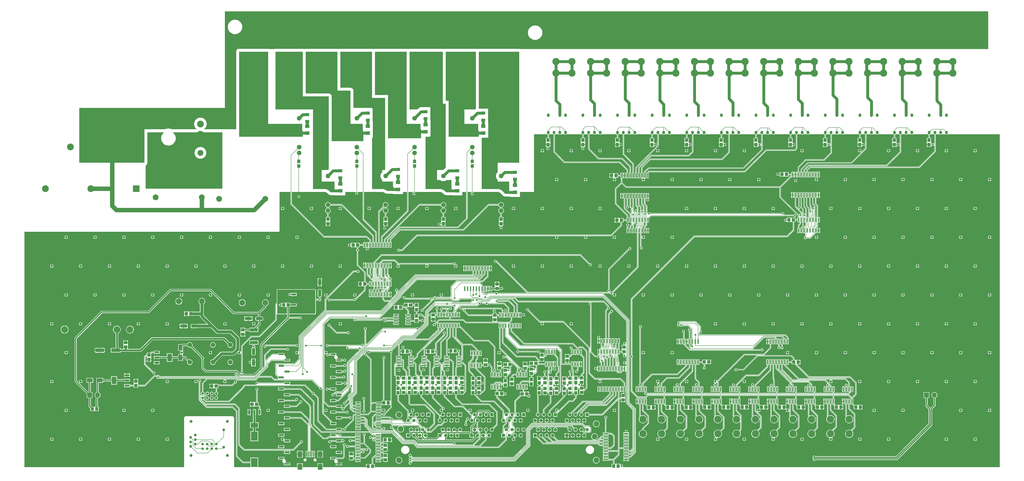
<source format=gtl>
%FSLAX25Y25*%
%MOIN*%
G70*
G01*
G75*
G04 Layer_Physical_Order=1*
G04 Layer_Color=255*
%ADD10R,0.05512X0.11811*%
G04:AMPARAMS|DCode=11|XSize=118.11mil|YSize=55.12mil|CornerRadius=13.78mil|HoleSize=0mil|Usage=FLASHONLY|Rotation=90.000|XOffset=0mil|YOffset=0mil|HoleType=Round|Shape=RoundedRectangle|*
%AMROUNDEDRECTD11*
21,1,0.11811,0.02756,0,0,90.0*
21,1,0.09055,0.05512,0,0,90.0*
1,1,0.02756,0.01378,0.04528*
1,1,0.02756,0.01378,-0.04528*
1,1,0.02756,-0.01378,-0.04528*
1,1,0.02756,-0.01378,0.04528*
%
%ADD11ROUNDEDRECTD11*%
%ADD12R,0.05709X0.05906*%
%ADD13R,0.08268X0.12992*%
%ADD14R,0.08268X0.03543*%
%ADD15R,0.07874X0.02362*%
%ADD16R,0.02362X0.08071*%
%ADD17R,0.09000X0.02500*%
%ADD18R,0.09000X0.03500*%
%ADD19R,0.05906X0.05709*%
%ADD20R,0.08071X0.02362*%
%ADD21R,0.02362X0.07480*%
%ADD22R,0.05906X0.05709*%
%ADD23R,0.02362X0.07874*%
%ADD24R,0.11811X0.15748*%
%ADD25R,0.12992X0.08268*%
%ADD26R,0.03543X0.08268*%
%ADD27R,0.01969X0.09252*%
%ADD28R,0.07874X0.09843*%
%ADD29R,0.05709X0.05906*%
%ADD30R,0.14000X0.05500*%
%ADD31R,0.06693X0.09843*%
%ADD32R,0.11811X0.05512*%
G04:AMPARAMS|DCode=33|XSize=118.11mil|YSize=55.12mil|CornerRadius=13.78mil|HoleSize=0mil|Usage=FLASHONLY|Rotation=180.000|XOffset=0mil|YOffset=0mil|HoleType=Round|Shape=RoundedRectangle|*
%AMROUNDEDRECTD33*
21,1,0.11811,0.02756,0,0,180.0*
21,1,0.09055,0.05512,0,0,180.0*
1,1,0.02756,-0.04528,0.01378*
1,1,0.02756,0.04528,0.01378*
1,1,0.02756,0.04528,-0.01378*
1,1,0.02756,-0.04528,-0.01378*
%
%ADD33ROUNDEDRECTD33*%
G04:AMPARAMS|DCode=34|XSize=157.48mil|YSize=62.99mil|CornerRadius=15.75mil|HoleSize=0mil|Usage=FLASHONLY|Rotation=0.000|XOffset=0mil|YOffset=0mil|HoleType=Round|Shape=RoundedRectangle|*
%AMROUNDEDRECTD34*
21,1,0.15748,0.03150,0,0,0.0*
21,1,0.12598,0.06299,0,0,0.0*
1,1,0.03150,0.06299,-0.01575*
1,1,0.03150,-0.06299,-0.01575*
1,1,0.03150,-0.06299,0.01575*
1,1,0.03150,0.06299,0.01575*
%
%ADD34ROUNDEDRECTD34*%
%ADD35R,0.15748X0.06299*%
%ADD36R,0.07480X0.05906*%
%ADD37R,0.07087X0.05512*%
%ADD38R,0.09843X0.06693*%
%ADD39C,0.00600*%
%ADD40C,0.00800*%
%ADD41C,0.02000*%
%ADD42C,0.05000*%
%ADD43C,0.03000*%
%ADD44C,0.07500*%
%ADD45C,0.12500*%
%ADD46C,0.09843*%
%ADD47R,0.05512X0.05512*%
%ADD48C,0.05512*%
%ADD49C,0.07874*%
%ADD50C,0.08661*%
%ADD51R,0.08661X0.08661*%
%ADD52C,0.01772*%
%ADD53C,0.10000*%
%ADD54C,0.11811*%
%ADD55R,0.11811X0.11811*%
%ADD56O,0.04921X0.05906*%
%ADD57C,0.10236*%
%ADD58C,0.04500*%
%ADD59C,0.05118*%
%ADD60C,0.04724*%
%ADD61C,0.03200*%
%ADD62C,0.04000*%
G36*
X687916Y-566880D02*
X687321Y-567337D01*
X686719Y-568122D01*
X686341Y-569035D01*
X686277Y-569516D01*
X690000D01*
Y-570016D01*
X690500D01*
Y-573738D01*
X690980Y-573675D01*
X691894Y-573296D01*
X692679Y-572694D01*
X692891Y-572417D01*
X693365Y-572578D01*
Y-573400D01*
X693481Y-573986D01*
X693504Y-574102D01*
X693902Y-574698D01*
X696107Y-576903D01*
X695916Y-577365D01*
X689945D01*
X683471Y-570892D01*
X683587Y-570016D01*
X683464Y-569088D01*
X683106Y-568223D01*
X682536Y-567480D01*
X681793Y-566910D01*
X681764Y-566897D01*
X681861Y-566407D01*
X687756D01*
X687916Y-566880D01*
D02*
G37*
G36*
X696666Y-420117D02*
Y-432019D01*
X693054D01*
Y-435981D01*
X696666D01*
Y-437019D01*
X693054D01*
Y-440981D01*
X702725D01*
Y-440709D01*
X703187Y-440518D01*
X706277Y-443607D01*
Y-466346D01*
X706277D01*
X706253D01*
X705923Y-466346D01*
X705923Y-466346D01*
Y-466346D01*
X698747D01*
Y-468678D01*
X696154D01*
Y-466149D01*
X693723D01*
Y-459600D01*
X693630Y-459132D01*
X693365Y-458735D01*
X690724Y-456093D01*
Y-448807D01*
X692392Y-447138D01*
X692854Y-447329D01*
Y-448500D01*
X697390D01*
Y-446819D01*
X693365D01*
X693173Y-446357D01*
X693549Y-445981D01*
X702725D01*
Y-442019D01*
X693054D01*
Y-443055D01*
X692935Y-443135D01*
X688635Y-447435D01*
X688370Y-447832D01*
X688276Y-448300D01*
Y-456600D01*
X688370Y-457068D01*
X688635Y-457465D01*
X691277Y-460107D01*
Y-466149D01*
X688846D01*
Y-467226D01*
X688348Y-467275D01*
X688330Y-467186D01*
X688065Y-466789D01*
X684523Y-463247D01*
Y-446300D01*
X684430Y-445832D01*
X684165Y-445435D01*
X681865Y-443135D01*
X681468Y-442870D01*
X681000Y-442776D01*
X679788D01*
Y-442019D01*
X676176D01*
Y-440981D01*
X679788D01*
Y-440146D01*
X679868Y-440130D01*
X680265Y-439865D01*
X686765Y-433365D01*
X687030Y-432968D01*
X687123Y-432500D01*
Y-429007D01*
X696204Y-419926D01*
X696666Y-420117D01*
D02*
G37*
G36*
X1047676Y-371307D02*
Y-409439D01*
X1047203Y-409600D01*
X1046854Y-409146D01*
X1046311Y-408729D01*
X1045679Y-408467D01*
X1045500Y-408443D01*
Y-411000D01*
X1045000D01*
Y-411500D01*
X1042443D01*
X1042467Y-411679D01*
X1042729Y-412311D01*
X1043072Y-412759D01*
X1042851Y-413207D01*
X1040047D01*
Y-416561D01*
X1044000D01*
Y-417561D01*
X1040047D01*
Y-420916D01*
X1040247D01*
Y-421084D01*
X1040247D01*
Y-423515D01*
X1036881D01*
Y-420212D01*
X1035205D01*
X1035014Y-419750D01*
X1035765Y-418999D01*
X1036030Y-418602D01*
X1036123Y-418134D01*
Y-410788D01*
X1036881D01*
Y-401708D01*
X1032919D01*
Y-410788D01*
X1033677D01*
Y-417627D01*
X1031654Y-419650D01*
X1031388Y-420047D01*
X1031356Y-420212D01*
X1030205D01*
X1030014Y-419750D01*
X1030765Y-418999D01*
X1031030Y-418602D01*
X1031124Y-418134D01*
Y-410788D01*
X1031881D01*
Y-401708D01*
X1027919D01*
Y-410788D01*
X1028677D01*
Y-413703D01*
X1028236Y-413939D01*
X1027936Y-413739D01*
X1027000Y-413553D01*
X1026064Y-413739D01*
X1025270Y-414270D01*
X1024739Y-415064D01*
X1024553Y-416000D01*
X1024672Y-416598D01*
X1024085Y-417184D01*
X1023753Y-417047D01*
X1023623Y-416960D01*
Y-414207D01*
X1025765Y-412065D01*
X1026030Y-411668D01*
X1026124Y-411200D01*
Y-410788D01*
X1026881D01*
Y-401708D01*
X1022919D01*
Y-410788D01*
X1022928D01*
X1023120Y-411250D01*
X1021585Y-412784D01*
X1021253Y-412647D01*
X1021124Y-412560D01*
Y-410788D01*
X1021881D01*
Y-401708D01*
X1018723D01*
Y-360407D01*
X1021902Y-357228D01*
X1022500Y-357347D01*
X1023436Y-357161D01*
X1024230Y-356630D01*
X1024761Y-355836D01*
X1024947Y-354900D01*
X1024761Y-353964D01*
X1024230Y-353170D01*
X1023436Y-352639D01*
X1022500Y-352453D01*
X1021564Y-352639D01*
X1020770Y-353170D01*
X1020239Y-353964D01*
X1020053Y-354900D01*
X1020172Y-355498D01*
X1016635Y-359035D01*
X1016370Y-359432D01*
X1016276Y-359900D01*
Y-401708D01*
X1013742D01*
Y-353988D01*
X1016402Y-351328D01*
X1017000Y-351447D01*
X1017936Y-351261D01*
X1018730Y-350730D01*
X1019261Y-349936D01*
X1019447Y-349000D01*
X1019261Y-348064D01*
X1018730Y-347270D01*
X1018223Y-346931D01*
Y-346000D01*
X1018130Y-345532D01*
X1017865Y-345135D01*
X1009865Y-337135D01*
X1009468Y-336870D01*
X1009000Y-336776D01*
X861507D01*
X856316Y-331585D01*
X856507Y-331123D01*
X1007493D01*
X1047676Y-371307D01*
D02*
G37*
G36*
X1015752Y-346482D02*
X1015703Y-346980D01*
X1015270Y-347270D01*
X1014739Y-348064D01*
X1014553Y-349000D01*
X1014672Y-349598D01*
X1011654Y-352616D01*
X1011388Y-353013D01*
X1011295Y-353481D01*
Y-401708D01*
X1007919D01*
Y-410788D01*
X1008677D01*
Y-414468D01*
X1006654Y-416491D01*
X1006602Y-416568D01*
X1006124Y-416423D01*
Y-410788D01*
X1006881D01*
Y-401708D01*
X1002919D01*
Y-410788D01*
X1003677D01*
Y-417627D01*
X1001654Y-419650D01*
X1001388Y-420047D01*
X1001356Y-420212D01*
X997919D01*
Y-429292D01*
X998676D01*
Y-430917D01*
X998564Y-430939D01*
X997770Y-431470D01*
X997431Y-431977D01*
X995107D01*
X987823Y-424693D01*
Y-343000D01*
X987776Y-342760D01*
X987947Y-341900D01*
X987761Y-340964D01*
X987230Y-340170D01*
X986530Y-339702D01*
X986675Y-339224D01*
X1008493D01*
X1015752Y-346482D01*
D02*
G37*
G36*
X442623Y-359677D02*
X442888Y-359854D01*
X443200Y-359916D01*
X460203D01*
Y-365501D01*
X413902Y-411802D01*
X413504Y-412398D01*
X413481Y-412514D01*
X413365Y-413100D01*
Y-453140D01*
X402940Y-463565D01*
X383837D01*
X383601Y-463124D01*
X384061Y-462436D01*
X384247Y-461500D01*
X384061Y-460564D01*
X383530Y-459770D01*
X382922Y-459363D01*
Y-414965D01*
X398265Y-399622D01*
X411800D01*
X411800Y-399622D01*
X412229Y-399536D01*
X412593Y-399293D01*
X441693Y-370193D01*
X441693Y-370193D01*
X441936Y-369829D01*
X442022Y-369400D01*
Y-359637D01*
X442500Y-359492D01*
X442623Y-359677D01*
D02*
G37*
G36*
X312841Y-42726D02*
X313102Y-43066D01*
X313286Y-43207D01*
X313443Y-43377D01*
X313806Y-43606D01*
X314146Y-43867D01*
X314360Y-43956D01*
X314556Y-44080D01*
X314966Y-44207D01*
X315363Y-44371D01*
X315592Y-44402D01*
X315814Y-44470D01*
X316242Y-44487D01*
X316668Y-44543D01*
X348000D01*
Y-142500D01*
X215000D01*
Y-102084D01*
X215522Y-101867D01*
X216566Y-101066D01*
X217368Y-100022D01*
X217871Y-98805D01*
X218043Y-97500D01*
Y-44543D01*
X246686D01*
X246859Y-45012D01*
X245661Y-46035D01*
X244372Y-47545D01*
X243335Y-49237D01*
X242575Y-51071D01*
X242112Y-53001D01*
X241956Y-54980D01*
X242112Y-56959D01*
X242575Y-58889D01*
X243335Y-60723D01*
X244372Y-62416D01*
X245661Y-63925D01*
X247171Y-65214D01*
X248863Y-66252D01*
X250697Y-67011D01*
X252627Y-67475D01*
X254606Y-67630D01*
X256585Y-67475D01*
X258515Y-67011D01*
X260349Y-66252D01*
X262042Y-65214D01*
X263551Y-63925D01*
X264840Y-62416D01*
X265878Y-60723D01*
X266637Y-58889D01*
X267101Y-56959D01*
X267256Y-54980D01*
X267101Y-53001D01*
X266637Y-51071D01*
X265878Y-49237D01*
X264840Y-47545D01*
X263551Y-46035D01*
X262353Y-45012D01*
X262526Y-44543D01*
X303332D01*
X303758Y-44487D01*
X304186Y-44470D01*
X304408Y-44401D01*
X304638Y-44371D01*
X305034Y-44207D01*
X305444Y-44080D01*
X305640Y-43956D01*
X305854Y-43867D01*
X306194Y-43606D01*
X306557Y-43377D01*
X306714Y-43207D01*
X306898Y-43066D01*
X307159Y-42726D01*
X307368Y-42500D01*
X312632D01*
X312841Y-42726D01*
D02*
G37*
G36*
X860135Y-338865D02*
X860135D01*
X860135Y-338865D01*
X860135D01*
X860135Y-338865D01*
Y-338865D01*
X860135Y-338865D01*
Y-338865D01*
X860532Y-339130D01*
X861000Y-339224D01*
X984324D01*
X984470Y-339702D01*
X983770Y-340170D01*
X983239Y-340964D01*
X983053Y-341900D01*
X983239Y-342836D01*
X983770Y-343630D01*
X984564Y-344161D01*
X985376Y-344322D01*
Y-417039D01*
X984898Y-417184D01*
X984865Y-417135D01*
X939865Y-372135D01*
X939468Y-371870D01*
X939000Y-371777D01*
X898507D01*
X879328Y-352598D01*
X879447Y-352000D01*
X879261Y-351064D01*
X878730Y-350270D01*
X877936Y-349739D01*
X877000Y-349553D01*
X876064Y-349739D01*
X875270Y-350270D01*
X874739Y-351064D01*
X874553Y-352000D01*
X874739Y-352936D01*
X875270Y-353730D01*
X876064Y-354261D01*
X877000Y-354447D01*
X877598Y-354328D01*
X897135Y-373865D01*
X897532Y-374130D01*
X897532Y-374130D01*
X897532Y-374130D01*
D01*
X897532Y-374130D01*
X897532Y-374130D01*
X898000Y-374223D01*
X899900D01*
X900121Y-374672D01*
X899879Y-374987D01*
X899577Y-375717D01*
X899540Y-376000D01*
X905460D01*
X905423Y-375717D01*
X905120Y-374987D01*
X904879Y-374672D01*
X905100Y-374223D01*
X938493D01*
X982777Y-418507D01*
Y-462000D01*
X982870Y-462468D01*
X983135Y-462865D01*
X993135Y-472865D01*
X993373Y-473024D01*
X993532Y-473130D01*
X994000Y-473223D01*
X1001289D01*
X1001387Y-473714D01*
X1000987Y-473879D01*
X1000360Y-474360D01*
X999879Y-474987D01*
X999577Y-475717D01*
X999540Y-476000D01*
X1005460D01*
X1005423Y-475717D01*
X1005120Y-474987D01*
X1004640Y-474360D01*
X1004013Y-473879D01*
X1003613Y-473714D01*
X1003711Y-473223D01*
X1037493D01*
X1043777Y-479507D01*
Y-484979D01*
X1043019D01*
Y-494453D01*
X1043165D01*
Y-497007D01*
X1038647D01*
Y-502554D01*
X1036685Y-504516D01*
X1036224Y-504324D01*
Y-494453D01*
X1036981D01*
Y-484979D01*
X1033019D01*
Y-494453D01*
X1033776D01*
Y-504593D01*
X1005562Y-532808D01*
X983556D01*
Y-530476D01*
X976444D01*
Y-537587D01*
X983556D01*
Y-535255D01*
X1006069D01*
X1006537Y-535162D01*
X1006934Y-534897D01*
X1033315Y-508516D01*
X1033776Y-508707D01*
Y-592000D01*
X1033776Y-592000D01*
X1033776D01*
Y-595777D01*
X1017021D01*
Y-595019D01*
X1007547D01*
Y-598981D01*
X1017021D01*
Y-598223D01*
X1033776D01*
Y-602493D01*
X1025493Y-610777D01*
X1017021D01*
Y-610019D01*
X1007547D01*
Y-613981D01*
X1017021D01*
Y-613224D01*
X1024938D01*
Y-619247D01*
X1022507D01*
Y-625000D01*
X611993D01*
Y-619747D01*
X609562D01*
Y-610068D01*
X613649Y-605981D01*
X622954D01*
Y-602019D01*
X613480D01*
Y-602860D01*
X613432Y-602870D01*
X613035Y-603135D01*
X607473Y-608696D01*
X607208Y-609093D01*
X607115Y-609561D01*
Y-619747D01*
X604684D01*
D01*
X604684D01*
X604516Y-619579D01*
Y-619547D01*
X601161D01*
Y-623500D01*
X600661D01*
Y-624000D01*
X596807D01*
Y-625000D01*
X522457D01*
Y-624735D01*
X512583D01*
Y-625000D01*
X487417D01*
Y-624735D01*
X477543D01*
Y-625000D01*
X410206D01*
Y-608267D01*
X396795D01*
Y-615717D01*
X384448D01*
X374223Y-605493D01*
Y-528000D01*
X374130Y-527532D01*
X373865Y-527135D01*
X366865Y-520135D01*
X366468Y-519870D01*
X366000Y-519776D01*
X321807D01*
X319716Y-517686D01*
X319907Y-517224D01*
X369493D01*
X375777Y-523507D01*
Y-586000D01*
X375870Y-586468D01*
X376135Y-586865D01*
X385135Y-595865D01*
X385532Y-596130D01*
X386000Y-596223D01*
X471000D01*
X471468Y-596130D01*
X471865Y-595865D01*
X471865Y-595865D01*
X471865Y-595865D01*
X484402Y-583328D01*
X485000Y-583447D01*
X485936Y-583261D01*
X486730Y-582730D01*
X487261Y-581936D01*
X487447Y-581000D01*
X487261Y-580064D01*
X486730Y-579270D01*
X485936Y-578739D01*
X485000Y-578553D01*
X484064Y-578739D01*
X483270Y-579270D01*
X482739Y-580064D01*
X482553Y-581000D01*
X482672Y-581598D01*
X470493Y-593777D01*
X386507D01*
X378223Y-585493D01*
Y-523000D01*
X378130Y-522532D01*
X377865Y-522135D01*
X370865Y-515135D01*
X370468Y-514870D01*
X370000Y-514777D01*
X319070D01*
X312729Y-508436D01*
X313007Y-508020D01*
X313075Y-508049D01*
X313871Y-508153D01*
X314668Y-508049D01*
X314982Y-507918D01*
X319129Y-512065D01*
X319526Y-512330D01*
X319994Y-512424D01*
X359760D01*
X360228Y-512330D01*
X360625Y-512065D01*
X360625Y-512065D01*
X360625Y-512065D01*
X384665Y-488025D01*
X384930Y-487628D01*
X385023Y-487160D01*
Y-487007D01*
X387607Y-484423D01*
X491093D01*
X503172Y-496502D01*
X503053Y-497100D01*
X503239Y-498036D01*
X503770Y-498830D01*
X504564Y-499361D01*
X505500Y-499547D01*
X506436Y-499361D01*
X506553Y-499283D01*
X512777Y-505507D01*
Y-545000D01*
X512870Y-545468D01*
X513135Y-545865D01*
X527635Y-560365D01*
X528032Y-560630D01*
X528500Y-560723D01*
X544700D01*
Y-562050D01*
X555300D01*
Y-556950D01*
X544700D01*
Y-558277D01*
X529007D01*
X515224Y-544493D01*
Y-505000D01*
X515130Y-504532D01*
X514865Y-504135D01*
X507928Y-497197D01*
X507947Y-497100D01*
X507761Y-496164D01*
X507230Y-495370D01*
X506436Y-494839D01*
X505500Y-494653D01*
X504902Y-494772D01*
X492465Y-482335D01*
X492068Y-482070D01*
X491600Y-481977D01*
X465300D01*
Y-476950D01*
X454700D01*
Y-478276D01*
X410336D01*
X409930Y-477670D01*
X409136Y-477139D01*
X408200Y-476953D01*
X407264Y-477139D01*
X406470Y-477670D01*
X405939Y-478464D01*
X405753Y-479400D01*
X405939Y-480336D01*
X406470Y-481130D01*
X407020Y-481498D01*
X406875Y-481977D01*
X387100D01*
X386632Y-482070D01*
X386235Y-482335D01*
X382935Y-485635D01*
X382670Y-486032D01*
X382576Y-486500D01*
Y-486653D01*
X359253Y-509976D01*
X320501D01*
X316712Y-506188D01*
X316843Y-505873D01*
X316948Y-505077D01*
X316843Y-504281D01*
X316535Y-503539D01*
X316047Y-502902D01*
X315779Y-502697D01*
X315940Y-502223D01*
X317948D01*
X318417Y-502130D01*
X318814Y-501865D01*
X320634Y-500044D01*
X320949Y-500175D01*
X321745Y-500280D01*
X322541Y-500175D01*
X323283Y-499867D01*
X323921Y-499378D01*
X324410Y-498741D01*
X324717Y-497999D01*
X324822Y-497203D01*
X324717Y-496407D01*
X324410Y-495665D01*
X323921Y-495028D01*
X323283Y-494539D01*
X322541Y-494232D01*
X321745Y-494127D01*
X320949Y-494232D01*
X320207Y-494539D01*
X319570Y-495028D01*
X319081Y-495665D01*
X318774Y-496407D01*
X318669Y-497203D01*
X318774Y-497999D01*
X318904Y-498314D01*
X317442Y-499777D01*
X316306D01*
X316085Y-499328D01*
X316535Y-498741D01*
X316843Y-497999D01*
X316948Y-497203D01*
X316843Y-496407D01*
X316535Y-495665D01*
X316047Y-495028D01*
X315409Y-494539D01*
X315095Y-494409D01*
Y-479936D01*
X321907Y-473124D01*
X351531D01*
X351628Y-473614D01*
X350987Y-473879D01*
X350360Y-474360D01*
X349880Y-474987D01*
X349577Y-475717D01*
X349540Y-476000D01*
X355460D01*
X355423Y-475717D01*
X355120Y-474987D01*
X354640Y-474360D01*
X354013Y-473879D01*
X353372Y-473614D01*
X353469Y-473124D01*
X372005D01*
X373147Y-474265D01*
X373544Y-474530D01*
X374012Y-474623D01*
X405599D01*
X406068Y-474530D01*
X406465Y-474265D01*
X406465Y-474265D01*
X406465Y-474265D01*
X411106Y-469624D01*
X432493D01*
X437035Y-474165D01*
X437432Y-474430D01*
X437900Y-474523D01*
X502893D01*
X515972Y-487602D01*
X515853Y-488200D01*
X516039Y-489136D01*
X516570Y-489930D01*
X517364Y-490461D01*
X518300Y-490647D01*
X519236Y-490461D01*
X520030Y-489930D01*
X520561Y-489136D01*
X520679Y-488543D01*
X521176Y-488591D01*
Y-531900D01*
X521270Y-532368D01*
X521535Y-532765D01*
X535258Y-546488D01*
X535066Y-546950D01*
X534700D01*
Y-552050D01*
X545300D01*
Y-546950D01*
X539180D01*
X523624Y-531393D01*
Y-513107D01*
X524086Y-512916D01*
X531535Y-520365D01*
Y-520365D01*
D01*
Y-520365D01*
X531535Y-520365D01*
D01*
D01*
X531535D01*
X531535Y-520365D01*
Y-520365D01*
Y-520365D01*
D01*
D01*
X531535D01*
Y-520365D01*
X531932Y-520630D01*
X532400Y-520723D01*
X544700D01*
Y-522050D01*
X554886D01*
X555122Y-522491D01*
X554739Y-523064D01*
X554553Y-524000D01*
X554739Y-524936D01*
X555270Y-525730D01*
X556064Y-526261D01*
X557000Y-526447D01*
X557936Y-526261D01*
X558730Y-525730D01*
X559261Y-524936D01*
X559447Y-524000D01*
X559328Y-523402D01*
X568414Y-514316D01*
X568877Y-514507D01*
Y-523300D01*
X568970Y-523768D01*
X569235Y-524165D01*
X574435Y-529365D01*
X574832Y-529630D01*
X575300Y-529724D01*
X578546D01*
Y-530481D01*
X588021D01*
Y-526519D01*
X578546D01*
Y-527277D01*
X575807D01*
X571323Y-522793D01*
Y-521907D01*
X571785Y-521716D01*
X574435Y-524365D01*
X574832Y-524630D01*
X575300Y-524723D01*
X578546D01*
Y-525481D01*
X588021D01*
Y-521519D01*
X578546D01*
Y-522276D01*
X575807D01*
X572924Y-519393D01*
Y-518507D01*
X573385Y-518316D01*
X574435Y-519365D01*
X574832Y-519630D01*
X575300Y-519724D01*
X578546D01*
Y-520481D01*
X588021D01*
Y-516519D01*
X578546D01*
Y-517276D01*
X575807D01*
X574523Y-515993D01*
Y-504007D01*
X580965Y-497565D01*
X581230Y-497168D01*
X581323Y-496700D01*
Y-440680D01*
X593087Y-428917D01*
X593565Y-429062D01*
X593739Y-429936D01*
X594270Y-430730D01*
X595064Y-431261D01*
X596000Y-431447D01*
X596598Y-431328D01*
X603976Y-438707D01*
Y-516900D01*
Y-527993D01*
X599693Y-532276D01*
X588021D01*
Y-531519D01*
X578546D01*
Y-532276D01*
X577500D01*
X577032Y-532370D01*
X576635Y-532635D01*
X574135Y-535135D01*
X573870Y-535532D01*
X573776Y-536000D01*
Y-542493D01*
X559696Y-556574D01*
X558864Y-556739D01*
X558070Y-557270D01*
X557539Y-558064D01*
X557353Y-559000D01*
X557539Y-559936D01*
X558070Y-560730D01*
X558864Y-561261D01*
X559800Y-561447D01*
X560736Y-561261D01*
X561530Y-560730D01*
X562061Y-559936D01*
X562247Y-559000D01*
X562061Y-558064D01*
X561903Y-557827D01*
X575865Y-543865D01*
X576130Y-543468D01*
X576224Y-543000D01*
X576224Y-543000D01*
X576224Y-543000D01*
Y-543000D01*
Y-536507D01*
X578007Y-534724D01*
X578546D01*
Y-535481D01*
X588021D01*
Y-534724D01*
X600200D01*
X600668Y-534630D01*
X601065Y-534365D01*
X605707Y-529724D01*
X613979D01*
Y-530481D01*
X623454D01*
Y-526519D01*
X613979D01*
Y-527277D01*
X606424D01*
Y-517407D01*
X609107Y-514723D01*
X613979D01*
Y-515481D01*
X623454D01*
Y-515335D01*
X624007D01*
Y-517253D01*
X631131D01*
X631131Y-517253D01*
Y-517253D01*
X631316Y-517253D01*
X631484Y-517453D01*
X631669Y-517453D01*
X631669Y-517453D01*
Y-517453D01*
X634839D01*
Y-513500D01*
Y-509547D01*
X631669D01*
X631669Y-509547D01*
Y-509547D01*
X631484Y-509547D01*
X631316Y-509747D01*
X631131Y-509747D01*
X631131Y-509747D01*
Y-509747D01*
X628885D01*
Y-437271D01*
X628936Y-437261D01*
X629730Y-436730D01*
X630261Y-435936D01*
X630447Y-435000D01*
X630261Y-434064D01*
X629730Y-433270D01*
X628936Y-432739D01*
X628000Y-432553D01*
X627064Y-432739D01*
X626270Y-433270D01*
X625739Y-434064D01*
X625553Y-435000D01*
X625739Y-435936D01*
X626270Y-436730D01*
X626438Y-436843D01*
Y-509747D01*
X624007D01*
Y-511665D01*
X623454D01*
Y-511519D01*
X613979D01*
Y-512277D01*
X608600D01*
X608132Y-512370D01*
X607735Y-512635D01*
X606885Y-513484D01*
X606424Y-513293D01*
Y-438200D01*
X606330Y-437732D01*
X606065Y-437335D01*
X598328Y-429598D01*
X598447Y-429000D01*
X598261Y-428064D01*
X597730Y-427270D01*
X596936Y-426739D01*
X596062Y-426565D01*
X595917Y-426087D01*
X599480Y-422523D01*
X600176D01*
X600321Y-423002D01*
X600070Y-423170D01*
X599539Y-423964D01*
X599353Y-424900D01*
X599539Y-425836D01*
X600070Y-426630D01*
X600864Y-427161D01*
X601800Y-427347D01*
X602736Y-427161D01*
X603530Y-426630D01*
X604061Y-425836D01*
X604063Y-425823D01*
X637931D01*
X638270Y-426330D01*
X639064Y-426861D01*
X639278Y-426903D01*
Y-509547D01*
X639278D01*
X639193D01*
X638925Y-509547D01*
X638925Y-509547D01*
Y-509547D01*
X635839D01*
Y-513500D01*
Y-517453D01*
X638925D01*
X638925Y-517453D01*
Y-517453D01*
X639193Y-517453D01*
X639278Y-517538D01*
Y-520735D01*
X628918Y-531096D01*
X628200Y-530953D01*
X627264Y-531139D01*
X626470Y-531670D01*
X625996Y-532378D01*
X623454D01*
Y-531519D01*
X613979D01*
Y-532378D01*
X613000D01*
X613000Y-532378D01*
X612571Y-532464D01*
X612207Y-532707D01*
X612207Y-532707D01*
X607907Y-537007D01*
X607664Y-537371D01*
X607578Y-537800D01*
X607578Y-537800D01*
Y-556900D01*
X607578Y-556900D01*
X607664Y-557329D01*
X607907Y-557693D01*
X609507Y-559293D01*
X609507Y-559293D01*
X609871Y-559536D01*
X610300Y-559622D01*
X610300Y-559622D01*
X613979D01*
Y-560481D01*
X623454D01*
Y-559622D01*
X626097D01*
X626170Y-559730D01*
X626964Y-560261D01*
X627900Y-560447D01*
X628836Y-560261D01*
X629630Y-559730D01*
X630161Y-558936D01*
X630347Y-558000D01*
X630161Y-557064D01*
X629630Y-556270D01*
X628836Y-555739D01*
X627900Y-555553D01*
X626964Y-555739D01*
X626170Y-556270D01*
X625639Y-557064D01*
X625577Y-557378D01*
X623454D01*
Y-556519D01*
X613979D01*
Y-557378D01*
X610765D01*
X609822Y-556435D01*
Y-538265D01*
X613465Y-534622D01*
X613979D01*
Y-535481D01*
X623454D01*
Y-534622D01*
X626130D01*
X626470Y-535130D01*
X627264Y-535661D01*
X628200Y-535847D01*
X629136Y-535661D01*
X629930Y-535130D01*
X630461Y-534336D01*
X630647Y-533400D01*
X630504Y-532682D01*
X641193Y-521993D01*
X641193Y-521993D01*
X641436Y-521629D01*
X641436Y-521629D01*
X641436Y-521629D01*
X641522Y-521200D01*
X641522Y-521200D01*
Y-426470D01*
X641730Y-426330D01*
X642261Y-425536D01*
X642447Y-424600D01*
X642261Y-423664D01*
X641794Y-422964D01*
X642029Y-422523D01*
X642437D01*
X642906Y-422430D01*
X643302Y-422165D01*
X652204Y-413263D01*
X652666Y-413455D01*
Y-432019D01*
X649054D01*
Y-435981D01*
X652666D01*
Y-437019D01*
X649054D01*
Y-440981D01*
X658725D01*
Y-440224D01*
X659993D01*
X660377Y-440607D01*
Y-454200D01*
X660470Y-454668D01*
X660735Y-455065D01*
X665876Y-460207D01*
Y-467007D01*
X665876D01*
X665753D01*
X665523Y-467007D01*
X665523Y-467007D01*
Y-467007D01*
X658247D01*
Y-469340D01*
X656154D01*
Y-466810D01*
X650478D01*
X648360Y-464693D01*
Y-451181D01*
X648854D01*
Y-451181D01*
X653390D01*
Y-449000D01*
Y-446819D01*
X649065D01*
X648873Y-446357D01*
X649249Y-445981D01*
X658725D01*
Y-442019D01*
X649054D01*
Y-442865D01*
X649032Y-442870D01*
X648635Y-443135D01*
X646272Y-445498D01*
X646007Y-445895D01*
X645914Y-446363D01*
Y-465200D01*
X645914Y-465200D01*
X645914D01*
X646007Y-465668D01*
X646272Y-466065D01*
X648846Y-468639D01*
Y-474316D01*
X648846Y-474316D01*
X648846Y-474684D01*
X648846D01*
Y-482190D01*
X651276D01*
Y-484510D01*
X648846D01*
Y-492016D01*
X648846Y-492016D01*
X648846Y-492384D01*
X648846D01*
Y-499890D01*
X651276D01*
Y-510200D01*
X651276Y-510200D01*
X651276D01*
X651370Y-510668D01*
X651635Y-511065D01*
X668737Y-528167D01*
Y-540650D01*
X668167Y-540886D01*
X667424Y-541456D01*
X666855Y-542199D01*
X666496Y-543064D01*
X666374Y-543992D01*
X666496Y-544920D01*
X666855Y-545785D01*
X667271Y-546328D01*
X667050Y-546776D01*
X663907D01*
X659765Y-542635D01*
X659368Y-542370D01*
X658900Y-542276D01*
X644006D01*
X643689Y-541890D01*
X643747Y-541600D01*
X643561Y-540664D01*
X643030Y-539870D01*
X642236Y-539339D01*
X641300Y-539153D01*
X640702Y-539272D01*
X639065Y-537635D01*
X638668Y-537370D01*
X638200Y-537277D01*
X623454D01*
Y-536519D01*
X613979D01*
Y-540481D01*
X623454D01*
Y-539723D01*
X637693D01*
X638972Y-541002D01*
X638853Y-541600D01*
X638911Y-541890D01*
X638593Y-542276D01*
X623454D01*
Y-541519D01*
X613979D01*
Y-544895D01*
X613381D01*
X612913Y-544988D01*
X612516Y-545254D01*
X610935Y-546835D01*
X610670Y-547232D01*
X610576Y-547700D01*
Y-551200D01*
X610576Y-551200D01*
X610576D01*
X610670Y-551668D01*
X610935Y-552065D01*
X613235Y-554365D01*
X613632Y-554630D01*
X613979Y-554700D01*
Y-555481D01*
X623454D01*
Y-551519D01*
X613979D01*
X613979Y-551519D01*
Y-551519D01*
X613887Y-551557D01*
X613024Y-550693D01*
Y-548207D01*
X613518Y-547713D01*
X613979Y-547904D01*
Y-550481D01*
X623454D01*
Y-549723D01*
X639093D01*
X642467Y-553097D01*
X642231Y-553538D01*
X641300Y-553353D01*
X640364Y-553539D01*
X639570Y-554070D01*
X639039Y-554864D01*
X638853Y-555800D01*
X639039Y-556736D01*
X639570Y-557530D01*
X640364Y-558061D01*
X641300Y-558247D01*
X642154Y-558077D01*
X644884Y-560807D01*
X644567Y-561194D01*
X644531Y-561170D01*
X644063Y-561076D01*
X608907D01*
X599623Y-551793D01*
Y-543300D01*
X599530Y-542832D01*
X599424Y-542673D01*
X599265Y-542435D01*
X594465Y-537635D01*
X594068Y-537370D01*
X593600Y-537277D01*
X588021D01*
Y-536519D01*
X578546D01*
Y-540481D01*
X588021D01*
Y-539723D01*
X593093D01*
X595184Y-541815D01*
X594993Y-542276D01*
X588021D01*
Y-541519D01*
X578546D01*
Y-545481D01*
X588021D01*
Y-544724D01*
X594993D01*
X595576Y-545307D01*
Y-548040D01*
X595115Y-548231D01*
X594518Y-547635D01*
X594121Y-547370D01*
X593653Y-547276D01*
X588021D01*
Y-546519D01*
X578546D01*
Y-550481D01*
X588021D01*
Y-549723D01*
X593146D01*
X593976Y-550554D01*
Y-553625D01*
X593976Y-553625D01*
X593976D01*
X594070Y-554094D01*
X594335Y-554491D01*
X602359Y-562514D01*
X602167Y-562977D01*
X520007D01*
X507423Y-550393D01*
Y-511600D01*
X507330Y-511132D01*
X507065Y-510735D01*
X484965Y-488635D01*
X484568Y-488370D01*
X484100Y-488276D01*
X455300D01*
Y-486950D01*
X444700D01*
Y-492050D01*
X455300D01*
Y-490724D01*
X483593D01*
X504977Y-512107D01*
Y-550900D01*
X504977Y-550900D01*
X504977D01*
X505070Y-551368D01*
X505335Y-551765D01*
X518635Y-565065D01*
X519032Y-565330D01*
X519500Y-565423D01*
X603005D01*
X607447Y-569865D01*
X607685Y-570024D01*
X607844Y-570130D01*
X608312Y-570224D01*
X613480D01*
Y-570981D01*
X622954D01*
Y-567019D01*
D01*
Y-567019D01*
X623249Y-566723D01*
X642231D01*
X660072Y-584565D01*
X660469Y-584830D01*
X660937Y-584924D01*
X678493D01*
X684935Y-591365D01*
X685332Y-591630D01*
X685800Y-591723D01*
X826400D01*
X826868Y-591630D01*
X827265Y-591365D01*
X827265Y-591365D01*
X827265Y-591365D01*
X840665Y-577965D01*
X840930Y-577568D01*
X841024Y-577100D01*
Y-571009D01*
X841516Y-570944D01*
X841874Y-571809D01*
X842444Y-572552D01*
X843187Y-573122D01*
X844052Y-573480D01*
X844980Y-573602D01*
X845909Y-573480D01*
X846774Y-573122D01*
X847516Y-572552D01*
X848086Y-571809D01*
X848445Y-570944D01*
X848529Y-570301D01*
X854801Y-564029D01*
X855067Y-563632D01*
X855160Y-563164D01*
Y-556060D01*
X855067Y-555592D01*
X854801Y-555195D01*
X851324Y-551717D01*
Y-546188D01*
X851797Y-546027D01*
X852321Y-546710D01*
X853106Y-547312D01*
X854020Y-547691D01*
X854500Y-547754D01*
Y-544031D01*
Y-540309D01*
X854020Y-540372D01*
X853733Y-540491D01*
X853455Y-540075D01*
X856265Y-537265D01*
X856530Y-536868D01*
X856623Y-536400D01*
Y-536250D01*
X857097Y-536089D01*
X857464Y-536568D01*
X858207Y-537138D01*
X859072Y-537496D01*
X860000Y-537618D01*
X860928Y-537496D01*
X861793Y-537138D01*
X862536Y-536568D01*
X863106Y-535825D01*
X863464Y-534960D01*
X863587Y-534031D01*
X863464Y-533103D01*
X863106Y-532238D01*
X862536Y-531495D01*
X861793Y-530925D01*
X860928Y-530567D01*
X860000Y-530445D01*
X859072Y-530567D01*
X858207Y-530925D01*
X857464Y-531495D01*
X857097Y-531974D01*
X856623Y-531813D01*
Y-510670D01*
X865639Y-501654D01*
X871131D01*
X871131Y-501654D01*
Y-501654D01*
X871316Y-501654D01*
X871484Y-501854D01*
X871669Y-501854D01*
X871669Y-501854D01*
Y-501854D01*
X874937D01*
Y-498000D01*
Y-494146D01*
X871669D01*
X871669Y-494146D01*
Y-494146D01*
X871484Y-494146D01*
X871316Y-494346D01*
X871131Y-494346D01*
X871131Y-494346D01*
Y-494346D01*
X870724D01*
Y-490367D01*
X871481D01*
Y-480696D01*
X867519D01*
Y-490367D01*
X868277D01*
Y-494346D01*
X863810D01*
Y-500022D01*
X854535Y-509298D01*
X854270Y-509695D01*
X854177Y-510163D01*
Y-533157D01*
X853678Y-533190D01*
X853659Y-533051D01*
X853281Y-532137D01*
X852679Y-531353D01*
X851894Y-530751D01*
X850980Y-530372D01*
X850500Y-530309D01*
Y-534031D01*
Y-537754D01*
X850980Y-537691D01*
X851894Y-537312D01*
X852572Y-536792D01*
X852901Y-537168D01*
X849235Y-540835D01*
X848970Y-541232D01*
X848876Y-541700D01*
Y-542817D01*
X848386Y-542914D01*
X848106Y-542238D01*
X847536Y-541495D01*
X846793Y-540925D01*
X845928Y-540567D01*
X845000Y-540445D01*
X844072Y-540567D01*
X843207Y-540925D01*
X842464Y-541495D01*
X841894Y-542238D01*
X841536Y-543103D01*
X841413Y-544031D01*
X841536Y-544960D01*
X841894Y-545825D01*
X842464Y-546568D01*
X843207Y-547138D01*
X843777Y-547374D01*
Y-558607D01*
X843286Y-558705D01*
X843086Y-558222D01*
X842516Y-557480D01*
X841774Y-556910D01*
X840909Y-556551D01*
X839980Y-556429D01*
X839052Y-556551D01*
X838187Y-556910D01*
X837444Y-557480D01*
X836874Y-558222D01*
X836694Y-558657D01*
X836204Y-558560D01*
Y-553927D01*
X840365Y-549765D01*
X840630Y-549368D01*
X840724Y-548900D01*
X840724Y-548900D01*
X840724Y-548900D01*
Y-548900D01*
Y-542127D01*
X846165Y-536685D01*
X846430Y-536288D01*
X847099Y-536421D01*
X847321Y-536710D01*
X848106Y-537312D01*
X849020Y-537691D01*
X849500Y-537754D01*
Y-534031D01*
Y-530309D01*
X849020Y-530372D01*
X848106Y-530751D01*
X847321Y-531353D01*
X846997Y-531775D01*
X846523Y-531615D01*
Y-525500D01*
X846430Y-525032D01*
X846165Y-524635D01*
X825286Y-503756D01*
Y-501154D01*
X827631D01*
X827631Y-501154D01*
Y-501154D01*
X827816Y-501154D01*
X827984Y-501354D01*
X828169Y-501354D01*
X828169Y-501354D01*
Y-501354D01*
X831437D01*
Y-497500D01*
Y-493646D01*
X828169D01*
X828169Y-493646D01*
Y-493646D01*
X827984Y-493646D01*
X827816Y-493846D01*
X827631Y-493846D01*
X827631Y-493846D01*
Y-493846D01*
X825286D01*
Y-490367D01*
X826981D01*
Y-480696D01*
X823019D01*
Y-485871D01*
X822973Y-485939D01*
X822933Y-486000D01*
X822840Y-486468D01*
Y-493846D01*
X820310D01*
Y-501154D01*
X822840D01*
Y-504263D01*
X822933Y-504731D01*
X823198Y-505128D01*
X844077Y-526007D01*
Y-532777D01*
X843586Y-532874D01*
X843281Y-532137D01*
X842679Y-531353D01*
X841894Y-530751D01*
X840981Y-530372D01*
X840500Y-530309D01*
Y-534031D01*
X839500D01*
Y-530309D01*
X839019Y-530372D01*
X838106Y-530751D01*
X837321Y-531353D01*
X836719Y-532137D01*
X836714Y-532150D01*
X836224Y-532053D01*
Y-527000D01*
X836130Y-526532D01*
X835865Y-526135D01*
X819665Y-509935D01*
X819268Y-509670D01*
X818800Y-509577D01*
X797870D01*
X786154Y-497861D01*
Y-492184D01*
D01*
Y-492184D01*
X786154Y-492184D01*
Y-491816D01*
X786154D01*
Y-489287D01*
X788747D01*
Y-491816D01*
X788747Y-491816D01*
X788747Y-492184D01*
X788747D01*
Y-499493D01*
X796253D01*
Y-497062D01*
X797661D01*
X798130Y-496969D01*
X798527Y-496704D01*
X803365Y-491865D01*
X803524Y-491627D01*
X803630Y-491468D01*
X803724Y-491000D01*
Y-468900D01*
X803630Y-468432D01*
X803365Y-468035D01*
X789159Y-453829D01*
X789351Y-453367D01*
X791981D01*
Y-443696D01*
X788842D01*
Y-439688D01*
X790865Y-437665D01*
X791130Y-437268D01*
X791223Y-436800D01*
Y-432304D01*
X791981D01*
Y-428692D01*
X793019D01*
Y-432304D01*
X796981D01*
Y-422633D01*
X793019D01*
Y-426245D01*
X791981D01*
Y-422633D01*
X791223D01*
Y-422000D01*
X791130Y-421532D01*
X790865Y-421135D01*
X781465Y-411735D01*
X781068Y-411470D01*
X780600Y-411376D01*
X765207D01*
X753723Y-399893D01*
Y-383792D01*
X754481D01*
Y-374712D01*
X750519D01*
Y-383792D01*
X751276D01*
Y-399693D01*
X750814Y-399884D01*
X748724Y-397793D01*
Y-383792D01*
X749481D01*
Y-374712D01*
X745519D01*
Y-383792D01*
X746277D01*
Y-398300D01*
X746370Y-398768D01*
X746635Y-399165D01*
X762476Y-415007D01*
Y-432019D01*
X759176D01*
Y-425261D01*
X759661Y-424536D01*
X759847Y-423600D01*
X759661Y-422664D01*
X759130Y-421870D01*
X758336Y-421339D01*
X757400Y-421153D01*
X756464Y-421339D01*
X755670Y-421870D01*
X755398Y-422276D01*
X754914D01*
Y-419747D01*
X747790D01*
X747790Y-419747D01*
Y-419747D01*
X747606Y-419747D01*
X747437Y-419547D01*
X747252Y-419547D01*
X747252Y-419547D01*
Y-419547D01*
X744083D01*
Y-423500D01*
Y-427453D01*
X747252D01*
X747252Y-427453D01*
Y-427453D01*
X747437Y-427453D01*
X747606Y-427253D01*
X747790Y-427253D01*
X747790Y-427253D01*
Y-427253D01*
X754914D01*
Y-425061D01*
X755393Y-424916D01*
X755670Y-425330D01*
X756464Y-425861D01*
X756729Y-425914D01*
Y-432019D01*
X753117D01*
Y-435981D01*
X762476D01*
Y-437019D01*
X753117D01*
Y-440981D01*
X756729D01*
Y-442019D01*
X753117D01*
Y-445981D01*
X762788D01*
Y-445224D01*
X763893D01*
X768077Y-449407D01*
Y-493093D01*
X767215Y-493955D01*
X766753Y-493764D01*
Y-492184D01*
D01*
Y-492184D01*
X766753Y-492184D01*
Y-491816D01*
X766753D01*
Y-484507D01*
X761254D01*
X760902Y-484047D01*
X761318Y-483504D01*
X761580Y-482872D01*
X761670Y-482193D01*
X762500D01*
Y-478339D01*
X763000D01*
Y-477839D01*
X766953D01*
Y-474669D01*
X766953Y-474669D01*
D01*
D01*
X766953Y-474669D01*
X766953Y-474484D01*
X766811Y-474365D01*
Y-474365D01*
X766761Y-474323D01*
X766753Y-474316D01*
X766753Y-474131D01*
X766753Y-474131D01*
X766753D01*
Y-467007D01*
X759247D01*
Y-469340D01*
X756654D01*
Y-466810D01*
X754223D01*
Y-453507D01*
X756749Y-450981D01*
X762788D01*
Y-447019D01*
X753117D01*
Y-450981D01*
X753117Y-450981D01*
X753117D01*
X753167Y-451102D01*
X752135Y-452135D01*
X751870Y-452532D01*
X751777Y-453000D01*
Y-466810D01*
X749577D01*
X749577Y-466810D01*
Y-466810D01*
X749346Y-466810D01*
X749224Y-466688D01*
Y-443000D01*
X749130Y-442532D01*
X748865Y-442135D01*
X744865Y-438135D01*
X744468Y-437870D01*
X744000Y-437777D01*
X741725D01*
Y-437019D01*
X738113D01*
Y-435981D01*
X741725D01*
Y-432019D01*
X738113D01*
Y-405117D01*
X743365Y-399865D01*
X743630Y-399468D01*
X743723Y-399000D01*
Y-383792D01*
X744481D01*
Y-374712D01*
X740519D01*
Y-383792D01*
X741277D01*
Y-398493D01*
X736025Y-403745D01*
X735759Y-404142D01*
X735666Y-404610D01*
Y-432019D01*
X732054D01*
Y-435981D01*
X735666D01*
Y-437019D01*
X732054D01*
Y-440981D01*
X741725D01*
Y-440224D01*
X743493D01*
X746776Y-443507D01*
Y-466983D01*
X746753Y-467007D01*
X746423Y-467007D01*
X746423Y-467007D01*
Y-467007D01*
X739247D01*
Y-469340D01*
X736654D01*
Y-466810D01*
X734224D01*
Y-459200D01*
X734130Y-458732D01*
X733865Y-458335D01*
X731123Y-455593D01*
Y-445807D01*
X731592Y-445338D01*
X732054Y-445529D01*
Y-445981D01*
X741725D01*
Y-442019D01*
X732054D01*
Y-442776D01*
X731200D01*
X730732Y-442870D01*
X730335Y-443135D01*
X729035Y-444435D01*
X728770Y-444832D01*
X728677Y-445300D01*
Y-446338D01*
X728198Y-446483D01*
X727965Y-446135D01*
X724965Y-443135D01*
X724568Y-442870D01*
X724100Y-442776D01*
X723788D01*
Y-442019D01*
X720176D01*
Y-440981D01*
X723788D01*
Y-439983D01*
X723965Y-439865D01*
X727865Y-435965D01*
X728130Y-435568D01*
X728224Y-435100D01*
Y-408607D01*
X738365Y-398465D01*
X738630Y-398068D01*
X738724Y-397600D01*
X738724Y-397600D01*
X738724Y-397600D01*
Y-397600D01*
Y-383792D01*
X739481D01*
Y-374712D01*
X735519D01*
Y-383792D01*
X736276D01*
Y-397093D01*
X726135Y-407235D01*
X725870Y-407632D01*
X725776Y-408100D01*
Y-434593D01*
X724250Y-436120D01*
X723788Y-435928D01*
Y-435928D01*
X723788Y-435928D01*
D01*
Y-432019D01*
X720176D01*
Y-425812D01*
X720361Y-425536D01*
X720547Y-424600D01*
X720361Y-423664D01*
X719830Y-422870D01*
X719323Y-422531D01*
Y-410707D01*
X733365Y-396665D01*
X733524Y-396427D01*
X733630Y-396268D01*
X733723Y-395800D01*
Y-394169D01*
X734230Y-393830D01*
X734761Y-393036D01*
X734947Y-392100D01*
X734761Y-391164D01*
X734230Y-390370D01*
X733436Y-389839D01*
X732500Y-389653D01*
X731564Y-389839D01*
X730770Y-390370D01*
X730239Y-391164D01*
X730053Y-392100D01*
X730239Y-393036D01*
X730770Y-393830D01*
X731277Y-394169D01*
Y-395293D01*
X717235Y-409335D01*
X716970Y-409732D01*
X716877Y-410200D01*
Y-422531D01*
X716434Y-422827D01*
X715993Y-422591D01*
Y-420747D01*
X708869D01*
X708869Y-420747D01*
Y-420747D01*
X708684Y-420747D01*
X708516Y-420547D01*
X708331Y-420547D01*
X708331Y-420547D01*
Y-420547D01*
X705161D01*
Y-424500D01*
Y-428453D01*
X708331D01*
X708331Y-428453D01*
Y-428453D01*
X708516Y-428453D01*
X708684Y-428253D01*
X708869Y-428253D01*
X708869Y-428253D01*
Y-428253D01*
X715993D01*
Y-426609D01*
X716434Y-426373D01*
X717164Y-426861D01*
X717729Y-426973D01*
Y-432019D01*
X714117D01*
Y-435981D01*
X723735D01*
X723869Y-436304D01*
X723927Y-436443D01*
X723351Y-437019D01*
X714117D01*
Y-440981D01*
X717729D01*
Y-442019D01*
X714117D01*
Y-445981D01*
X723788D01*
X723788Y-445981D01*
Y-445981D01*
X724186Y-445816D01*
X725877Y-447507D01*
Y-467007D01*
X718747D01*
Y-469340D01*
X716154D01*
Y-466810D01*
X713724D01*
Y-454307D01*
X717049Y-450981D01*
X723788D01*
Y-447019D01*
X714117D01*
Y-450452D01*
X711635Y-452935D01*
X711370Y-453332D01*
X711276Y-453800D01*
Y-466810D01*
X709077D01*
X709077Y-466810D01*
Y-466810D01*
X708846Y-466810D01*
X708723Y-466688D01*
Y-443100D01*
X708630Y-442632D01*
X708524Y-442473D01*
X708365Y-442235D01*
X704265Y-438135D01*
X703868Y-437870D01*
X703400Y-437777D01*
X702725D01*
Y-437019D01*
X699113D01*
Y-435981D01*
X702725D01*
Y-432019D01*
X699113D01*
Y-419417D01*
X733365Y-385165D01*
X733630Y-384768D01*
X733723Y-384300D01*
Y-383792D01*
X734481D01*
Y-374712D01*
X730519D01*
Y-383792D01*
X730624D01*
X730816Y-384254D01*
X729185Y-385884D01*
X728723Y-385693D01*
Y-383792D01*
X729481D01*
Y-374712D01*
X725519D01*
Y-383792D01*
X726276D01*
Y-386393D01*
X685035Y-427635D01*
X684770Y-428032D01*
X684677Y-428500D01*
Y-431993D01*
X679651Y-437019D01*
X670117D01*
Y-440981D01*
X673729D01*
Y-442019D01*
X670117D01*
Y-445981D01*
X679788D01*
Y-445224D01*
X680493D01*
X682077Y-446807D01*
Y-463754D01*
X682170Y-464222D01*
X682435Y-464619D01*
X684361Y-466545D01*
X684169Y-467007D01*
X678247D01*
Y-469340D01*
X675654D01*
Y-466810D01*
X673223D01*
Y-455600D01*
X673130Y-455132D01*
X673024Y-454973D01*
X672865Y-454735D01*
X671323Y-453193D01*
Y-451807D01*
X672149Y-450981D01*
X679788D01*
Y-447019D01*
X670117D01*
Y-449552D01*
X669235Y-450435D01*
X668970Y-450832D01*
X668877Y-451300D01*
Y-453700D01*
X668970Y-454168D01*
X669235Y-454565D01*
X670777Y-456107D01*
Y-466810D01*
X668677D01*
X668677Y-466810D01*
Y-466810D01*
X668346Y-466810D01*
X668324Y-466788D01*
Y-459700D01*
X668230Y-459232D01*
X667965Y-458835D01*
X662823Y-453693D01*
Y-440100D01*
X662730Y-439632D01*
X662465Y-439235D01*
X661365Y-438135D01*
X660968Y-437870D01*
X660500Y-437777D01*
X658725D01*
Y-437019D01*
X655113D01*
Y-435981D01*
X658725D01*
Y-432019D01*
X655113D01*
Y-412617D01*
X662807Y-404923D01*
X705600D01*
X706068Y-404830D01*
X706465Y-404565D01*
X723365Y-387665D01*
X723630Y-387268D01*
X723724Y-386800D01*
X723724Y-386800D01*
X723724Y-386800D01*
Y-386800D01*
Y-383792D01*
X724481D01*
Y-374712D01*
X720672D01*
X720530Y-374369D01*
D01*
X720480Y-374250D01*
X723707Y-371024D01*
X765493D01*
X769435Y-374965D01*
X769832Y-375230D01*
X770300Y-375324D01*
X827019D01*
Y-384292D01*
X827777D01*
Y-418800D01*
X827870Y-419268D01*
X828135Y-419665D01*
X840707Y-432237D01*
X840606Y-432744D01*
X840593Y-432776D01*
X837869D01*
X837530Y-432270D01*
X836736Y-431739D01*
X835800Y-431553D01*
X834864Y-431739D01*
X834070Y-432270D01*
X833539Y-433064D01*
X833353Y-434000D01*
X833539Y-434936D01*
X834070Y-435730D01*
X834864Y-436261D01*
X835800Y-436447D01*
X836736Y-436261D01*
X837530Y-435730D01*
X837869Y-435223D01*
X840093D01*
X847753Y-442884D01*
X847562Y-443346D01*
X842684D01*
D01*
D01*
X842684Y-443346D01*
X842316D01*
Y-443346D01*
X834810D01*
Y-449022D01*
X832215Y-451618D01*
X831753Y-451427D01*
Y-449869D01*
D01*
D01*
D01*
X831753Y-449869D01*
D01*
X831953Y-449516D01*
X831953Y-449516D01*
X831953Y-449331D01*
X831953Y-449331D01*
X831953D01*
Y-446161D01*
X824047D01*
Y-449331D01*
X824047Y-449331D01*
X824047D01*
X824047Y-449516D01*
X824247Y-449684D01*
X824247Y-449869D01*
X824247Y-449869D01*
X824247D01*
Y-456993D01*
X828776D01*
Y-459633D01*
X828019D01*
Y-469304D01*
X831981D01*
Y-459633D01*
X831223D01*
Y-456993D01*
X831753D01*
Y-454323D01*
X832463D01*
X832931Y-454230D01*
X833328Y-453965D01*
X833328Y-453965D01*
X833328Y-453965D01*
X836639Y-450654D01*
X842316D01*
Y-450654D01*
X842316D01*
X842316Y-450654D01*
X842684D01*
Y-450654D01*
X845715D01*
Y-454696D01*
X845274Y-454932D01*
X844836Y-454639D01*
X843900Y-454453D01*
X842964Y-454639D01*
X842694Y-454820D01*
X842253Y-454584D01*
Y-453507D01*
X834747D01*
Y-460816D01*
X834747Y-460816D01*
X834747Y-461184D01*
X834747D01*
Y-468493D01*
X837276D01*
Y-471310D01*
X834846D01*
Y-478816D01*
X834846Y-478816D01*
X834846Y-479184D01*
X834846D01*
Y-479962D01*
X834384Y-480153D01*
X831765Y-477535D01*
X831368Y-477270D01*
X830900Y-477177D01*
X821400D01*
X820932Y-477270D01*
X820535Y-477535D01*
X819135Y-478935D01*
X818870Y-479332D01*
X818777Y-479800D01*
Y-480696D01*
X818019D01*
Y-484308D01*
X816981D01*
Y-480696D01*
X813019D01*
Y-490367D01*
X816981D01*
Y-486755D01*
X818019D01*
Y-490367D01*
X821981D01*
Y-480696D01*
X821488D01*
X821296Y-480234D01*
X821907Y-479624D01*
X830393D01*
X830804Y-480034D01*
X830612Y-480496D01*
X830500D01*
Y-485031D01*
X832181D01*
Y-482065D01*
X832643Y-481873D01*
X834572Y-483802D01*
X834572Y-483802D01*
X834572Y-483802D01*
Y-483802D01*
X834572Y-483802D01*
Y-483802D01*
X834846Y-483985D01*
Y-486690D01*
X842154D01*
Y-479184D01*
D01*
Y-479184D01*
X842154Y-479184D01*
Y-478816D01*
X842154D01*
Y-471310D01*
X839723D01*
Y-468493D01*
X842253D01*
Y-466062D01*
X843261D01*
X843730Y-465969D01*
X844127Y-465704D01*
X847804Y-462027D01*
X848069Y-461630D01*
X848162Y-461161D01*
Y-450654D01*
X850190D01*
Y-445632D01*
X850652Y-445441D01*
X858276Y-453066D01*
Y-459633D01*
X857519D01*
Y-463245D01*
X852232D01*
X851763Y-463338D01*
X851604Y-463444D01*
X851367Y-463603D01*
X848635Y-466335D01*
X848370Y-466732D01*
X848277Y-467200D01*
Y-469007D01*
X845747D01*
Y-476131D01*
X845747Y-476131D01*
X845747D01*
X845747Y-476316D01*
X845547Y-476484D01*
X845547Y-476669D01*
X845547Y-476669D01*
X845547D01*
Y-479839D01*
X853453D01*
Y-476669D01*
X853453Y-476669D01*
D01*
D01*
X853453Y-476669D01*
X853453Y-476484D01*
X853311Y-476365D01*
Y-476365D01*
X853261Y-476323D01*
X853253Y-476316D01*
X853253Y-476131D01*
X853253Y-476131D01*
X853253D01*
Y-469007D01*
X850723D01*
Y-467707D01*
X852738Y-465692D01*
X857519D01*
Y-469304D01*
X861481D01*
Y-459633D01*
X860723D01*
Y-452907D01*
X861185Y-452716D01*
X862872Y-454402D01*
X862753Y-455000D01*
X862939Y-455936D01*
X863276Y-456441D01*
Y-459633D01*
X862519D01*
Y-469304D01*
X866481D01*
Y-465692D01*
X867519D01*
Y-469304D01*
X871481D01*
Y-459633D01*
X867519D01*
Y-463245D01*
X866481D01*
Y-459633D01*
X865724D01*
Y-457343D01*
X866136Y-457261D01*
X866930Y-456730D01*
X867461Y-455936D01*
X867647Y-455000D01*
X867461Y-454064D01*
X866930Y-453270D01*
X866136Y-452739D01*
X865200Y-452553D01*
X864602Y-452672D01*
X830223Y-418293D01*
Y-384292D01*
X830981D01*
Y-375324D01*
X832019D01*
Y-384292D01*
X832777D01*
Y-409200D01*
X832777Y-409200D01*
X832777D01*
X832870Y-409668D01*
X833135Y-410065D01*
X857535Y-434465D01*
X857932Y-434730D01*
X858400Y-434824D01*
X889993D01*
X894777Y-439607D01*
Y-441346D01*
X887684D01*
D01*
D01*
X887684Y-441346D01*
X887316D01*
Y-441346D01*
X879810D01*
Y-447022D01*
X876915Y-449918D01*
X876453Y-449727D01*
Y-446661D01*
X868547D01*
Y-449831D01*
X868547Y-449831D01*
X868547D01*
X868547Y-450016D01*
X868747Y-450184D01*
X868747Y-450369D01*
X868747Y-450369D01*
X868747D01*
Y-457493D01*
X873277D01*
Y-459633D01*
X872519D01*
Y-469304D01*
X876481D01*
Y-459633D01*
X875723D01*
Y-457493D01*
X876253D01*
Y-454040D01*
X881639Y-448654D01*
X887316D01*
Y-448654D01*
X887316D01*
X887316Y-448654D01*
X887684D01*
Y-448654D01*
X891076D01*
Y-454025D01*
X890598Y-454170D01*
X890130Y-453470D01*
X889336Y-452939D01*
X888400Y-452753D01*
X887639Y-452904D01*
X887253Y-452587D01*
Y-451507D01*
X879747D01*
Y-458816D01*
X879747Y-458816D01*
X879747Y-459184D01*
X879747D01*
Y-466493D01*
X882277D01*
Y-469310D01*
X879846D01*
Y-474649D01*
X879431Y-475270D01*
X878963Y-475176D01*
X867200D01*
X866732Y-475270D01*
X866573Y-475376D01*
X866335Y-475535D01*
X863735Y-478135D01*
X863470Y-478532D01*
X863377Y-479000D01*
Y-480696D01*
X862519D01*
Y-484308D01*
X861481D01*
Y-480696D01*
X857519D01*
Y-490367D01*
X861481D01*
Y-486755D01*
X862519D01*
Y-490367D01*
X866481D01*
Y-480696D01*
X865823D01*
Y-479507D01*
X867707Y-477624D01*
X878456D01*
X879846Y-479013D01*
Y-484690D01*
X887154D01*
Y-477184D01*
D01*
Y-477184D01*
X887154Y-477184D01*
Y-476816D01*
X887154D01*
Y-469310D01*
X884723D01*
Y-466493D01*
X887253D01*
Y-464062D01*
X889361D01*
X889830Y-463969D01*
X890227Y-463704D01*
X893165Y-460765D01*
X893430Y-460368D01*
X893430Y-460368D01*
X893430Y-460368D01*
X893524Y-459900D01*
Y-448654D01*
X895190D01*
Y-447809D01*
X895631Y-447573D01*
X895763Y-447662D01*
X896231Y-447755D01*
X907019D01*
Y-451367D01*
X910981D01*
Y-447924D01*
X912019D01*
Y-451367D01*
X912776D01*
Y-454993D01*
X911635Y-456135D01*
X911370Y-456532D01*
X911277Y-457000D01*
Y-474664D01*
X910823Y-474875D01*
X910753Y-474816D01*
X910753Y-474631D01*
X910753Y-474631D01*
X910753D01*
Y-467507D01*
X908224D01*
Y-461835D01*
X908530Y-461630D01*
X909061Y-460836D01*
X909247Y-459900D01*
X909061Y-458964D01*
X908530Y-458170D01*
X907736Y-457639D01*
X906800Y-457453D01*
X905864Y-457639D01*
X905070Y-458170D01*
X904539Y-458964D01*
X904353Y-459900D01*
X904539Y-460836D01*
X905070Y-461630D01*
X905777Y-462103D01*
Y-467507D01*
X903247D01*
Y-469839D01*
X900654D01*
Y-467310D01*
X893346D01*
Y-474816D01*
X893346Y-474816D01*
X893346Y-475184D01*
X893346D01*
Y-482690D01*
X895776D01*
Y-484810D01*
X893346D01*
Y-492316D01*
X893346Y-492316D01*
X893346Y-492684D01*
X893346D01*
Y-500190D01*
X893777D01*
Y-530689D01*
X893207Y-530925D01*
X892464Y-531495D01*
X891894Y-532238D01*
X891536Y-533103D01*
X891413Y-534031D01*
X891536Y-534960D01*
X891894Y-535825D01*
X892464Y-536568D01*
X893207Y-537138D01*
X894072Y-537496D01*
X895000Y-537618D01*
X895928Y-537496D01*
X896793Y-537138D01*
X897536Y-536568D01*
X898106Y-535825D01*
X898464Y-534960D01*
X898587Y-534031D01*
X898464Y-533103D01*
X898106Y-532238D01*
X897536Y-531495D01*
X896793Y-530925D01*
X896224Y-530689D01*
Y-500190D01*
X900654D01*
Y-492684D01*
D01*
Y-492684D01*
X900654Y-492684D01*
Y-492316D01*
X900654D01*
Y-489885D01*
X903247D01*
Y-492316D01*
X903247Y-492316D01*
X903247Y-492684D01*
X903247D01*
Y-499993D01*
X910753D01*
Y-497484D01*
X910830Y-497469D01*
X911227Y-497204D01*
X912884Y-495547D01*
X913346Y-495738D01*
Y-500690D01*
X915777D01*
Y-512793D01*
X904135Y-524435D01*
X903870Y-524832D01*
X903776Y-525300D01*
Y-530689D01*
X903207Y-530925D01*
X902464Y-531495D01*
X901894Y-532238D01*
X901536Y-533103D01*
X901413Y-534031D01*
X901536Y-534960D01*
X901894Y-535825D01*
X902464Y-536568D01*
X903207Y-537138D01*
X904072Y-537496D01*
X905000Y-537618D01*
X905928Y-537496D01*
X906793Y-537138D01*
X907536Y-536568D01*
X908106Y-535825D01*
X908464Y-534960D01*
X908587Y-534031D01*
X908464Y-533103D01*
X908106Y-532238D01*
X907536Y-531495D01*
X906793Y-530925D01*
X906223Y-530689D01*
Y-525807D01*
X917865Y-514165D01*
X918130Y-513768D01*
X918223Y-513300D01*
X918223Y-513300D01*
X918223Y-513300D01*
Y-513300D01*
Y-500690D01*
X920654D01*
Y-493184D01*
D01*
Y-493184D01*
X920654Y-493184D01*
Y-492816D01*
X920654D01*
Y-490286D01*
X923247D01*
Y-492316D01*
X923247Y-492316D01*
X923247Y-492684D01*
X923247D01*
Y-499993D01*
X930753D01*
Y-497562D01*
X931561D01*
X932030Y-497469D01*
X932427Y-497204D01*
X934865Y-494765D01*
X935130Y-494368D01*
X935223Y-493900D01*
Y-446807D01*
X935685Y-446616D01*
X936466Y-447397D01*
X936863Y-447662D01*
X937331Y-447755D01*
X952019D01*
Y-451367D01*
X952777D01*
Y-454800D01*
X952777Y-454800D01*
X952777D01*
X952870Y-455268D01*
X953135Y-455665D01*
X954276Y-456807D01*
Y-467507D01*
X954276D01*
X954253D01*
X953923Y-467507D01*
X953923Y-467507D01*
Y-467507D01*
X951723D01*
Y-461436D01*
X952330Y-461030D01*
X952861Y-460236D01*
X953047Y-459300D01*
X952861Y-458364D01*
X952330Y-457570D01*
X951536Y-457039D01*
X950600Y-456853D01*
X949664Y-457039D01*
X948870Y-457570D01*
X948339Y-458364D01*
X948153Y-459300D01*
X948339Y-460236D01*
X948870Y-461030D01*
X949277Y-461302D01*
Y-467507D01*
X946747D01*
Y-470339D01*
X944154D01*
Y-467810D01*
X936846D01*
Y-475316D01*
X936846Y-475316D01*
X936846Y-475684D01*
X936846D01*
Y-483190D01*
X939277D01*
Y-485310D01*
X936846D01*
Y-492816D01*
X936846Y-492816D01*
X936846Y-493184D01*
X936846D01*
Y-500690D01*
X939277D01*
Y-501993D01*
X914135Y-527135D01*
X913870Y-527532D01*
X913776Y-528000D01*
Y-530689D01*
X913207Y-530925D01*
X912464Y-531495D01*
X911894Y-532238D01*
X911536Y-533103D01*
X911413Y-534031D01*
X911536Y-534960D01*
X911894Y-535825D01*
X912464Y-536568D01*
X913207Y-537138D01*
X914072Y-537496D01*
X915000Y-537618D01*
X915928Y-537496D01*
X916793Y-537138D01*
X917536Y-536568D01*
X918106Y-535825D01*
X918464Y-534960D01*
X918587Y-534031D01*
X918464Y-533103D01*
X918106Y-532238D01*
X917536Y-531495D01*
X916793Y-530925D01*
X916224Y-530689D01*
Y-528507D01*
X941365Y-503365D01*
X941630Y-502968D01*
X941724Y-502500D01*
X941724Y-502500D01*
X941724Y-502500D01*
Y-502500D01*
Y-500690D01*
X944154D01*
Y-493184D01*
D01*
Y-493184D01*
X944154Y-493184D01*
Y-492816D01*
X944154D01*
Y-490286D01*
X946747D01*
Y-492316D01*
X946747Y-492316D01*
X946747Y-492684D01*
X946747D01*
Y-499993D01*
X954253D01*
Y-497453D01*
X954627Y-497204D01*
X956365Y-495465D01*
X956367Y-495462D01*
X956846Y-495607D01*
Y-500190D01*
X959276D01*
Y-504393D01*
X954393Y-509276D01*
X948532D01*
X948063Y-509370D01*
X947666Y-509635D01*
X930958Y-526344D01*
X930484Y-526183D01*
X930423Y-525717D01*
X930120Y-524987D01*
X929640Y-524360D01*
X929013Y-523879D01*
X928283Y-523577D01*
X928000Y-523540D01*
Y-526500D01*
X927500D01*
Y-527000D01*
X924540D01*
X924577Y-527283D01*
X924879Y-528013D01*
X925360Y-528640D01*
X925987Y-529120D01*
X926717Y-529423D01*
X927183Y-529484D01*
X927344Y-529958D01*
X926826Y-530476D01*
X921444D01*
Y-537587D01*
X928556D01*
Y-532206D01*
X949038Y-511724D01*
X954900D01*
X955368Y-511630D01*
X955765Y-511365D01*
X961365Y-505765D01*
X961524Y-505527D01*
X961630Y-505368D01*
X961724Y-504900D01*
Y-500190D01*
X964154D01*
Y-492684D01*
D01*
Y-492684D01*
X964154Y-492684D01*
Y-492316D01*
X964154D01*
Y-489786D01*
X966847D01*
Y-491816D01*
X966847Y-491816D01*
X966847Y-492184D01*
X966847D01*
Y-499493D01*
X974353D01*
Y-493816D01*
X980165Y-488004D01*
X980430Y-487607D01*
X980523Y-487139D01*
X980523Y-487139D01*
X980523Y-487139D01*
Y-487139D01*
Y-423900D01*
X980430Y-423432D01*
X980165Y-423035D01*
X973665Y-416535D01*
X973268Y-416270D01*
X972800Y-416177D01*
X965800D01*
X965332Y-416270D01*
X964935Y-416535D01*
X964250Y-417220D01*
X963750D01*
X956865Y-410335D01*
X956468Y-410070D01*
X956000Y-409976D01*
X871307D01*
X850224Y-388893D01*
Y-384292D01*
X850981D01*
Y-375212D01*
X847019D01*
Y-384292D01*
X847777D01*
Y-389400D01*
X847870Y-389868D01*
X848135Y-390265D01*
X869935Y-412065D01*
X870173Y-412224D01*
X870332Y-412330D01*
X870800Y-412424D01*
X955493D01*
X962776Y-419707D01*
Y-420633D01*
X962019D01*
Y-424245D01*
X960981D01*
Y-420633D01*
X957019D01*
Y-430304D01*
X960981D01*
Y-426692D01*
X962019D01*
Y-430304D01*
X965981D01*
Y-420633D01*
X965224D01*
Y-419707D01*
X966307Y-418623D01*
X972293D01*
X978076Y-424407D01*
Y-486632D01*
X974815Y-489894D01*
X974353Y-489702D01*
Y-484507D01*
X968320D01*
X968159Y-484034D01*
X968402Y-483847D01*
X968818Y-483304D01*
X969080Y-482672D01*
X969170Y-481993D01*
X970000D01*
Y-478139D01*
X970500D01*
Y-477639D01*
X974453D01*
Y-474469D01*
X974453Y-474469D01*
D01*
D01*
X974453Y-474469D01*
X974453Y-474284D01*
X974311Y-474165D01*
Y-474165D01*
X974261Y-474123D01*
X974253Y-474116D01*
X974253Y-473931D01*
X974253Y-473931D01*
X974253D01*
Y-466807D01*
X971723D01*
Y-465307D01*
X975165Y-461865D01*
X975430Y-461468D01*
X975523Y-461000D01*
Y-434800D01*
X975430Y-434332D01*
X975165Y-433935D01*
X970981Y-429751D01*
Y-420633D01*
X967019D01*
Y-430304D01*
X968094D01*
X968135Y-430365D01*
X973077Y-435307D01*
Y-460493D01*
X969635Y-463935D01*
X969370Y-464332D01*
X969277Y-464800D01*
Y-466807D01*
X966747D01*
Y-469340D01*
X964154D01*
Y-466810D01*
X957077D01*
X957077Y-466810D01*
Y-466810D01*
X956846Y-466810D01*
X956723Y-466688D01*
Y-456300D01*
X956630Y-455832D01*
X956365Y-455435D01*
X955223Y-454293D01*
Y-451367D01*
X955981D01*
Y-447755D01*
X957019D01*
Y-451367D01*
X960981D01*
Y-441696D01*
X957019D01*
Y-445308D01*
X955981D01*
Y-441696D01*
X952019D01*
Y-445308D01*
X937838D01*
X936823Y-444293D01*
Y-421600D01*
X936730Y-421132D01*
X936465Y-420735D01*
X929765Y-414035D01*
X929368Y-413770D01*
X928900Y-413677D01*
X864807D01*
X845224Y-394093D01*
Y-384292D01*
X845981D01*
Y-375212D01*
X845981D01*
X845950Y-375109D01*
X846165Y-374965D01*
X846165Y-374965D01*
X846165Y-374965D01*
X849865Y-371265D01*
X850130Y-370868D01*
X850224Y-370400D01*
X850224Y-370400D01*
X850224Y-370400D01*
Y-370400D01*
Y-365788D01*
X850981D01*
Y-356708D01*
X847019D01*
Y-365788D01*
X847777D01*
Y-369893D01*
X844793Y-372877D01*
X823953D01*
Y-369839D01*
X816047D01*
Y-372877D01*
X770807D01*
X766865Y-368935D01*
X766468Y-368670D01*
X766000Y-368577D01*
X745007D01*
X743723Y-367293D01*
Y-365288D01*
X744481D01*
Y-356208D01*
X740519D01*
Y-365288D01*
X741277D01*
Y-367800D01*
X741354Y-368190D01*
X741037Y-368577D01*
X723200D01*
X722732Y-368670D01*
X722335Y-368935D01*
X715598Y-375672D01*
X715000Y-375553D01*
X714064Y-375739D01*
X713270Y-376270D01*
X712739Y-377064D01*
X712553Y-378000D01*
X712739Y-378936D01*
X713270Y-379730D01*
X714064Y-380261D01*
X715000Y-380447D01*
X715936Y-380261D01*
X716730Y-379730D01*
X717261Y-378936D01*
X717447Y-378000D01*
X717328Y-377402D01*
X720057Y-374673D01*
X720176Y-374723D01*
D01*
X720519Y-374865D01*
Y-383792D01*
X721277D01*
Y-386293D01*
X705093Y-402477D01*
X681695D01*
X681504Y-402015D01*
X704665Y-378853D01*
X704930Y-378456D01*
X705023Y-377988D01*
Y-356707D01*
X715407Y-346323D01*
X748331D01*
X748670Y-346830D01*
X749177Y-347169D01*
Y-354093D01*
X747062Y-356208D01*
X745519D01*
Y-357759D01*
X745270Y-358132D01*
X745177Y-358600D01*
X745270Y-359068D01*
X745519Y-359441D01*
Y-365288D01*
X749481D01*
Y-357249D01*
X750057Y-356673D01*
X750519Y-356865D01*
Y-365288D01*
X754481D01*
Y-356208D01*
X753723D01*
Y-353407D01*
X761207Y-345923D01*
X790000D01*
X790468Y-345830D01*
X790865Y-345565D01*
X790865Y-345565D01*
X790865Y-345565D01*
X792802Y-343628D01*
X793400Y-343747D01*
X794336Y-343561D01*
X795130Y-343030D01*
X795661Y-342236D01*
X795847Y-341300D01*
X795661Y-340364D01*
X795528Y-340164D01*
X795763Y-339723D01*
X796605D01*
X798847Y-341965D01*
X799085Y-342124D01*
X799244Y-342230D01*
X799712Y-342323D01*
X804131D01*
X804470Y-342830D01*
X805264Y-343361D01*
X806200Y-343547D01*
X807136Y-343361D01*
X807930Y-342830D01*
X808269Y-342323D01*
X836093D01*
X842776Y-349007D01*
Y-356708D01*
X842019D01*
Y-365788D01*
X845981D01*
Y-356708D01*
X845224D01*
Y-348500D01*
X845130Y-348032D01*
X844865Y-347635D01*
X837465Y-340235D01*
X837068Y-339970D01*
X836600Y-339877D01*
X823392D01*
X823343Y-339379D01*
X823936Y-339261D01*
X824730Y-338730D01*
X825069Y-338224D01*
X844393D01*
X852777Y-346607D01*
Y-356708D01*
X852019D01*
Y-365788D01*
X855981D01*
Y-356708D01*
X855223D01*
Y-346100D01*
X855130Y-345632D01*
X854865Y-345235D01*
X845765Y-336135D01*
X845368Y-335870D01*
X844900Y-335776D01*
X825069D01*
X824730Y-335270D01*
X824030Y-334802D01*
X824175Y-334324D01*
X849093D01*
X857777Y-343007D01*
Y-356708D01*
X857019D01*
Y-365788D01*
X860981D01*
Y-356708D01*
X860223D01*
Y-342500D01*
X860130Y-342032D01*
X859865Y-341635D01*
X851416Y-333185D01*
X851607Y-332723D01*
X853993D01*
X860135Y-338865D01*
D02*
G37*
G36*
X658247Y-491816D02*
X658247Y-491816D01*
X658247Y-492184D01*
X658247D01*
Y-499493D01*
X665753D01*
Y-497062D01*
X666261D01*
X666730Y-496969D01*
X667127Y-496704D01*
X667884Y-495947D01*
X668346Y-496138D01*
Y-499690D01*
X670777D01*
Y-514900D01*
X670870Y-515368D01*
X671135Y-515765D01*
X673035Y-517665D01*
X673273Y-517824D01*
X673432Y-517930D01*
X673900Y-518023D01*
X698693D01*
X713876Y-533207D01*
Y-549409D01*
X706498Y-556787D01*
X705928Y-556551D01*
X705000Y-556429D01*
X704072Y-556551D01*
X703207Y-556910D01*
X702464Y-557480D01*
X701894Y-558222D01*
X701841Y-558349D01*
X701344Y-558300D01*
X701330Y-558232D01*
X701065Y-557835D01*
X698425Y-555195D01*
X698028Y-554929D01*
X697560Y-554836D01*
X694767D01*
X687059Y-547129D01*
X687389Y-546753D01*
X688066Y-547273D01*
X688980Y-547651D01*
X689461Y-547715D01*
Y-543992D01*
Y-540270D01*
X688980Y-540333D01*
X688066Y-540711D01*
X687282Y-541313D01*
X686697Y-542076D01*
X686304Y-541942D01*
X686224Y-541909D01*
Y-540800D01*
X686130Y-540332D01*
X685865Y-539935D01*
X684071Y-538141D01*
X684292Y-537692D01*
X684461Y-537715D01*
Y-534492D01*
X681238D01*
X681301Y-534973D01*
X681680Y-535886D01*
X682282Y-536671D01*
X682584Y-536903D01*
X682424Y-537376D01*
X678800D01*
X678332Y-537470D01*
X677935Y-537735D01*
X673935Y-541735D01*
X673670Y-542132D01*
X673633Y-542316D01*
X673135Y-542365D01*
X673067Y-542199D01*
X672497Y-541456D01*
X671754Y-540886D01*
X671184Y-540650D01*
Y-535971D01*
X671674Y-535873D01*
X671680Y-535886D01*
X672282Y-536671D01*
X673067Y-537273D01*
X673980Y-537651D01*
X674461Y-537715D01*
Y-533992D01*
Y-530270D01*
X673980Y-530333D01*
X673067Y-530711D01*
X672282Y-531313D01*
X671680Y-532098D01*
X671674Y-532111D01*
X671184Y-532013D01*
Y-527661D01*
X671091Y-527192D01*
X670826Y-526795D01*
X653723Y-509693D01*
Y-499890D01*
X656154D01*
Y-492384D01*
D01*
Y-492384D01*
X656154Y-492384D01*
Y-492016D01*
X656154D01*
Y-489487D01*
X658247D01*
Y-491816D01*
D02*
G37*
G36*
X730000Y17500D02*
Y5000D01*
X735000D01*
Y-55000D01*
Y-105801D01*
X734673Y-106069D01*
X730742Y-110000D01*
X720000D01*
Y-125000D01*
Y-127500D01*
X725564D01*
X726011Y-127867D01*
X727563Y-128697D01*
X729248Y-129208D01*
X731000Y-129380D01*
X732752Y-129208D01*
X734437Y-128697D01*
X735989Y-127867D01*
X736436Y-127500D01*
X745000D01*
Y-148595D01*
X736950D01*
X736221Y-148524D01*
X735758Y-148383D01*
X735742Y-148375D01*
X735742Y-148375D01*
X735331Y-148155D01*
X735087Y-147955D01*
X735087Y-147955D01*
X735087Y-147955D01*
X734764Y-147690D01*
X732673Y-145599D01*
X732216Y-145248D01*
X731770Y-144882D01*
X731694Y-144848D01*
X731629Y-144797D01*
X731096Y-144577D01*
X730571Y-144339D01*
X729503Y-144015D01*
X728637Y-143552D01*
X728098Y-143349D01*
X727565Y-143129D01*
X727483Y-143118D01*
X727405Y-143089D01*
X726831Y-143032D01*
X726260Y-142957D01*
X700000D01*
Y-52500D01*
X707500D01*
Y-51555D01*
X708740D01*
Y-39350D01*
Y-23445D01*
X708543D01*
Y-16654D01*
Y-1142D01*
X691457D01*
Y-1464D01*
X691032Y-1506D01*
X689618Y-1935D01*
X689164Y-2178D01*
X688315Y-2631D01*
X687173Y-3569D01*
X685742Y-5000D01*
X672543D01*
Y57500D01*
Y95000D01*
X730000D01*
Y17500D01*
D02*
G37*
G36*
X607500Y15000D02*
X630000D01*
Y-110000D01*
X625000D01*
Y-113763D01*
X624650Y-114050D01*
X623533Y-115411D01*
X622703Y-116963D01*
X622192Y-118648D01*
X622020Y-120400D01*
X622192Y-122152D01*
X622703Y-123837D01*
X623533Y-125389D01*
X624650Y-126750D01*
X625000Y-127037D01*
Y-130000D01*
X643760D01*
Y-139350D01*
X645000D01*
Y-145880D01*
X644624Y-146209D01*
X643760Y-146096D01*
X634450D01*
X633721Y-146024D01*
X633258Y-145883D01*
X632831Y-145655D01*
X632387Y-145291D01*
X632107Y-145116D01*
X631851Y-144907D01*
X631550Y-144770D01*
X631269Y-144596D01*
X630953Y-144500D01*
X630652Y-144363D01*
X629503Y-144015D01*
X628637Y-143552D01*
X628098Y-143349D01*
X627565Y-143129D01*
X627483Y-143118D01*
X627405Y-143089D01*
X626831Y-143032D01*
X626260Y-142957D01*
X607500D01*
Y-54055D01*
X608740D01*
Y-41850D01*
Y-25945D01*
X608543D01*
Y-19153D01*
Y-3642D01*
X607500D01*
Y-2500D01*
X575043D01*
Y27500D01*
X575000Y27828D01*
Y30000D01*
X574376D01*
X574368Y30022D01*
X573566Y31066D01*
X572522Y31868D01*
X571305Y32371D01*
X570000Y32543D01*
X552543D01*
Y65000D01*
Y95000D01*
X607500D01*
Y15000D01*
D02*
G37*
G36*
X487500Y92500D02*
Y17500D01*
X532500D01*
Y0D01*
Y-108242D01*
X530742Y-110000D01*
X520000D01*
Y-117500D01*
Y-130000D01*
X542500D01*
Y-148595D01*
X536950D01*
X536221Y-148524D01*
X535758Y-148383D01*
X535742Y-148375D01*
X535742Y-148375D01*
X535331Y-148155D01*
X535087Y-147955D01*
X535087Y-147955D01*
X535087Y-147955D01*
X534764Y-147690D01*
X532673Y-145599D01*
X532216Y-145248D01*
X531770Y-144882D01*
X531694Y-144848D01*
X531629Y-144797D01*
X531096Y-144577D01*
X530571Y-144339D01*
X529503Y-144015D01*
X528637Y-143552D01*
X528098Y-143349D01*
X527565Y-143129D01*
X527483Y-143118D01*
X527405Y-143089D01*
X526831Y-143032D01*
X526260Y-142957D01*
X505000D01*
Y-75000D01*
Y-5000D01*
X440000D01*
Y0D01*
Y95000D01*
X487500D01*
Y92500D01*
D02*
G37*
G36*
X643700Y-553824D02*
X653619D01*
X653780Y-554297D01*
X652927Y-554951D01*
X652010Y-556146D01*
X651434Y-557538D01*
X651237Y-559031D01*
X651434Y-560525D01*
X652010Y-561917D01*
X652927Y-563112D01*
X654123Y-564029D01*
X655514Y-564606D01*
X657008Y-564802D01*
X658501Y-564606D01*
X659893Y-564029D01*
X661088Y-563112D01*
X662005Y-561917D01*
X662582Y-560525D01*
X662779Y-559031D01*
X662582Y-557538D01*
X662005Y-556146D01*
X661088Y-554951D01*
X660236Y-554297D01*
X660397Y-553824D01*
X687078D01*
X691772Y-558518D01*
X691536Y-559088D01*
X691413Y-560016D01*
X691536Y-560944D01*
X691894Y-561809D01*
X692261Y-562288D01*
X692040Y-562736D01*
X688212D01*
X687991Y-562288D01*
X688281Y-561910D01*
X688659Y-560996D01*
X688723Y-560516D01*
X681278D01*
X681341Y-560996D01*
X681719Y-561910D01*
X682009Y-562288D01*
X681788Y-562736D01*
X678212D01*
X677991Y-562288D01*
X678281Y-561910D01*
X678659Y-560996D01*
X678722Y-560516D01*
X671278D01*
X671341Y-560996D01*
X671719Y-561910D01*
X672321Y-562695D01*
X673106Y-563297D01*
X673410Y-563422D01*
X673507Y-563913D01*
X670961Y-566460D01*
X666444D01*
Y-573572D01*
X673556D01*
Y-569055D01*
X676204Y-566407D01*
X678139D01*
X678237Y-566897D01*
X678207Y-566910D01*
X677464Y-567480D01*
X676894Y-568223D01*
X676536Y-569088D01*
X676413Y-570016D01*
X676536Y-570944D01*
X676894Y-571809D01*
X677464Y-572552D01*
X678207Y-573122D01*
X679072Y-573480D01*
X680000Y-573602D01*
X680876Y-573487D01*
X687886Y-580498D01*
X688482Y-580896D01*
X689184Y-581035D01*
X780816D01*
X781402Y-580919D01*
X781518Y-580896D01*
X782114Y-580498D01*
X789124Y-573487D01*
X790000Y-573602D01*
X790928Y-573480D01*
X791793Y-573122D01*
X792428Y-572635D01*
X792876Y-572856D01*
Y-574793D01*
X781593Y-586076D01*
X752163D01*
X751928Y-585636D01*
X752061Y-585436D01*
X752247Y-584500D01*
X752061Y-583564D01*
X751530Y-582770D01*
X750736Y-582239D01*
X749800Y-582053D01*
X748864Y-582239D01*
X748070Y-582770D01*
X747731Y-583277D01*
X687095D01*
X681853Y-578035D01*
X681456Y-577770D01*
X680988Y-577676D01*
X665214D01*
X643679Y-556141D01*
X643747Y-555800D01*
X643561Y-554864D01*
X643101Y-554175D01*
X643379Y-553760D01*
X643700Y-553824D01*
D02*
G37*
G36*
X1281256Y-48340D02*
X1281778Y-48557D01*
Y-64632D01*
X1281288Y-64730D01*
X1281271Y-64689D01*
X1280854Y-64146D01*
X1280311Y-63729D01*
X1279679Y-63467D01*
X1279500Y-63443D01*
Y-66000D01*
Y-68557D01*
X1279679Y-68533D01*
X1280311Y-68271D01*
X1280854Y-67854D01*
X1281271Y-67311D01*
X1281288Y-67270D01*
X1281778Y-67368D01*
Y-74335D01*
X1250563Y-105551D01*
X1086528D01*
X1086528Y-105551D01*
X1086098Y-105636D01*
X1085734Y-105879D01*
X1079134Y-112479D01*
X1078891Y-112843D01*
X1078806Y-113272D01*
X1078806Y-113273D01*
Y-114732D01*
X1077946D01*
Y-123154D01*
X1077571Y-123483D01*
X1077500Y-123474D01*
X1077285Y-123503D01*
X1076909Y-123173D01*
Y-114732D01*
X1076049D01*
Y-106237D01*
X1089565Y-92722D01*
X1213500D01*
X1213500Y-92722D01*
X1213929Y-92636D01*
X1214293Y-92393D01*
X1226693Y-79993D01*
X1226693Y-79993D01*
X1226936Y-79629D01*
X1227022Y-79200D01*
X1227022Y-79200D01*
Y-48000D01*
X1227022Y-48000D01*
X1230812D01*
X1231256Y-48340D01*
X1232049Y-48669D01*
X1232900Y-48781D01*
X1233751Y-48669D01*
X1234544Y-48340D01*
X1234988Y-48000D01*
X1240812D01*
X1241256Y-48340D01*
X1242049Y-48669D01*
X1242900Y-48781D01*
X1243751Y-48669D01*
X1244544Y-48340D01*
X1244988Y-48000D01*
X1270812D01*
X1271256Y-48340D01*
X1271378Y-48391D01*
Y-54310D01*
X1268846D01*
Y-61631D01*
X1268846Y-61631D01*
X1268846D01*
X1268846Y-61816D01*
X1268646Y-61984D01*
X1268646Y-62169D01*
X1268646Y-62169D01*
X1268646D01*
Y-65437D01*
X1272500D01*
Y-65937D01*
X1273000D01*
Y-69890D01*
X1276354D01*
Y-67601D01*
X1276828Y-67440D01*
X1277146Y-67854D01*
X1277689Y-68271D01*
X1278321Y-68533D01*
X1278500Y-68557D01*
Y-66000D01*
Y-63443D01*
X1278321Y-63467D01*
X1277689Y-63729D01*
X1277146Y-64146D01*
X1276828Y-64560D01*
X1276354Y-64399D01*
Y-62169D01*
X1276354Y-62169D01*
D01*
D01*
X1276354Y-62169D01*
X1276354Y-61984D01*
X1276213Y-61865D01*
Y-61865D01*
X1276163Y-61823D01*
X1276154Y-61816D01*
X1276154Y-61631D01*
X1276154Y-61631D01*
X1276154D01*
Y-54310D01*
X1273622D01*
Y-48686D01*
X1273751Y-48669D01*
X1274544Y-48340D01*
X1274988Y-48000D01*
X1280812D01*
X1281256Y-48340D01*
D02*
G37*
G36*
X862500Y-97500D02*
X825000D01*
Y-113763D01*
X824650Y-114050D01*
X823533Y-115411D01*
X822703Y-116963D01*
X822192Y-118648D01*
X822020Y-120400D01*
X822192Y-122152D01*
X822703Y-123837D01*
X823533Y-125389D01*
X824650Y-126750D01*
X825000Y-127037D01*
Y-130000D01*
X845000D01*
Y-151095D01*
X839450D01*
X838721Y-151024D01*
X838258Y-150883D01*
X837831Y-150655D01*
X837264Y-150190D01*
X832673Y-145599D01*
X832216Y-145248D01*
X831770Y-144882D01*
X831694Y-144848D01*
X831629Y-144797D01*
X831096Y-144577D01*
X830571Y-144339D01*
X829503Y-144015D01*
X828637Y-143552D01*
X828098Y-143349D01*
X827565Y-143129D01*
X827483Y-143118D01*
X827405Y-143089D01*
X826832Y-143032D01*
X826260Y-142957D01*
X797500D01*
Y-54055D01*
X808740D01*
Y-41850D01*
Y-25945D01*
X808543D01*
Y-19153D01*
Y-3642D01*
X792543D01*
Y70000D01*
Y95000D01*
X862500D01*
Y-97500D01*
D02*
G37*
G36*
X427500Y-30000D02*
X486260D01*
Y-41850D01*
X487500D01*
Y-52500D01*
X377100D01*
Y95000D01*
X427500D01*
Y-30000D01*
D02*
G37*
G36*
X667500Y57500D02*
Y-30000D01*
X691260D01*
Y-39350D01*
X692500D01*
Y-55000D01*
X635043D01*
Y15000D01*
X635000Y15328D01*
Y17500D01*
Y20000D01*
X630328D01*
X630000Y20043D01*
X612543D01*
Y95000D01*
X667500D01*
Y57500D01*
D02*
G37*
G36*
X776444Y-569055D02*
Y-573572D01*
X783195D01*
X783387Y-574034D01*
X780056Y-577365D01*
X736835D01*
Y-573090D01*
X737536Y-572552D01*
X738106Y-571809D01*
X738464Y-570944D01*
X738587Y-570016D01*
X738464Y-569088D01*
X738106Y-568223D01*
X737616Y-567584D01*
X737837Y-567135D01*
X741911D01*
X742132Y-567584D01*
X741719Y-568122D01*
X741341Y-569035D01*
X741278Y-569516D01*
X748723D01*
X748659Y-569035D01*
X748281Y-568122D01*
X747868Y-567584D01*
X748089Y-567135D01*
X751911D01*
X752132Y-567584D01*
X751719Y-568122D01*
X751341Y-569035D01*
X751277Y-569516D01*
X758722D01*
X758659Y-569035D01*
X758281Y-568122D01*
X757868Y-567584D01*
X758089Y-567135D01*
X774524D01*
X776444Y-569055D01*
D02*
G37*
G36*
X1695000Y-625000D02*
X1042308D01*
X1042087Y-624552D01*
X1042271Y-624311D01*
X1042533Y-623679D01*
X1042557Y-623500D01*
X1040000D01*
Y-623000D01*
X1039500D01*
Y-620443D01*
X1039321Y-620467D01*
X1038689Y-620729D01*
X1038146Y-621146D01*
X1037693Y-620798D01*
Y-619047D01*
X1034339D01*
Y-623000D01*
X1033339D01*
Y-619047D01*
X1029984D01*
Y-619247D01*
X1029816D01*
Y-619247D01*
X1027385D01*
Y-612345D01*
X1035865Y-603865D01*
X1036130Y-603468D01*
X1036224Y-603000D01*
X1036224Y-603000D01*
X1036224Y-603000D01*
Y-603000D01*
Y-597000D01*
Y-593223D01*
X1042980D01*
Y-593981D01*
X1052454D01*
Y-590019D01*
X1042980D01*
Y-590776D01*
X1036224D01*
Y-508438D01*
X1037985Y-506676D01*
X1038447Y-506868D01*
Y-507839D01*
X1046353D01*
Y-504484D01*
X1046153D01*
Y-504316D01*
X1046153D01*
Y-499504D01*
X1046298Y-499359D01*
X1046696Y-498764D01*
X1046835Y-498061D01*
X1046835Y-498061D01*
X1046835Y-498061D01*
Y-498061D01*
Y-494453D01*
X1046981D01*
Y-484979D01*
X1046224D01*
Y-479000D01*
X1046130Y-478532D01*
X1045865Y-478135D01*
X1038865Y-471135D01*
X1038468Y-470870D01*
X1038000Y-470777D01*
X994507D01*
X985223Y-461493D01*
Y-426161D01*
X985702Y-426016D01*
X985735Y-426065D01*
X993735Y-434065D01*
X993735Y-434065D01*
X993735D01*
X993735Y-434065D01*
X993735D01*
X993735Y-434065D01*
Y-434065D01*
Y-434065D01*
D01*
D01*
X993735D01*
Y-434065D01*
X994132Y-434330D01*
X994600Y-434423D01*
X997431D01*
X997770Y-434930D01*
X998564Y-435461D01*
X999500Y-435647D01*
X1000436Y-435461D01*
X1000854Y-435182D01*
X1001295Y-435417D01*
Y-442519D01*
X1001388Y-442987D01*
X1001654Y-443384D01*
X1003776Y-445507D01*
Y-449546D01*
X1003019D01*
Y-459021D01*
X1006981D01*
Y-449546D01*
X1006223D01*
Y-445000D01*
X1006130Y-444532D01*
X1006024Y-444373D01*
X1005865Y-444135D01*
X1004858Y-443128D01*
X1005094Y-442687D01*
X1005900Y-442847D01*
X1006836Y-442661D01*
X1007630Y-442130D01*
X1008161Y-441336D01*
X1008279Y-440742D01*
X1008776Y-440792D01*
Y-449546D01*
X1008019D01*
Y-459021D01*
X1011981D01*
Y-449546D01*
X1011224D01*
Y-437360D01*
X1011130Y-436892D01*
X1010865Y-436495D01*
X1010157Y-435786D01*
X1010295Y-435330D01*
X1010394Y-435289D01*
X1010536Y-435261D01*
X1010657Y-435180D01*
X1010757Y-435139D01*
X1011176Y-435363D01*
Y-435560D01*
X1011270Y-436028D01*
X1011535Y-436425D01*
X1013776Y-438667D01*
Y-449546D01*
X1013019D01*
Y-459021D01*
X1016981D01*
Y-449546D01*
X1016224D01*
Y-438160D01*
X1016130Y-437692D01*
X1016024Y-437533D01*
X1015865Y-437295D01*
X1015757Y-437186D01*
X1015902Y-436707D01*
X1016136Y-436661D01*
X1016930Y-436130D01*
X1017461Y-435336D01*
X1017507Y-435102D01*
X1017986Y-434957D01*
X1018777Y-435747D01*
Y-449546D01*
X1018019D01*
Y-459021D01*
X1021981D01*
Y-449546D01*
X1021224D01*
Y-435240D01*
X1021130Y-434772D01*
X1021024Y-434613D01*
X1020938Y-434484D01*
X1021129Y-434022D01*
X1021436Y-433961D01*
X1022230Y-433430D01*
X1022761Y-432636D01*
X1022808Y-432402D01*
X1023286Y-432257D01*
X1023777Y-432747D01*
Y-449546D01*
X1023019D01*
Y-459021D01*
X1026981D01*
Y-449546D01*
X1026223D01*
Y-435371D01*
X1026477Y-435202D01*
X1026685Y-435116D01*
X1028776Y-437207D01*
Y-449546D01*
X1028019D01*
Y-459021D01*
X1031395D01*
Y-459919D01*
X1031395Y-459919D01*
X1031395D01*
X1031489Y-460387D01*
X1031754Y-460784D01*
X1032735Y-461765D01*
X1033132Y-462030D01*
X1033600Y-462123D01*
X1037900D01*
X1038368Y-462030D01*
X1038765Y-461765D01*
X1040865Y-459665D01*
X1041130Y-459268D01*
X1041180Y-459021D01*
X1041981D01*
Y-449546D01*
X1038019D01*
Y-459020D01*
X1038019Y-459021D01*
X1038019D01*
X1038028Y-459042D01*
X1037393Y-459677D01*
X1034282D01*
X1034004Y-459261D01*
X1034104Y-459021D01*
X1036981D01*
Y-449546D01*
X1036224D01*
Y-443137D01*
X1036130Y-442669D01*
X1035865Y-442272D01*
X1034424Y-440831D01*
Y-435374D01*
X1034330Y-434906D01*
X1034065Y-434509D01*
X1033742Y-434187D01*
Y-429292D01*
X1036881D01*
Y-425962D01*
X1040247D01*
Y-428393D01*
X1042776D01*
Y-430709D01*
X1042539Y-431064D01*
X1042353Y-432000D01*
X1042539Y-432936D01*
X1043070Y-433730D01*
X1043864Y-434261D01*
X1044800Y-434447D01*
X1045736Y-434261D01*
X1046530Y-433730D01*
X1047061Y-432936D01*
X1047179Y-432342D01*
X1047676Y-432392D01*
Y-442439D01*
X1047203Y-442600D01*
X1046854Y-442146D01*
X1046311Y-441729D01*
X1045679Y-441467D01*
X1045500Y-441443D01*
Y-444000D01*
Y-446557D01*
X1045679Y-446533D01*
X1046311Y-446271D01*
X1046854Y-445854D01*
X1047203Y-445400D01*
X1047676Y-445561D01*
Y-449346D01*
X1047181D01*
Y-449346D01*
X1045500D01*
Y-454284D01*
Y-459221D01*
X1047181D01*
Y-459221D01*
X1047323D01*
X1047676Y-459574D01*
Y-514200D01*
X1047676Y-514200D01*
X1047676D01*
X1047770Y-514668D01*
X1048035Y-515065D01*
X1058776Y-525807D01*
Y-591893D01*
X1054893Y-595777D01*
X1052454D01*
Y-595019D01*
X1042980D01*
Y-598981D01*
X1052454D01*
Y-598223D01*
X1055400D01*
X1055868Y-598130D01*
X1056265Y-597865D01*
X1059915Y-594216D01*
X1060376Y-594407D01*
Y-595293D01*
X1054893Y-600776D01*
X1052454D01*
Y-600019D01*
X1042980D01*
Y-603981D01*
X1052454D01*
Y-603224D01*
X1055400D01*
X1055868Y-603130D01*
X1056265Y-602865D01*
X1061515Y-597616D01*
X1061977Y-597807D01*
Y-598693D01*
X1054893Y-605777D01*
X1052454D01*
Y-605019D01*
X1042980D01*
Y-608981D01*
X1052454D01*
Y-608223D01*
X1055400D01*
X1055868Y-608130D01*
X1056265Y-607865D01*
X1056265Y-607865D01*
X1056265Y-607865D01*
X1064065Y-600065D01*
X1064224Y-599827D01*
X1064330Y-599668D01*
X1064423Y-599200D01*
Y-523975D01*
X1064330Y-523506D01*
X1064065Y-523109D01*
X1053323Y-512368D01*
Y-369475D01*
X1053230Y-369006D01*
X1052965Y-368609D01*
X1008741Y-324385D01*
X1008933Y-323923D01*
X1020117D01*
X1020239Y-324536D01*
X1020770Y-325330D01*
X1021564Y-325861D01*
X1022500Y-326047D01*
X1023436Y-325861D01*
X1024215Y-325340D01*
X1024602Y-325658D01*
X1024577Y-325717D01*
X1024540Y-326000D01*
X1027000D01*
Y-323540D01*
X1026717Y-323577D01*
X1025987Y-323880D01*
X1025360Y-324360D01*
X1025268Y-324480D01*
X1024813Y-324274D01*
X1024947Y-323600D01*
X1024828Y-323002D01*
X1068665Y-279165D01*
X1068930Y-278768D01*
X1068930Y-278768D01*
X1068930Y-278768D01*
X1069024Y-278300D01*
Y-219493D01*
X1071646D01*
Y-243869D01*
X1071712Y-244201D01*
X1071553Y-245000D01*
X1071739Y-245936D01*
X1072270Y-246730D01*
X1073064Y-247261D01*
X1074000Y-247447D01*
X1074936Y-247261D01*
X1075730Y-246730D01*
X1076261Y-245936D01*
X1076447Y-245000D01*
X1076261Y-244064D01*
X1075730Y-243270D01*
X1074936Y-242739D01*
X1074093Y-242571D01*
Y-227395D01*
X1074583Y-227298D01*
X1074879Y-228013D01*
X1075360Y-228640D01*
X1075987Y-229120D01*
X1076717Y-229423D01*
X1077000Y-229460D01*
Y-226500D01*
Y-223540D01*
X1076717Y-223577D01*
X1075987Y-223880D01*
X1075360Y-224360D01*
X1074879Y-224987D01*
X1074583Y-225702D01*
X1074093Y-225605D01*
Y-219493D01*
X1077232D01*
Y-210413D01*
X1076474D01*
Y-208656D01*
X1078497Y-206634D01*
X1078762Y-206237D01*
X1078855Y-205768D01*
Y-200989D01*
X1081577D01*
Y-204493D01*
X1079385Y-206684D01*
X1079120Y-207081D01*
X1079027Y-207550D01*
Y-210413D01*
X1078269D01*
Y-219493D01*
X1082232D01*
Y-210413D01*
X1081474D01*
Y-208056D01*
X1083665Y-205865D01*
X1083930Y-205468D01*
X1083930Y-205468D01*
X1083930Y-205468D01*
X1084023Y-205000D01*
Y-200989D01*
X1087232D01*
Y-194099D01*
X1091207Y-190123D01*
X1337697D01*
X1338170Y-190830D01*
X1338964Y-191361D01*
X1339900Y-191547D01*
X1340836Y-191361D01*
X1341630Y-190830D01*
X1342161Y-190036D01*
X1342347Y-189100D01*
X1342161Y-188164D01*
X1341630Y-187370D01*
X1340836Y-186839D01*
X1339900Y-186653D01*
X1338964Y-186839D01*
X1338170Y-187370D01*
X1337965Y-187677D01*
X1321363D01*
X1321127Y-187235D01*
X1321461Y-186736D01*
X1321647Y-185800D01*
X1321461Y-184864D01*
X1320930Y-184070D01*
X1320136Y-183539D01*
X1319200Y-183353D01*
X1318264Y-183539D01*
X1317470Y-184070D01*
X1317131Y-184576D01*
X1089269D01*
X1088930Y-184070D01*
X1088136Y-183539D01*
X1087200Y-183353D01*
X1086264Y-183539D01*
X1085470Y-184070D01*
X1084939Y-184864D01*
X1084821Y-185458D01*
X1084324Y-185408D01*
Y-172100D01*
X1084230Y-171632D01*
X1083965Y-171235D01*
X1081024Y-168293D01*
Y-159639D01*
X1081909D01*
Y-150165D01*
X1077946D01*
Y-159639D01*
X1078576D01*
Y-168800D01*
X1078670Y-169268D01*
X1078935Y-169665D01*
X1081876Y-172607D01*
Y-183637D01*
X1081435Y-183872D01*
X1081236Y-183739D01*
X1080300Y-183553D01*
X1079622Y-183688D01*
X1079269Y-183334D01*
X1079323Y-183060D01*
Y-173000D01*
X1079230Y-172532D01*
X1078965Y-172135D01*
X1076151Y-169321D01*
Y-159639D01*
X1076909D01*
Y-150165D01*
X1072946D01*
Y-159639D01*
X1073704D01*
Y-169828D01*
X1073797Y-170296D01*
X1074062Y-170693D01*
X1076877Y-173507D01*
Y-179537D01*
X1076435Y-179772D01*
X1076236Y-179639D01*
X1075300Y-179453D01*
X1074510Y-179610D01*
X1074123Y-179293D01*
Y-173800D01*
X1074030Y-173332D01*
X1073765Y-172935D01*
X1070823Y-169993D01*
Y-159639D01*
X1071909D01*
Y-150165D01*
X1067947D01*
Y-159639D01*
X1068377D01*
Y-170500D01*
X1068377Y-170500D01*
X1068377D01*
X1068470Y-170968D01*
X1068735Y-171365D01*
X1071677Y-174307D01*
Y-179833D01*
X1071635Y-179875D01*
X1071370Y-180272D01*
X1071276Y-180740D01*
Y-183060D01*
X1071370Y-183528D01*
X1071635Y-183925D01*
X1071677Y-184337D01*
X1071235Y-184572D01*
X1071036Y-184439D01*
X1070100Y-184253D01*
X1069410Y-184390D01*
X1069024Y-184073D01*
Y-174200D01*
X1068930Y-173732D01*
X1068665Y-173335D01*
X1066151Y-170821D01*
Y-159639D01*
X1066909D01*
Y-150165D01*
X1062947D01*
Y-159639D01*
X1063704D01*
Y-171328D01*
X1063797Y-171796D01*
X1064062Y-172193D01*
X1066576Y-174707D01*
Y-178237D01*
X1066136Y-178472D01*
X1065936Y-178339D01*
X1065000Y-178153D01*
X1064064Y-178339D01*
X1063270Y-178870D01*
X1062739Y-179664D01*
X1062553Y-180600D01*
X1062739Y-181536D01*
X1063270Y-182330D01*
X1063962Y-182793D01*
X1063913Y-183291D01*
X1063565Y-183435D01*
X1061151Y-181021D01*
Y-159639D01*
X1061909D01*
Y-150165D01*
X1057946D01*
Y-159639D01*
X1058704D01*
Y-175142D01*
X1058393Y-175349D01*
X1058242Y-175412D01*
X1056151Y-173321D01*
Y-159639D01*
X1056909D01*
Y-150165D01*
X1052946D01*
Y-159639D01*
X1053704D01*
Y-173828D01*
X1053797Y-174296D01*
X1054062Y-174693D01*
X1056176Y-176807D01*
Y-185093D01*
X1055715Y-185284D01*
X1046151Y-175721D01*
Y-159639D01*
X1046909D01*
Y-150165D01*
X1042947D01*
Y-159639D01*
X1043704D01*
Y-176227D01*
X1043704Y-176228D01*
X1043704D01*
X1043797Y-176696D01*
X1044062Y-177093D01*
X1054027Y-187057D01*
Y-191909D01*
X1053269D01*
Y-200989D01*
X1056476D01*
Y-204193D01*
X1054385Y-206284D01*
X1054120Y-206681D01*
X1054027Y-207150D01*
Y-210413D01*
X1053269D01*
Y-219493D01*
X1057232D01*
Y-210413D01*
X1056474D01*
Y-207656D01*
X1058565Y-205565D01*
X1058565Y-205565D01*
Y-205565D01*
X1058565D01*
X1059027Y-205874D01*
Y-210413D01*
X1058269D01*
Y-219493D01*
X1062232D01*
Y-210413D01*
X1061474D01*
Y-203574D01*
X1062410Y-202638D01*
X1062889Y-202783D01*
X1062939Y-203036D01*
X1063470Y-203830D01*
X1064264Y-204361D01*
X1065200Y-204547D01*
X1065882Y-204411D01*
X1066117Y-204852D01*
X1064385Y-206585D01*
X1064120Y-206981D01*
X1064027Y-207450D01*
Y-210413D01*
X1063269D01*
Y-219493D01*
X1066576D01*
Y-277793D01*
X1023098Y-321272D01*
X1022500Y-321153D01*
X1021564Y-321339D01*
X1021358Y-321477D01*
X1019475D01*
X1019330Y-320998D01*
X1019730Y-320730D01*
X1020261Y-319936D01*
X1020447Y-319000D01*
X1020261Y-318064D01*
X1019730Y-317270D01*
X1019223Y-316931D01*
Y-282507D01*
X1053402Y-248328D01*
X1054000Y-248447D01*
X1054936Y-248261D01*
X1055730Y-247730D01*
X1056261Y-246936D01*
X1056447Y-246000D01*
X1056261Y-245064D01*
X1055730Y-244270D01*
X1054936Y-243739D01*
X1054000Y-243553D01*
X1053064Y-243739D01*
X1052270Y-244270D01*
X1051739Y-245064D01*
X1051553Y-246000D01*
X1051672Y-246598D01*
X1017135Y-281135D01*
X1016870Y-281532D01*
X1016776Y-282000D01*
Y-316931D01*
X1016270Y-317270D01*
X1015739Y-318064D01*
X1015553Y-319000D01*
X1015739Y-319936D01*
X1016270Y-320730D01*
X1016670Y-320998D01*
X1016525Y-321477D01*
X877707D01*
X823565Y-267335D01*
X823282Y-267146D01*
X822830Y-266470D01*
X822036Y-265939D01*
X821100Y-265753D01*
X820164Y-265939D01*
X819370Y-266470D01*
X818839Y-267264D01*
X818653Y-268200D01*
X818839Y-269136D01*
X819370Y-269930D01*
X820164Y-270461D01*
X821100Y-270647D01*
X822036Y-270461D01*
X822752Y-269983D01*
X875384Y-322615D01*
X875193Y-323077D01*
X824769D01*
X824430Y-322570D01*
X823636Y-322039D01*
X822700Y-321853D01*
X821764Y-322039D01*
X820970Y-322570D01*
X820831Y-322777D01*
X808160D01*
X807692Y-322870D01*
X807295Y-323135D01*
X805289Y-325140D01*
X802670D01*
X802207Y-324677D01*
X802443Y-324236D01*
X803000Y-324347D01*
X803936Y-324161D01*
X804730Y-323630D01*
X805261Y-322836D01*
X805447Y-321900D01*
X805261Y-320964D01*
X804954Y-320504D01*
X804981Y-320454D01*
X804981D01*
X804981Y-320454D01*
Y-310980D01*
X801019D01*
Y-320454D01*
X801019Y-320454D01*
X801019D01*
X801046Y-320504D01*
X800739Y-320964D01*
X800553Y-321900D01*
X800664Y-322457D01*
X800223Y-322692D01*
X799224Y-321693D01*
Y-320454D01*
X799981D01*
Y-310980D01*
X799224D01*
Y-309700D01*
X799130Y-309232D01*
X798865Y-308835D01*
X794965Y-304935D01*
X794617Y-304702D01*
X794762Y-304223D01*
X799000D01*
X799468Y-304130D01*
X799865Y-303865D01*
X808865Y-294865D01*
X809130Y-294468D01*
X809223Y-294000D01*
Y-285020D01*
X809981D01*
Y-275547D01*
X806019D01*
Y-285020D01*
X806777D01*
Y-293493D01*
X798493Y-301777D01*
X754000D01*
X753532Y-301870D01*
X753135Y-302135D01*
X744135Y-311135D01*
X743870Y-311532D01*
X743777Y-312000D01*
Y-328231D01*
X741830Y-330176D01*
X718867D01*
X718025Y-329335D01*
X717628Y-329070D01*
X717160Y-328976D01*
X714840D01*
X714372Y-329070D01*
X713975Y-329335D01*
X712335Y-330975D01*
X712070Y-331372D01*
X711976Y-331840D01*
Y-332998D01*
X711548Y-333255D01*
X711411Y-333182D01*
X711447Y-333000D01*
X711261Y-332064D01*
X710730Y-331270D01*
X709936Y-330739D01*
X709000Y-330553D01*
X708064Y-330739D01*
X707270Y-331270D01*
X706931Y-331776D01*
X665687D01*
X665369Y-331390D01*
X665447Y-331000D01*
X665261Y-330064D01*
X664730Y-329270D01*
X663936Y-328739D01*
X663000Y-328553D01*
X662064Y-328739D01*
X661270Y-329270D01*
X660739Y-330064D01*
X660553Y-331000D01*
X660739Y-331936D01*
X661270Y-332730D01*
X662064Y-333261D01*
X663000Y-333447D01*
X663598Y-333328D01*
X664135Y-333865D01*
X664532Y-334130D01*
X665000Y-334224D01*
X706931D01*
X707270Y-334730D01*
X708064Y-335261D01*
X709000Y-335447D01*
X709182Y-335411D01*
X709418Y-335852D01*
X694598Y-350672D01*
X694000Y-350553D01*
X693064Y-350739D01*
X692270Y-351270D01*
X691739Y-352064D01*
X691553Y-353000D01*
X691739Y-353936D01*
X692270Y-354730D01*
X693064Y-355261D01*
X694000Y-355447D01*
X694936Y-355261D01*
X695730Y-354730D01*
X696261Y-353936D01*
X696447Y-353000D01*
X696328Y-352402D01*
X713457Y-335273D01*
X714270Y-334730D01*
X715064Y-335261D01*
X716000Y-335447D01*
X716936Y-335261D01*
X717730Y-334730D01*
X718069Y-334224D01*
X744493D01*
X747135Y-336865D01*
X747532Y-337130D01*
X748000Y-337224D01*
X757000D01*
X757468Y-337130D01*
X757865Y-336865D01*
X760807Y-333924D01*
X780337D01*
X780572Y-334365D01*
X780439Y-334564D01*
X780253Y-335500D01*
X780372Y-336098D01*
X777393Y-339076D01*
X747307D01*
X745765Y-337535D01*
X745368Y-337270D01*
X744900Y-337176D01*
X717074D01*
X716606Y-337270D01*
X716209Y-337535D01*
X699735Y-354009D01*
X699470Y-354406D01*
X699376Y-354874D01*
Y-363993D01*
X698914Y-364184D01*
X694865Y-360135D01*
X694468Y-359870D01*
X694000Y-359776D01*
X693069D01*
X692730Y-359270D01*
X691936Y-358739D01*
X691000Y-358553D01*
X690064Y-358739D01*
X689270Y-359270D01*
X688931Y-359776D01*
X688154D01*
Y-359310D01*
X685723D01*
Y-355690D01*
X688154D01*
Y-348184D01*
D01*
Y-348184D01*
X688154Y-348184D01*
Y-347816D01*
X688154D01*
Y-340310D01*
X680846D01*
Y-342776D01*
X677690D01*
Y-340346D01*
X670184D01*
D01*
D01*
X670184Y-340346D01*
X669816D01*
Y-340346D01*
X662310D01*
Y-346022D01*
X661456Y-346877D01*
X660393D01*
Y-344347D01*
X653269D01*
X653269Y-344347D01*
Y-344347D01*
X653084Y-344347D01*
X652916Y-344147D01*
X652731Y-344147D01*
X652731Y-344147D01*
Y-344147D01*
X649561D01*
Y-348100D01*
Y-352053D01*
X652731D01*
X652731Y-352053D01*
Y-352053D01*
X652916Y-352053D01*
X653084Y-351853D01*
X653269Y-351853D01*
X653269Y-351853D01*
Y-351853D01*
X660393D01*
Y-349324D01*
X661963D01*
X662431Y-349230D01*
X662828Y-348965D01*
X664139Y-347654D01*
X664840D01*
Y-349563D01*
X664840Y-349563D01*
X664840D01*
X664933Y-350031D01*
X665198Y-350428D01*
X668808Y-354038D01*
Y-359519D01*
X665196D01*
Y-363481D01*
X668808D01*
Y-364519D01*
X665196D01*
Y-368481D01*
X674867D01*
Y-364519D01*
X671255D01*
Y-363481D01*
X674867D01*
Y-359519D01*
X671255D01*
Y-353532D01*
X671162Y-353063D01*
X670897Y-352666D01*
X667286Y-349056D01*
Y-347654D01*
X669816D01*
Y-347654D01*
X669816D01*
X669816Y-347654D01*
X670184D01*
Y-347654D01*
X677690D01*
Y-345223D01*
X680846D01*
Y-347816D01*
X680846Y-347816D01*
X680846Y-348184D01*
X680846D01*
Y-355690D01*
X683277D01*
Y-359310D01*
X680846D01*
Y-366816D01*
X680846Y-366816D01*
X680846Y-367184D01*
X680846D01*
Y-370276D01*
X674867D01*
Y-369519D01*
X665196D01*
Y-373481D01*
X674867D01*
Y-372724D01*
X680846D01*
Y-374690D01*
X688154D01*
Y-372161D01*
X692489D01*
X692870Y-372730D01*
X693664Y-373261D01*
X694600Y-373447D01*
X695536Y-373261D01*
X696330Y-372730D01*
X696861Y-371936D01*
X697047Y-371000D01*
X696861Y-370064D01*
X696330Y-369270D01*
X695536Y-368739D01*
X694600Y-368553D01*
X693664Y-368739D01*
X692870Y-369270D01*
X692573Y-369713D01*
X688154D01*
Y-367184D01*
D01*
Y-367184D01*
X688154Y-367184D01*
Y-366816D01*
X688154D01*
Y-362224D01*
X688931D01*
X689270Y-362730D01*
X690064Y-363261D01*
X691000Y-363447D01*
X691936Y-363261D01*
X692730Y-362730D01*
X693020Y-362297D01*
X693517Y-362248D01*
X697777Y-366507D01*
Y-375493D01*
X688793Y-384477D01*
X688314Y-384332D01*
X688261Y-384064D01*
X687730Y-383270D01*
X686936Y-382739D01*
X686000Y-382553D01*
X685064Y-382739D01*
X684270Y-383270D01*
X683931Y-383776D01*
X626223D01*
X625754Y-383870D01*
X625357Y-384135D01*
X597485Y-412007D01*
X597023Y-411815D01*
Y-386869D01*
X597530Y-386530D01*
X598061Y-385736D01*
X598247Y-384800D01*
X598061Y-383864D01*
X597530Y-383070D01*
X596736Y-382539D01*
X595800Y-382353D01*
X594864Y-382539D01*
X594070Y-383070D01*
X593539Y-383864D01*
X593353Y-384800D01*
X593539Y-385736D01*
X594070Y-386530D01*
X594577Y-386869D01*
Y-412653D01*
X593752Y-413477D01*
X593274Y-413332D01*
X593161Y-412764D01*
X592630Y-411970D01*
X591836Y-411439D01*
X590900Y-411253D01*
X589964Y-411439D01*
X589170Y-411970D01*
X588639Y-412764D01*
X588617Y-412877D01*
X532069D01*
X531730Y-412370D01*
X530936Y-411839D01*
X530000Y-411653D01*
X529064Y-411839D01*
X528270Y-412370D01*
X527739Y-413164D01*
X527553Y-414100D01*
X527739Y-415036D01*
X528270Y-415830D01*
X529064Y-416361D01*
X530000Y-416547D01*
X530936Y-416361D01*
X531730Y-415830D01*
X532069Y-415323D01*
X563825D01*
X563970Y-415802D01*
X563270Y-416270D01*
X562739Y-417064D01*
X562553Y-418000D01*
X562739Y-418936D01*
X563270Y-419730D01*
X564064Y-420261D01*
X565000Y-420447D01*
X565936Y-420261D01*
X565994Y-420222D01*
X566000Y-420224D01*
X583931D01*
X584270Y-420730D01*
X585064Y-421261D01*
X585298Y-421308D01*
X585443Y-421786D01*
X564135Y-443095D01*
X563870Y-443492D01*
X563776Y-443960D01*
Y-479209D01*
X563279Y-479257D01*
X563161Y-478664D01*
X562630Y-477870D01*
X561836Y-477339D01*
X560900Y-477153D01*
X559964Y-477339D01*
X559170Y-477870D01*
X558898Y-478276D01*
X555300D01*
Y-476950D01*
X544700D01*
Y-482050D01*
X555300D01*
Y-480723D01*
X558764D01*
X559170Y-481330D01*
X559964Y-481861D01*
X560900Y-482047D01*
X561836Y-481861D01*
X562630Y-481330D01*
X563161Y-480536D01*
X563279Y-479943D01*
X563776Y-479991D01*
Y-484128D01*
X554128Y-493777D01*
X544200D01*
X543732Y-493870D01*
X543335Y-494135D01*
X540198Y-497272D01*
X539600Y-497153D01*
X538664Y-497339D01*
X537870Y-497870D01*
X537339Y-498664D01*
X537153Y-499600D01*
X537339Y-500536D01*
X537870Y-501330D01*
X538664Y-501861D01*
X539600Y-502047D01*
X540536Y-501861D01*
X541330Y-501330D01*
X541861Y-500536D01*
X542047Y-499600D01*
X541928Y-499002D01*
X544707Y-496223D01*
X553290D01*
X553419Y-496534D01*
X553141Y-496950D01*
X544700D01*
Y-502050D01*
X554066D01*
X554258Y-502512D01*
X548493Y-508277D01*
X545300D01*
Y-506950D01*
X534700D01*
Y-512050D01*
X545300D01*
Y-510723D01*
X549000D01*
X549468Y-510630D01*
X549865Y-510365D01*
X567565Y-492665D01*
X567830Y-492268D01*
X567923Y-491800D01*
X567923Y-491800D01*
X567923Y-491800D01*
Y-491800D01*
Y-487967D01*
X569065Y-486825D01*
X569330Y-486428D01*
X569354Y-486308D01*
X569530Y-486190D01*
X569826Y-486068D01*
X570276Y-486369D01*
Y-495342D01*
X566035Y-499584D01*
X565770Y-499981D01*
X565676Y-500449D01*
Y-506193D01*
X559798Y-512072D01*
X559200Y-511953D01*
X558264Y-512139D01*
X557470Y-512670D01*
X556939Y-513464D01*
X556753Y-514400D01*
X556939Y-515336D01*
X557470Y-516130D01*
X558264Y-516661D01*
X559200Y-516847D01*
X560136Y-516661D01*
X560930Y-516130D01*
X561461Y-515336D01*
X561647Y-514400D01*
X561528Y-513802D01*
X566815Y-508516D01*
X567276Y-508707D01*
Y-511993D01*
X557598Y-521672D01*
X557000Y-521553D01*
X556064Y-521739D01*
X555741Y-521955D01*
X555300Y-521719D01*
Y-516950D01*
X544700D01*
Y-518277D01*
X532907D01*
X525223Y-510593D01*
Y-429100D01*
X525672Y-428879D01*
X525987Y-429120D01*
X526717Y-429423D01*
X527000Y-429460D01*
Y-426500D01*
Y-423540D01*
X526717Y-423577D01*
X525987Y-423879D01*
X525672Y-424121D01*
X525223Y-423900D01*
Y-377807D01*
X535407Y-367623D01*
X575571D01*
X575806Y-368064D01*
X575339Y-368764D01*
X575153Y-369700D01*
X575339Y-370636D01*
X575870Y-371430D01*
X576664Y-371961D01*
X577600Y-372147D01*
X578536Y-371961D01*
X579330Y-371430D01*
X579669Y-370923D01*
X623800D01*
X624268Y-370830D01*
X624665Y-370565D01*
X627507Y-367723D01*
X644133D01*
Y-368481D01*
X653804D01*
Y-364519D01*
X644133D01*
Y-365277D01*
X627000D01*
X626532Y-365370D01*
X626135Y-365635D01*
X623293Y-368477D01*
X579669D01*
X579394Y-368064D01*
X579629Y-367623D01*
X620114D01*
X620582Y-367530D01*
X620979Y-367265D01*
X658865Y-329379D01*
X659130Y-328982D01*
X659224Y-328514D01*
Y-326664D01*
X685164Y-300724D01*
X793200D01*
X793668Y-300630D01*
X794065Y-300365D01*
X803865Y-290565D01*
X804130Y-290168D01*
X804130Y-290168D01*
X804130Y-290168D01*
X804224Y-289700D01*
Y-285020D01*
X804981D01*
Y-275547D01*
X801019D01*
Y-285020D01*
X801777D01*
Y-289193D01*
X792693Y-298276D01*
X791907D01*
X791716Y-297815D01*
X798865Y-290665D01*
X799130Y-290268D01*
X799224Y-289800D01*
X799224Y-289800D01*
X799224Y-289800D01*
Y-289800D01*
Y-285020D01*
X799981D01*
Y-275547D01*
X796019D01*
Y-285020D01*
X796776D01*
Y-289293D01*
X790193Y-295877D01*
X789307D01*
X789116Y-295415D01*
X793865Y-290665D01*
X794130Y-290268D01*
X794223Y-289800D01*
Y-285020D01*
X794981D01*
Y-275547D01*
X791019D01*
Y-285020D01*
X791777D01*
Y-289293D01*
X786793Y-294276D01*
X785907D01*
X785716Y-293815D01*
X788865Y-290665D01*
X789024Y-290427D01*
X789130Y-290268D01*
X789223Y-289800D01*
Y-285020D01*
X789981D01*
Y-275547D01*
X786019D01*
Y-285020D01*
X786776D01*
Y-289293D01*
X783393Y-292676D01*
X782507D01*
X782316Y-292215D01*
X783865Y-290665D01*
X784130Y-290268D01*
X784224Y-289800D01*
Y-285020D01*
X784981D01*
Y-275547D01*
X781019D01*
Y-285020D01*
X781777D01*
Y-289293D01*
X779993Y-291076D01*
X682149D01*
X681681Y-291170D01*
X681284Y-291435D01*
X651685Y-321033D01*
X651224Y-320842D01*
Y-320069D01*
X651730Y-319730D01*
X652261Y-318936D01*
X652447Y-318000D01*
X652261Y-317064D01*
X651730Y-316270D01*
X650936Y-315739D01*
X650000Y-315553D01*
X649064Y-315739D01*
X648270Y-316270D01*
X647739Y-317064D01*
X647553Y-318000D01*
X647739Y-318936D01*
X648270Y-319730D01*
X648776Y-320069D01*
Y-324693D01*
X637693Y-335776D01*
X630507D01*
X627876Y-333145D01*
Y-330353D01*
X631014D01*
Y-321273D01*
X630155D01*
Y-320431D01*
X632449Y-318137D01*
X632449Y-318137D01*
X632421Y-318165D01*
X632427Y-318164D01*
X632427Y-318164D01*
X632454Y-318159D01*
Y-318159D01*
X632487Y-318152D01*
X632911Y-318328D01*
Y-321273D01*
X632052D01*
Y-330353D01*
X636014D01*
Y-321273D01*
X635155D01*
Y-318531D01*
X637545Y-316141D01*
X637545Y-316141D01*
X637788Y-315777D01*
X637788Y-315777D01*
X637788Y-315777D01*
X637874Y-315348D01*
X637874Y-315348D01*
Y-311850D01*
X641014D01*
Y-302769D01*
X640257D01*
Y-300514D01*
X640830Y-300130D01*
X641361Y-299336D01*
X641547Y-298400D01*
X641361Y-297464D01*
X640830Y-296670D01*
X640036Y-296139D01*
X639100Y-295953D01*
X638260Y-296120D01*
X637874Y-295803D01*
Y-292252D01*
X637788Y-291823D01*
X637545Y-291459D01*
X637545Y-291459D01*
X635324Y-289238D01*
Y-280039D01*
X636184D01*
Y-270565D01*
X632221D01*
Y-280039D01*
X633081D01*
Y-289702D01*
X633081Y-289702D01*
X633166Y-290132D01*
X633169Y-290135D01*
X632977Y-290597D01*
X632264Y-290739D01*
X631470Y-291270D01*
X630939Y-292064D01*
X630822Y-292655D01*
X630324Y-292606D01*
Y-280039D01*
X631183D01*
Y-270565D01*
X627221D01*
Y-280039D01*
X628081D01*
Y-296502D01*
X628081Y-296502D01*
X628166Y-296932D01*
X628409Y-297295D01*
X630478Y-299365D01*
Y-302769D01*
X627622D01*
Y-296900D01*
X627536Y-296471D01*
X627293Y-296107D01*
X627293Y-296107D01*
X625324Y-294138D01*
Y-280039D01*
X626184D01*
Y-270565D01*
X624508D01*
X624316Y-270103D01*
X626496Y-267923D01*
X646293D01*
X651561Y-273192D01*
X651464Y-273682D01*
X650987Y-273880D01*
X650360Y-274360D01*
X649880Y-274987D01*
X649577Y-275717D01*
X649540Y-276000D01*
X655460D01*
X655423Y-275717D01*
X655121Y-274987D01*
X654640Y-274360D01*
X654557Y-274297D01*
X654718Y-273823D01*
X700282D01*
X700443Y-274297D01*
X700360Y-274360D01*
X699880Y-274987D01*
X699577Y-275717D01*
X699540Y-276000D01*
X705460D01*
X705423Y-275717D01*
X705121Y-274987D01*
X704640Y-274360D01*
X704557Y-274297D01*
X704718Y-273823D01*
X748031D01*
X748370Y-274330D01*
X749164Y-274861D01*
X749487Y-274925D01*
X749722Y-275366D01*
X749577Y-275717D01*
X749540Y-276000D01*
X755460D01*
X755423Y-275717D01*
X755121Y-274987D01*
X754640Y-274360D01*
X754013Y-273880D01*
X753283Y-273577D01*
X752739Y-273506D01*
X752448Y-273099D01*
X752547Y-272600D01*
X752361Y-271664D01*
X751830Y-270870D01*
X751036Y-270339D01*
X750100Y-270153D01*
X749164Y-270339D01*
X748370Y-270870D01*
X748031Y-271376D01*
X653207D01*
X647665Y-265835D01*
X647268Y-265570D01*
X646800Y-265476D01*
X625989D01*
X625521Y-265570D01*
X625124Y-265835D01*
X620956Y-270002D01*
X620691Y-270399D01*
X620658Y-270565D01*
X617221D01*
Y-280039D01*
X618081D01*
Y-290474D01*
X617694Y-290791D01*
X617000Y-290653D01*
X616064Y-290839D01*
X615765Y-291039D01*
X615324Y-290803D01*
Y-280039D01*
X616184D01*
Y-270565D01*
X612923D01*
Y-269907D01*
X624207Y-258624D01*
X968393D01*
X983372Y-273602D01*
X983253Y-274200D01*
X983439Y-275136D01*
X983970Y-275930D01*
X984764Y-276461D01*
X985700Y-276647D01*
X986636Y-276461D01*
X987430Y-275930D01*
X987961Y-275136D01*
X988147Y-274200D01*
X987961Y-273264D01*
X987430Y-272470D01*
X986636Y-271939D01*
X985700Y-271753D01*
X985102Y-271872D01*
X969765Y-256535D01*
X969368Y-256270D01*
X968900Y-256176D01*
X623700D01*
X623232Y-256270D01*
X622835Y-256535D01*
X610835Y-268535D01*
X610570Y-268932D01*
X610476Y-269400D01*
Y-270565D01*
X607221D01*
Y-280039D01*
X608081D01*
Y-297802D01*
X608081Y-297802D01*
X608166Y-298232D01*
X608369Y-298535D01*
X607982Y-298852D01*
X603283Y-294152D01*
X603518Y-293711D01*
X604200Y-293847D01*
X605136Y-293661D01*
X605930Y-293130D01*
X606461Y-292336D01*
X606647Y-291400D01*
X606461Y-290464D01*
X605930Y-289670D01*
X605322Y-289263D01*
Y-280039D01*
X606183D01*
Y-270565D01*
X602221D01*
Y-280039D01*
X603078D01*
Y-289263D01*
X602470Y-289670D01*
X601939Y-290464D01*
X601753Y-291400D01*
X601889Y-292082D01*
X601448Y-292317D01*
X600426Y-291296D01*
Y-280039D01*
X601184D01*
Y-270565D01*
X597221D01*
Y-280039D01*
X597979D01*
Y-291802D01*
X597979Y-291802D01*
X597979D01*
X598072Y-292271D01*
X598337Y-292668D01*
X607810Y-302140D01*
Y-302769D01*
X607052D01*
Y-311850D01*
X609906D01*
X610178Y-312182D01*
X610178Y-312182D01*
Y-314418D01*
X610178Y-314418D01*
X610264Y-314848D01*
X610358Y-314989D01*
X608240Y-317107D01*
X607997Y-317471D01*
X607911Y-317900D01*
X607911Y-317900D01*
Y-321273D01*
X607052D01*
Y-330353D01*
X611014D01*
Y-321273D01*
X610155D01*
Y-318365D01*
X612393Y-316126D01*
X612393Y-316126D01*
X612636Y-315762D01*
X612722Y-315333D01*
X612722Y-315333D01*
Y-314718D01*
X612636Y-314289D01*
X612422Y-313968D01*
Y-312632D01*
X612636Y-312311D01*
X612722Y-311882D01*
Y-311850D01*
X614718D01*
X615378Y-311982D01*
X615464Y-312411D01*
X615578Y-312582D01*
Y-314635D01*
X613240Y-316974D01*
X612997Y-317338D01*
X612912Y-317767D01*
X612912Y-317767D01*
Y-321273D01*
X612052D01*
Y-330353D01*
X616014D01*
Y-321273D01*
X615155D01*
Y-318232D01*
X617493Y-315893D01*
X617493Y-315893D01*
X617736Y-315529D01*
X617822Y-315100D01*
X617822Y-315100D01*
Y-312182D01*
X618094Y-311850D01*
X620278D01*
Y-314535D01*
X618240Y-316574D01*
X617997Y-316938D01*
X617911Y-317367D01*
X617911Y-317367D01*
Y-321273D01*
X617052D01*
Y-330353D01*
X621014D01*
Y-321273D01*
X620155D01*
Y-317831D01*
X622193Y-315793D01*
X622193Y-315793D01*
X622388Y-315501D01*
X622879Y-315404D01*
X623264Y-315661D01*
X624200Y-315847D01*
X625136Y-315661D01*
X625338Y-315526D01*
X625778Y-315762D01*
Y-316235D01*
X623240Y-318774D01*
X622997Y-319138D01*
X622912Y-319567D01*
X622912Y-319567D01*
Y-321273D01*
X622052D01*
Y-330353D01*
X625428D01*
Y-333652D01*
X625428Y-333652D01*
X625428D01*
X625522Y-334120D01*
X625787Y-334517D01*
X629135Y-337865D01*
X629532Y-338130D01*
X630000Y-338224D01*
X636856D01*
X637047Y-338685D01*
X622356Y-353377D01*
X528313D01*
X527995Y-352990D01*
X528023Y-352849D01*
Y-334807D01*
X575907Y-286924D01*
X581031D01*
X581370Y-287430D01*
X582164Y-287961D01*
X583100Y-288147D01*
X584036Y-287961D01*
X584830Y-287430D01*
X585361Y-286636D01*
X585547Y-285700D01*
X585361Y-284764D01*
X584830Y-283970D01*
X584036Y-283439D01*
X583100Y-283253D01*
X582164Y-283439D01*
X581370Y-283970D01*
X581031Y-284476D01*
X575400D01*
X574932Y-284570D01*
X574535Y-284835D01*
X525935Y-333435D01*
X525670Y-333832D01*
X525576Y-334300D01*
Y-352342D01*
X480735Y-397184D01*
X480470Y-397581D01*
X480376Y-398049D01*
Y-424543D01*
X479903Y-424704D01*
X479640Y-424360D01*
X479013Y-423879D01*
X478283Y-423577D01*
X478000Y-423540D01*
Y-426500D01*
Y-429460D01*
X478283Y-429423D01*
X479013Y-429120D01*
X479640Y-428640D01*
X479903Y-428296D01*
X480376Y-428457D01*
Y-437293D01*
X472693Y-444977D01*
X441100D01*
X440632Y-445070D01*
X440235Y-445335D01*
X439970Y-445732D01*
X439877Y-446200D01*
Y-464400D01*
X439877Y-464400D01*
X439877D01*
X439970Y-464868D01*
X440235Y-465265D01*
X444700Y-469730D01*
Y-471723D01*
X444700Y-471723D01*
X444700D01*
X444700Y-472050D01*
X444673Y-472077D01*
X438407D01*
X433865Y-467535D01*
X433468Y-467270D01*
X433000Y-467176D01*
X411944D01*
X411753Y-466714D01*
X427065Y-451402D01*
X427330Y-451005D01*
X427423Y-450537D01*
X427423Y-450537D01*
X427423Y-450537D01*
Y-450537D01*
Y-446507D01*
X433207Y-440724D01*
X454700D01*
Y-441550D01*
X465300D01*
Y-437450D01*
X457026D01*
X456865Y-436976D01*
X457211Y-436711D01*
X457708Y-436063D01*
X458020Y-435309D01*
X458127Y-434500D01*
X458020Y-433691D01*
X457708Y-432937D01*
X457211Y-432289D01*
X456563Y-431792D01*
X455809Y-431480D01*
X455300Y-431413D01*
Y-427450D01*
X444700D01*
Y-428276D01*
X434500D01*
X434032Y-428370D01*
X433635Y-428635D01*
X423735Y-438535D01*
X423502Y-438883D01*
X423024Y-438738D01*
Y-431307D01*
X432507Y-421824D01*
X458631D01*
X458970Y-422330D01*
X459764Y-422861D01*
X460700Y-423047D01*
X461636Y-422861D01*
X462430Y-422330D01*
X462961Y-421536D01*
X463147Y-420600D01*
X462961Y-419664D01*
X462430Y-418870D01*
X461636Y-418339D01*
X460700Y-418153D01*
X459764Y-418339D01*
X458970Y-418870D01*
X458631Y-419377D01*
X432000D01*
X431532Y-419470D01*
X431135Y-419735D01*
X420935Y-429935D01*
X420670Y-430332D01*
X420576Y-430800D01*
Y-449904D01*
X417497Y-452984D01*
X417035Y-452792D01*
Y-413860D01*
X463336Y-367559D01*
X463561Y-367224D01*
X480931D01*
X481270Y-367730D01*
X482064Y-368261D01*
X483000Y-368447D01*
X483936Y-368261D01*
X484730Y-367730D01*
X485261Y-366936D01*
X485447Y-366000D01*
X485261Y-365064D01*
X484730Y-364270D01*
X483936Y-363739D01*
X483000Y-363553D01*
X482064Y-363739D01*
X481270Y-364270D01*
X480931Y-364776D01*
X463874D01*
Y-359916D01*
X509200D01*
X509512Y-359854D01*
X509777Y-359677D01*
X509954Y-359412D01*
X510016Y-359100D01*
Y-335924D01*
X514121D01*
X514132Y-335930D01*
X514600Y-336023D01*
X514831D01*
X515170Y-336530D01*
X515964Y-337061D01*
X516900Y-337247D01*
X517836Y-337061D01*
X518630Y-336530D01*
X519161Y-335736D01*
X519347Y-334800D01*
X519161Y-333864D01*
X518630Y-333070D01*
X518123Y-332731D01*
Y-330097D01*
X518178D01*
X519028Y-329928D01*
X519748Y-329447D01*
X520229Y-328726D01*
X520399Y-327876D01*
Y-318821D01*
X520229Y-317971D01*
X519748Y-317251D01*
X519028Y-316770D01*
X518178Y-316601D01*
X515422D01*
X514572Y-316770D01*
X513852Y-317251D01*
X513371Y-317971D01*
X513201Y-318821D01*
Y-327876D01*
X513371Y-328726D01*
X513852Y-329447D01*
X514572Y-329928D01*
X515422Y-330097D01*
X515676D01*
Y-332731D01*
X515170Y-333070D01*
X514851Y-333546D01*
X514500Y-333476D01*
X510016D01*
Y-317500D01*
X509954Y-317188D01*
X509777Y-316923D01*
X509512Y-316746D01*
X509200Y-316684D01*
X443200D01*
X442888Y-316746D01*
X442623Y-316923D01*
X442446Y-317188D01*
X442384Y-317500D01*
Y-339530D01*
X440107Y-341807D01*
X439864Y-342171D01*
X439778Y-342600D01*
X439778Y-342600D01*
Y-368935D01*
X411335Y-397378D01*
X397800D01*
X397800Y-397378D01*
X397371Y-397464D01*
X397007Y-397707D01*
X397007Y-397707D01*
X381007Y-413707D01*
X380764Y-414071D01*
X380678Y-414500D01*
X380679Y-414500D01*
Y-425053D01*
X380188Y-425150D01*
X380120Y-424987D01*
X379640Y-424360D01*
X379013Y-423879D01*
X378283Y-423577D01*
X378000Y-423540D01*
Y-426500D01*
Y-429460D01*
X378283Y-429423D01*
X379013Y-429120D01*
X379640Y-428640D01*
X380120Y-428013D01*
X380188Y-427850D01*
X380679Y-427947D01*
Y-459363D01*
X380070Y-459770D01*
X379539Y-460564D01*
X379353Y-461500D01*
X379448Y-461975D01*
X379007Y-462211D01*
X374398Y-457602D01*
X373802Y-457204D01*
X373686Y-457181D01*
X373100Y-457065D01*
X320260D01*
X315835Y-452640D01*
Y-437573D01*
X316261Y-436936D01*
X316447Y-436000D01*
X316261Y-435064D01*
X315730Y-434270D01*
X314936Y-433739D01*
X314934Y-433739D01*
X296086Y-414890D01*
X296315Y-414337D01*
X296478Y-413100D01*
X296315Y-411863D01*
X295838Y-410711D01*
X295078Y-409722D01*
X294089Y-408962D01*
X292937Y-408485D01*
X291700Y-408322D01*
X290463Y-408485D01*
X289311Y-408962D01*
X288321Y-409722D01*
X287562Y-410711D01*
X287333Y-411265D01*
X280139D01*
X279553Y-411381D01*
X279436Y-411404D01*
X278841Y-411802D01*
X278626Y-412017D01*
X271354D01*
Y-423460D01*
X275756D01*
X275917Y-423933D01*
X275360Y-424360D01*
X274880Y-424987D01*
X274577Y-425717D01*
X274540Y-426000D01*
X280460D01*
X280423Y-425717D01*
X280120Y-424987D01*
X279640Y-424360D01*
X279083Y-423933D01*
X279244Y-423460D01*
X279646D01*
Y-416188D01*
X280899Y-414935D01*
X287333D01*
X287562Y-415489D01*
X288321Y-416478D01*
X289311Y-417238D01*
X290463Y-417715D01*
X291700Y-417878D01*
X292937Y-417715D01*
X293490Y-417486D01*
X311628Y-435623D01*
X311553Y-436000D01*
X311739Y-436936D01*
X312165Y-437573D01*
Y-453400D01*
X312281Y-453986D01*
X312304Y-454102D01*
X312702Y-454698D01*
X318202Y-460198D01*
X318600Y-460464D01*
X318798Y-460596D01*
X319500Y-460735D01*
X372340D01*
X378302Y-466698D01*
X378602Y-466898D01*
X378457Y-467377D01*
X376507D01*
X373728Y-464598D01*
X373847Y-464000D01*
X373661Y-463064D01*
X373130Y-462270D01*
X372336Y-461739D01*
X371400Y-461553D01*
X370464Y-461739D01*
X369670Y-462270D01*
X369139Y-463064D01*
X368953Y-464000D01*
X369139Y-464936D01*
X369670Y-465730D01*
X370464Y-466261D01*
X371400Y-466447D01*
X371998Y-466328D01*
X372684Y-467015D01*
X372493Y-467477D01*
X240067D01*
X238325Y-465735D01*
X237928Y-465470D01*
X237460Y-465377D01*
X235140D01*
X234672Y-465470D01*
X234512Y-465577D01*
X230400D01*
X229932Y-465670D01*
X229535Y-465935D01*
X213038Y-482432D01*
X201854D01*
Y-480169D01*
D01*
D01*
D01*
X201854Y-480169D01*
D01*
X202054Y-479816D01*
X202054Y-479816D01*
X202054Y-479631D01*
X202054Y-479631D01*
X202054D01*
Y-476363D01*
X194346D01*
Y-479631D01*
X194346Y-479631D01*
X194346D01*
X194346Y-479816D01*
X194546Y-479984D01*
X194546Y-480169D01*
X194546Y-480169D01*
X194546D01*
Y-482432D01*
X187754D01*
Y-481083D01*
X177887D01*
Y-486227D01*
X187754D01*
Y-484879D01*
X194546D01*
Y-487490D01*
X201854D01*
Y-484879D01*
X213545D01*
X214013Y-484786D01*
X214410Y-484520D01*
X214410Y-484520D01*
X214410Y-484520D01*
X230907Y-468023D01*
X233804D01*
X234039Y-468464D01*
X233853Y-469400D01*
X234039Y-470336D01*
X234570Y-471130D01*
X235364Y-471661D01*
X236300Y-471847D01*
X237236Y-471661D01*
X238010Y-471144D01*
X238032Y-471165D01*
X238429Y-471430D01*
X238897Y-471524D01*
X319393D01*
X319584Y-471985D01*
X313006Y-478564D01*
X312741Y-478961D01*
X312648Y-479429D01*
Y-494409D01*
X312333Y-494539D01*
X311696Y-495028D01*
X311207Y-495665D01*
X310900Y-496407D01*
X310795Y-497203D01*
X310900Y-497999D01*
X311207Y-498741D01*
X311665Y-499338D01*
X311605Y-499497D01*
X311346Y-499834D01*
X311168Y-499870D01*
X310771Y-500135D01*
X310085Y-500821D01*
X309624Y-500629D01*
Y-477323D01*
X309936Y-477261D01*
X310730Y-476730D01*
X311261Y-475936D01*
X311447Y-475000D01*
X311261Y-474064D01*
X310730Y-473270D01*
X309936Y-472739D01*
X309000Y-472553D01*
X308064Y-472739D01*
X307270Y-473270D01*
X306739Y-474064D01*
X306553Y-475000D01*
X306739Y-475936D01*
X307176Y-476591D01*
Y-508100D01*
X307270Y-508568D01*
X307535Y-508965D01*
X320435Y-521865D01*
X320832Y-522130D01*
X320832Y-522130D01*
X320832Y-522130D01*
D01*
X320832Y-522130D01*
X320832Y-522130D01*
X321300Y-522224D01*
X365493D01*
X371777Y-528507D01*
Y-606000D01*
X371870Y-606468D01*
X372135Y-606865D01*
X383076Y-617806D01*
X383314Y-617965D01*
X383473Y-618071D01*
X383941Y-618164D01*
X396795D01*
Y-625000D01*
X368328D01*
Y-540000D01*
X368215Y-539139D01*
X367882Y-538336D01*
X367354Y-537646D01*
X366664Y-537117D01*
X365862Y-536785D01*
X365000Y-536671D01*
X285000D01*
X284138Y-536785D01*
X283336Y-537117D01*
X282646Y-537646D01*
X282118Y-538336D01*
X281785Y-539139D01*
X281672Y-540000D01*
Y-625000D01*
X5000D01*
Y-217000D01*
X447000D01*
Y-148000D01*
X465976D01*
Y-168500D01*
X466070Y-168968D01*
X466335Y-169365D01*
X523535Y-226565D01*
X523773Y-226724D01*
X523932Y-226830D01*
X524400Y-226923D01*
X597793D01*
X602979Y-232109D01*
Y-235132D01*
X602221D01*
Y-244605D01*
X606183D01*
Y-235132D01*
X605426D01*
Y-231602D01*
X605333Y-231134D01*
X605067Y-230737D01*
X599165Y-224835D01*
X598768Y-224570D01*
X598300Y-224477D01*
X524907D01*
X468424Y-167993D01*
Y-148000D01*
X526260D01*
X527563Y-148697D01*
X529107Y-149165D01*
X531373Y-151431D01*
X531888Y-151854D01*
X532515Y-152369D01*
X533364Y-152822D01*
X533818Y-153065D01*
X535232Y-153494D01*
X535232Y-153494D01*
X535232Y-153494D01*
D01*
X535232Y-153494D01*
X535232Y-153494D01*
X536702Y-153639D01*
X543760D01*
Y-154055D01*
X561240D01*
Y-148000D01*
X578692D01*
X578913Y-148448D01*
X578729Y-148689D01*
X578467Y-149321D01*
X578443Y-149500D01*
X583557D01*
X583533Y-149321D01*
X583271Y-148689D01*
X583087Y-148448D01*
X583308Y-148000D01*
X590976D01*
Y-195700D01*
X591070Y-196168D01*
X591335Y-196565D01*
X612979Y-218209D01*
Y-235132D01*
X612221D01*
Y-244605D01*
X616184D01*
Y-235132D01*
X615426D01*
Y-217702D01*
X615333Y-217234D01*
X615227Y-217075D01*
X615067Y-216837D01*
X593424Y-195193D01*
Y-148000D01*
X626260D01*
X627563Y-148697D01*
X629188Y-149189D01*
X630015Y-149869D01*
X631318Y-150565D01*
X632732Y-150994D01*
X634202Y-151139D01*
X643760D01*
Y-151555D01*
X661240D01*
Y-148000D01*
X667977D01*
Y-180193D01*
X623337Y-224833D01*
X623072Y-225229D01*
X622979Y-225698D01*
Y-235132D01*
X622221D01*
Y-244605D01*
X626184D01*
Y-235132D01*
X625426D01*
Y-226204D01*
X670065Y-181565D01*
X670330Y-181168D01*
X670424Y-180700D01*
Y-148000D01*
X679167D01*
X679265Y-148490D01*
X678689Y-148729D01*
X678146Y-149146D01*
X677729Y-149689D01*
X677467Y-150321D01*
X677443Y-150500D01*
X682557D01*
X682533Y-150321D01*
X682271Y-149689D01*
X681854Y-149146D01*
X681311Y-148729D01*
X680735Y-148490D01*
X680833Y-148000D01*
X726260D01*
X727563Y-148697D01*
X729107Y-149165D01*
X731373Y-151431D01*
X731888Y-151854D01*
X732515Y-152369D01*
X733364Y-152822D01*
X733818Y-153065D01*
X735232Y-153494D01*
X736702Y-153639D01*
X746260D01*
Y-154055D01*
X763740D01*
Y-148000D01*
X770576D01*
Y-193193D01*
X755393Y-208377D01*
X655300D01*
X654832Y-208470D01*
X654435Y-208735D01*
X633337Y-229833D01*
X633072Y-230229D01*
X632979Y-230698D01*
Y-235132D01*
X632221D01*
Y-244605D01*
X636184D01*
Y-235132D01*
X635426D01*
Y-231204D01*
X655807Y-210823D01*
X755900D01*
X756368Y-210730D01*
X756765Y-210465D01*
X772665Y-194565D01*
X772824Y-194327D01*
X772930Y-194168D01*
X773024Y-193700D01*
Y-148000D01*
X780167D01*
X780265Y-148490D01*
X779689Y-148729D01*
X779146Y-149146D01*
X778729Y-149689D01*
X778467Y-150321D01*
X778443Y-150500D01*
X783557D01*
X783533Y-150321D01*
X783271Y-149689D01*
X782854Y-149146D01*
X782311Y-148729D01*
X781735Y-148490D01*
X781833Y-148000D01*
X826260D01*
X827563Y-148697D01*
X829107Y-149165D01*
X833873Y-153931D01*
X835015Y-154869D01*
X836318Y-155565D01*
X837732Y-155994D01*
X839202Y-156139D01*
X846260D01*
Y-156555D01*
X863740D01*
Y-148000D01*
X888000D01*
Y-48000D01*
X910812D01*
X911256Y-48340D01*
X911378Y-48391D01*
Y-54310D01*
X908846D01*
Y-61631D01*
X908846Y-61631D01*
X908846D01*
X908846Y-61816D01*
X908646Y-61984D01*
X908646Y-62169D01*
X908646Y-62169D01*
X908646D01*
Y-65437D01*
X916354D01*
Y-62169D01*
X916354Y-62169D01*
D01*
D01*
X916354Y-62169D01*
X916354Y-61984D01*
X916213Y-61865D01*
Y-61865D01*
X916163Y-61823D01*
X916154Y-61816D01*
X916154Y-61631D01*
X916154Y-61631D01*
X916154D01*
Y-54310D01*
X913622D01*
Y-48686D01*
X913751Y-48669D01*
X914544Y-48340D01*
X914988Y-48000D01*
X920812D01*
X921256Y-48340D01*
X921778Y-48557D01*
Y-78600D01*
X921778Y-78600D01*
X921864Y-79029D01*
X922107Y-79393D01*
X940007Y-97293D01*
X940007Y-97293D01*
X940371Y-97536D01*
X940800Y-97622D01*
X1036535D01*
X1048806Y-109892D01*
Y-114732D01*
X1047946D01*
Y-124206D01*
X1051909D01*
Y-114732D01*
X1051049D01*
Y-109428D01*
X1051049Y-109428D01*
X1050964Y-108998D01*
X1050721Y-108634D01*
X1037793Y-95707D01*
X1037429Y-95464D01*
X1037000Y-95378D01*
X1037000Y-95378D01*
X941265D01*
X924022Y-78135D01*
Y-48557D01*
X924544Y-48340D01*
X924988Y-48000D01*
X930812D01*
X931256Y-48340D01*
X932049Y-48669D01*
X932900Y-48781D01*
X933751Y-48669D01*
X934544Y-48340D01*
X934988Y-48000D01*
X940812D01*
X941256Y-48340D01*
X942049Y-48669D01*
X942900Y-48781D01*
X943751Y-48669D01*
X944544Y-48340D01*
X944988Y-48000D01*
X970812D01*
X971256Y-48340D01*
X971678Y-48515D01*
Y-54410D01*
X969146D01*
Y-61731D01*
X969146Y-61731D01*
X969146D01*
X969146Y-61916D01*
X968946Y-62084D01*
X968946Y-62269D01*
X968946Y-62269D01*
X968946D01*
Y-65537D01*
X976654D01*
Y-62269D01*
X976654Y-62269D01*
D01*
D01*
X976654Y-62269D01*
X976654Y-62084D01*
X976513Y-61965D01*
Y-61965D01*
X976463Y-61923D01*
X976454Y-61916D01*
X976454Y-61731D01*
X976454Y-61731D01*
X976454D01*
Y-54410D01*
X973922D01*
Y-48598D01*
X974544Y-48340D01*
X974988Y-48000D01*
X980812D01*
X981256Y-48340D01*
X981778Y-48557D01*
Y-73100D01*
X981778Y-73100D01*
X981864Y-73529D01*
X982107Y-73893D01*
X999107Y-90893D01*
X999471Y-91136D01*
X999900Y-91222D01*
X999900Y-91222D01*
X1040335D01*
X1053806Y-104692D01*
Y-114732D01*
X1052946D01*
Y-124206D01*
X1056909D01*
Y-114732D01*
X1056049D01*
Y-104228D01*
X1056049Y-104228D01*
X1055964Y-103798D01*
X1055721Y-103435D01*
X1055721Y-103435D01*
X1041593Y-89307D01*
X1041229Y-89064D01*
X1040800Y-88978D01*
X1040800Y-88978D01*
X1000365D01*
X984022Y-72635D01*
Y-48557D01*
X984544Y-48340D01*
X984988Y-48000D01*
X990812D01*
X991256Y-48340D01*
X992049Y-48669D01*
X992900Y-48781D01*
X993751Y-48669D01*
X994544Y-48340D01*
X994988Y-48000D01*
X1000812D01*
X1001256Y-48340D01*
X1002049Y-48669D01*
X1002900Y-48781D01*
X1003751Y-48669D01*
X1004544Y-48340D01*
X1004988Y-48000D01*
X1030812D01*
X1031256Y-48340D01*
X1031378Y-48391D01*
Y-54310D01*
X1028846D01*
Y-61631D01*
X1028846Y-61631D01*
X1028846D01*
X1028846Y-61816D01*
X1028646Y-61984D01*
X1028646Y-62169D01*
X1028646Y-62169D01*
X1028646D01*
Y-65437D01*
X1032500D01*
Y-65937D01*
X1033000D01*
Y-69890D01*
X1036354D01*
Y-68148D01*
X1036770Y-67870D01*
X1036921Y-67933D01*
X1037100Y-67957D01*
Y-65400D01*
Y-62843D01*
X1036921Y-62867D01*
X1036770Y-62929D01*
X1036354Y-62652D01*
Y-62169D01*
X1036354Y-62169D01*
D01*
D01*
X1036354Y-62169D01*
X1036354Y-61984D01*
X1036213Y-61865D01*
Y-61865D01*
X1036163Y-61823D01*
X1036154Y-61816D01*
X1036154Y-61631D01*
X1036154Y-61631D01*
X1036154D01*
Y-54310D01*
X1033622D01*
Y-48686D01*
X1033751Y-48669D01*
X1034544Y-48340D01*
X1034988Y-48000D01*
X1040812D01*
X1041256Y-48340D01*
X1041778Y-48557D01*
Y-82100D01*
X1041778Y-82100D01*
X1041864Y-82529D01*
X1042107Y-82893D01*
X1058806Y-99592D01*
Y-114732D01*
X1057946D01*
Y-124206D01*
X1061909D01*
Y-114732D01*
X1061049D01*
Y-99128D01*
X1061049Y-99128D01*
X1060964Y-98698D01*
X1060721Y-98334D01*
X1060721Y-98334D01*
X1044022Y-81635D01*
Y-48557D01*
X1044544Y-48340D01*
X1044988Y-48000D01*
X1050812D01*
X1051256Y-48340D01*
X1052049Y-48669D01*
X1052900Y-48781D01*
X1053751Y-48669D01*
X1054544Y-48340D01*
X1054988Y-48000D01*
X1060812D01*
X1061256Y-48340D01*
X1062049Y-48669D01*
X1062900Y-48781D01*
X1063751Y-48669D01*
X1064544Y-48340D01*
X1064988Y-48000D01*
X1090812D01*
X1091256Y-48340D01*
X1091378Y-48391D01*
Y-54310D01*
X1088846D01*
Y-61631D01*
X1088846Y-61631D01*
X1088846D01*
X1088846Y-61816D01*
X1088646Y-61984D01*
X1088646Y-62169D01*
X1088646Y-62169D01*
X1088646D01*
Y-65437D01*
X1092500D01*
Y-65937D01*
X1093000D01*
Y-69890D01*
X1096354D01*
Y-68383D01*
X1096770Y-68105D01*
X1097321Y-68333D01*
X1097500Y-68357D01*
Y-65800D01*
Y-63243D01*
X1097321Y-63267D01*
X1096770Y-63495D01*
X1096354Y-63217D01*
Y-62169D01*
X1096354Y-62169D01*
D01*
D01*
X1096354Y-62169D01*
X1096354Y-61984D01*
X1096213Y-61865D01*
Y-61865D01*
X1096163Y-61823D01*
X1096154Y-61816D01*
X1096154Y-61631D01*
X1096154Y-61631D01*
X1096154D01*
Y-54310D01*
X1093622D01*
Y-48686D01*
X1093751Y-48669D01*
X1094544Y-48340D01*
X1094988Y-48000D01*
X1100812D01*
X1101256Y-48340D01*
X1101778Y-48557D01*
Y-67235D01*
X1064135Y-104879D01*
X1063891Y-105243D01*
X1063806Y-105672D01*
X1063806Y-105673D01*
Y-114732D01*
X1062947D01*
Y-124206D01*
X1066909D01*
Y-114732D01*
X1066049D01*
Y-106137D01*
X1103693Y-68493D01*
X1103936Y-68129D01*
X1104022Y-67700D01*
X1104022Y-67700D01*
Y-48557D01*
X1104544Y-48340D01*
X1104988Y-48000D01*
X1110812D01*
X1111256Y-48340D01*
X1112049Y-48669D01*
X1112900Y-48781D01*
X1113751Y-48669D01*
X1114544Y-48340D01*
X1114988Y-48000D01*
X1120812D01*
X1121256Y-48340D01*
X1122049Y-48669D01*
X1122900Y-48781D01*
X1123751Y-48669D01*
X1124544Y-48340D01*
X1124988Y-48000D01*
X1150812D01*
X1151256Y-48340D01*
X1151378Y-48391D01*
Y-54310D01*
X1148846D01*
Y-61631D01*
X1148846Y-61631D01*
X1148846D01*
X1148846Y-61816D01*
X1148646Y-61984D01*
X1148646Y-62169D01*
X1148646Y-62169D01*
X1148646D01*
Y-65437D01*
X1152500D01*
Y-65937D01*
X1153000D01*
Y-69890D01*
X1156354D01*
Y-68073D01*
X1156803Y-67852D01*
X1157089Y-68071D01*
X1157721Y-68333D01*
X1157900Y-68357D01*
Y-65800D01*
Y-63243D01*
X1157721Y-63267D01*
X1157089Y-63529D01*
X1156803Y-63748D01*
X1156354Y-63527D01*
Y-62169D01*
X1156354Y-62169D01*
D01*
D01*
X1156354Y-62169D01*
X1156354Y-61984D01*
X1156213Y-61865D01*
Y-61865D01*
X1156163Y-61823D01*
X1156154Y-61816D01*
X1156154Y-61631D01*
X1156154Y-61631D01*
X1156154D01*
Y-54310D01*
X1153622D01*
Y-48686D01*
X1153751Y-48669D01*
X1154544Y-48340D01*
X1154988Y-48000D01*
X1160812D01*
X1161256Y-48340D01*
X1161778Y-48557D01*
Y-77635D01*
X1155335Y-84078D01*
X1090600D01*
X1090600Y-84078D01*
X1090171Y-84164D01*
X1089807Y-84407D01*
X1089807Y-84407D01*
X1069135Y-105079D01*
X1068891Y-105443D01*
X1068806Y-105872D01*
X1068806Y-105872D01*
Y-114732D01*
X1067947D01*
Y-124206D01*
X1071909D01*
Y-114732D01*
X1071049D01*
Y-106337D01*
X1091065Y-86322D01*
X1155800D01*
X1155800Y-86322D01*
X1156229Y-86236D01*
X1156593Y-85993D01*
X1163693Y-78893D01*
X1163693Y-78893D01*
X1163936Y-78529D01*
X1163936Y-78529D01*
X1163936Y-78529D01*
X1164022Y-78100D01*
X1164022Y-78100D01*
Y-48557D01*
X1164544Y-48340D01*
X1164988Y-48000D01*
X1170812D01*
X1171256Y-48340D01*
X1172049Y-48669D01*
X1172900Y-48781D01*
X1173751Y-48669D01*
X1174544Y-48340D01*
X1174988Y-48000D01*
X1180812D01*
X1181256Y-48340D01*
X1182049Y-48669D01*
X1182900Y-48781D01*
X1183751Y-48669D01*
X1184544Y-48340D01*
X1184988Y-48000D01*
X1210812D01*
X1211256Y-48340D01*
X1211378Y-48391D01*
Y-54310D01*
X1208846D01*
Y-61631D01*
X1208846Y-61631D01*
X1208846D01*
X1208846Y-61816D01*
X1208646Y-61984D01*
X1208646Y-62169D01*
X1208646Y-62169D01*
X1208646D01*
Y-65437D01*
X1212500D01*
Y-65937D01*
X1213000D01*
Y-69890D01*
X1216354D01*
Y-67796D01*
X1216803Y-67575D01*
X1217189Y-67871D01*
X1217821Y-68133D01*
X1218000Y-68157D01*
Y-65600D01*
Y-63043D01*
X1217821Y-63067D01*
X1217189Y-63329D01*
X1216803Y-63625D01*
X1216354Y-63404D01*
Y-62169D01*
X1216354Y-62169D01*
D01*
D01*
X1216354Y-62169D01*
X1216354Y-61984D01*
X1216213Y-61865D01*
Y-61865D01*
X1216163Y-61823D01*
X1216154Y-61816D01*
X1216154Y-61631D01*
X1216154Y-61631D01*
X1216154D01*
Y-54310D01*
X1213622D01*
Y-48686D01*
X1213751Y-48669D01*
X1214544Y-48340D01*
X1214988Y-48000D01*
X1220812D01*
X1221256Y-48340D01*
X1222049Y-48669D01*
X1222900Y-48781D01*
X1223751Y-48669D01*
X1224363Y-48415D01*
X1224778Y-48693D01*
Y-78735D01*
X1213035Y-90478D01*
X1089100D01*
X1089100Y-90478D01*
X1088671Y-90564D01*
X1088307Y-90807D01*
X1088307Y-90807D01*
X1074135Y-104979D01*
X1073891Y-105343D01*
X1073806Y-105772D01*
X1073806Y-105772D01*
Y-114732D01*
X1072946D01*
Y-124206D01*
X1074914D01*
X1075135Y-124654D01*
X1074879Y-124987D01*
X1074577Y-125717D01*
X1074540Y-126000D01*
X1080460D01*
X1080423Y-125717D01*
X1080120Y-124987D01*
X1079865Y-124654D01*
X1080086Y-124206D01*
X1081909D01*
Y-114732D01*
X1081049D01*
Y-113737D01*
X1086992Y-107794D01*
X1251027D01*
X1251028Y-107794D01*
X1251457Y-107709D01*
X1251821Y-107466D01*
X1283693Y-75593D01*
X1283693Y-75593D01*
X1283936Y-75229D01*
X1284022Y-74800D01*
X1284022Y-74800D01*
Y-48557D01*
X1284544Y-48340D01*
X1284988Y-48000D01*
X1290812D01*
X1291256Y-48340D01*
X1292049Y-48669D01*
X1292900Y-48781D01*
X1293751Y-48669D01*
X1294544Y-48340D01*
X1294988Y-48000D01*
X1300812D01*
X1301256Y-48340D01*
X1302049Y-48669D01*
X1302900Y-48781D01*
X1303751Y-48669D01*
X1304544Y-48340D01*
X1304988Y-48000D01*
X1330812D01*
X1331256Y-48340D01*
X1331378Y-48391D01*
Y-54310D01*
X1328846D01*
Y-61631D01*
X1328846Y-61631D01*
X1328846D01*
X1328846Y-61816D01*
X1328646Y-61984D01*
X1328646Y-62169D01*
X1328646Y-62169D01*
X1328646D01*
Y-65437D01*
X1332500D01*
Y-65937D01*
X1333000D01*
Y-69890D01*
X1336354D01*
Y-68548D01*
X1336770Y-68270D01*
X1336921Y-68333D01*
X1337100Y-68357D01*
Y-65800D01*
Y-63243D01*
X1336921Y-63267D01*
X1336770Y-63329D01*
X1336354Y-63052D01*
Y-62169D01*
X1336354Y-62169D01*
D01*
D01*
X1336354Y-62169D01*
X1336354Y-61984D01*
X1336213Y-61865D01*
Y-61865D01*
X1336163Y-61823D01*
X1336154Y-61816D01*
X1336154Y-61631D01*
X1336154Y-61631D01*
X1336154D01*
Y-54310D01*
X1333622D01*
Y-48686D01*
X1333751Y-48669D01*
X1334544Y-48340D01*
X1334988Y-48000D01*
X1340812D01*
X1341256Y-48340D01*
X1341778Y-48557D01*
Y-72035D01*
X1339435Y-74378D01*
X1290200D01*
X1290200Y-74378D01*
X1289771Y-74464D01*
X1289407Y-74707D01*
X1289407Y-74707D01*
X1252363Y-111751D01*
X1086928D01*
X1086928Y-111751D01*
X1086498Y-111836D01*
X1086135Y-112079D01*
X1086135Y-112079D01*
X1084134Y-114079D01*
X1083891Y-114443D01*
X1083834Y-114732D01*
X1082946D01*
Y-124206D01*
X1086909D01*
Y-114732D01*
X1086909Y-114732D01*
X1086909D01*
X1086834Y-114552D01*
X1087392Y-113994D01*
X1252827D01*
X1252828Y-113994D01*
X1253257Y-113909D01*
X1253621Y-113665D01*
X1290665Y-76622D01*
X1339900D01*
X1339900Y-76622D01*
X1340329Y-76536D01*
X1340693Y-76293D01*
X1343693Y-73293D01*
X1343936Y-72929D01*
X1344022Y-72500D01*
X1344022Y-72500D01*
Y-48557D01*
X1344544Y-48340D01*
X1344988Y-48000D01*
X1350812D01*
X1351256Y-48340D01*
X1352049Y-48669D01*
X1352900Y-48781D01*
X1353751Y-48669D01*
X1354544Y-48340D01*
X1354988Y-48000D01*
X1360812D01*
X1361256Y-48340D01*
X1362049Y-48669D01*
X1362900Y-48781D01*
X1363751Y-48669D01*
X1364544Y-48340D01*
X1364988Y-48000D01*
X1390812D01*
X1391256Y-48340D01*
X1391378Y-48391D01*
Y-54310D01*
X1388846D01*
Y-61631D01*
X1388846Y-61631D01*
X1388846D01*
X1388846Y-61816D01*
X1388646Y-61984D01*
X1388646Y-62169D01*
X1388646Y-62169D01*
X1388646D01*
Y-65437D01*
X1392500D01*
Y-65937D01*
X1393000D01*
Y-69890D01*
X1396354D01*
Y-67108D01*
X1396829Y-66911D01*
X1397246Y-67454D01*
X1397789Y-67871D01*
X1398421Y-68133D01*
X1398600Y-68157D01*
Y-65600D01*
Y-63043D01*
X1398421Y-63067D01*
X1397789Y-63329D01*
X1397246Y-63746D01*
X1396829Y-64289D01*
X1396354Y-64092D01*
Y-62169D01*
X1396354Y-62169D01*
D01*
D01*
X1396354Y-62169D01*
X1396354Y-61984D01*
X1396213Y-61865D01*
Y-61865D01*
X1396163Y-61823D01*
X1396154Y-61816D01*
X1396154Y-61631D01*
X1396154Y-61631D01*
X1396154D01*
Y-54310D01*
X1393622D01*
Y-48686D01*
X1393751Y-48669D01*
X1394544Y-48340D01*
X1394988Y-48000D01*
X1400812D01*
X1401256Y-48340D01*
X1401778Y-48557D01*
Y-64042D01*
X1401305Y-64203D01*
X1400954Y-63746D01*
X1400411Y-63329D01*
X1399779Y-63067D01*
X1399600Y-63043D01*
Y-65600D01*
Y-68157D01*
X1399779Y-68133D01*
X1400411Y-67871D01*
X1400954Y-67454D01*
X1401305Y-66997D01*
X1401778Y-67158D01*
Y-79835D01*
X1390235Y-91378D01*
X1358400D01*
X1358400Y-91378D01*
X1357971Y-91464D01*
X1357607Y-91707D01*
X1357607Y-91707D01*
X1345296Y-104018D01*
X1345053Y-104382D01*
X1344967Y-104811D01*
X1344967Y-104811D01*
Y-113157D01*
X1344108D01*
Y-122631D01*
X1348070D01*
Y-113157D01*
X1347211D01*
Y-105276D01*
X1358865Y-93622D01*
X1390700D01*
X1390700Y-93622D01*
X1391129Y-93536D01*
X1391493Y-93293D01*
X1403693Y-81093D01*
X1403693Y-81093D01*
X1403936Y-80729D01*
X1404022Y-80300D01*
X1404022Y-80300D01*
Y-48557D01*
X1404544Y-48340D01*
X1404988Y-48000D01*
X1410812D01*
X1411256Y-48340D01*
X1412049Y-48669D01*
X1412900Y-48781D01*
X1413751Y-48669D01*
X1414544Y-48340D01*
X1414988Y-48000D01*
X1420812D01*
X1421256Y-48340D01*
X1422049Y-48669D01*
X1422900Y-48781D01*
X1423751Y-48669D01*
X1424544Y-48340D01*
X1424988Y-48000D01*
X1450812D01*
X1451256Y-48340D01*
X1451378Y-48391D01*
Y-54310D01*
X1448846D01*
Y-61631D01*
X1448846Y-61631D01*
X1448846D01*
X1448846Y-61816D01*
X1448646Y-61984D01*
X1448646Y-62169D01*
X1448646Y-62169D01*
X1448646D01*
Y-65437D01*
X1452500D01*
Y-65937D01*
X1453000D01*
Y-69890D01*
X1456354D01*
Y-68085D01*
X1456789Y-67871D01*
X1457421Y-68133D01*
X1457600Y-68157D01*
Y-65600D01*
Y-63043D01*
X1457421Y-63067D01*
X1456789Y-63329D01*
X1456354Y-63115D01*
Y-62169D01*
X1456354Y-62169D01*
D01*
D01*
X1456354Y-62169D01*
X1456354Y-61984D01*
X1456213Y-61865D01*
Y-61865D01*
X1456163Y-61823D01*
X1456154Y-61816D01*
X1456154Y-61631D01*
X1456154Y-61631D01*
X1456154D01*
Y-54310D01*
X1453622D01*
Y-48686D01*
X1453751Y-48669D01*
X1454544Y-48340D01*
X1454988Y-48000D01*
X1460812D01*
X1461256Y-48340D01*
X1461778Y-48557D01*
Y-72135D01*
X1455250Y-78664D01*
X1454874Y-78335D01*
X1455120Y-78013D01*
X1455423Y-77283D01*
X1455460Y-77000D01*
X1453000D01*
Y-79460D01*
X1453283Y-79423D01*
X1454013Y-79120D01*
X1454335Y-78874D01*
X1454664Y-79250D01*
X1437335Y-96578D01*
X1362700D01*
X1362271Y-96664D01*
X1361907Y-96907D01*
X1361907Y-96907D01*
X1350296Y-108518D01*
X1350053Y-108882D01*
X1349967Y-109311D01*
X1349967Y-109311D01*
Y-113157D01*
X1349108D01*
Y-122631D01*
X1353070D01*
Y-113157D01*
X1352211D01*
Y-109776D01*
X1363165Y-98822D01*
X1437800D01*
X1437800Y-98822D01*
X1438229Y-98736D01*
X1438593Y-98493D01*
X1463693Y-73393D01*
X1463936Y-73029D01*
X1464022Y-72600D01*
X1464022Y-72600D01*
Y-48557D01*
X1464544Y-48340D01*
X1464988Y-48000D01*
X1470812D01*
X1471256Y-48340D01*
X1472049Y-48669D01*
X1472900Y-48781D01*
X1473751Y-48669D01*
X1474544Y-48340D01*
X1474988Y-48000D01*
X1480812D01*
X1481256Y-48340D01*
X1482049Y-48669D01*
X1482900Y-48781D01*
X1483751Y-48669D01*
X1484544Y-48340D01*
X1484988Y-48000D01*
X1510812D01*
X1511256Y-48340D01*
X1511378Y-48391D01*
Y-54310D01*
X1508846D01*
Y-61631D01*
X1508846Y-61631D01*
X1508846D01*
X1508846Y-61816D01*
X1508646Y-61984D01*
X1508646Y-62169D01*
X1508646Y-62169D01*
X1508646D01*
Y-65437D01*
X1516354D01*
Y-62169D01*
X1516354Y-62169D01*
D01*
D01*
X1516354Y-62169D01*
X1516354Y-61984D01*
X1516213Y-61865D01*
Y-61865D01*
X1516163Y-61823D01*
X1516154Y-61816D01*
X1516154Y-61631D01*
X1516154Y-61631D01*
X1516154D01*
Y-54310D01*
X1513622D01*
Y-48686D01*
X1513751Y-48669D01*
X1514544Y-48340D01*
X1514988Y-48000D01*
X1520812D01*
X1521256Y-48340D01*
X1521778Y-48557D01*
Y-63422D01*
X1521330Y-63643D01*
X1521311Y-63629D01*
X1520679Y-63367D01*
X1520500Y-63343D01*
Y-65900D01*
Y-68457D01*
X1520679Y-68433D01*
X1521311Y-68171D01*
X1521330Y-68157D01*
X1521778Y-68378D01*
Y-78135D01*
X1498835Y-101078D01*
X1364300D01*
X1364300Y-101078D01*
X1363871Y-101164D01*
X1363507Y-101407D01*
X1363507Y-101407D01*
X1355296Y-109618D01*
X1355053Y-109982D01*
X1354967Y-110411D01*
X1354967Y-110411D01*
Y-113157D01*
X1354108D01*
Y-122631D01*
X1358070D01*
Y-113157D01*
X1357211D01*
Y-110876D01*
X1364765Y-103322D01*
X1499300D01*
X1499300Y-103322D01*
X1499729Y-103236D01*
X1500093Y-102993D01*
X1523693Y-79393D01*
X1523936Y-79029D01*
X1524022Y-78600D01*
X1524022Y-78600D01*
Y-48557D01*
X1524544Y-48340D01*
X1524988Y-48000D01*
X1530812D01*
X1531256Y-48340D01*
X1532049Y-48669D01*
X1532900Y-48781D01*
X1533751Y-48669D01*
X1534544Y-48340D01*
X1534988Y-48000D01*
X1540812D01*
X1541256Y-48340D01*
X1542049Y-48669D01*
X1542900Y-48781D01*
X1543751Y-48669D01*
X1544544Y-48340D01*
X1544988Y-48000D01*
X1570812D01*
X1571256Y-48340D01*
X1571378Y-48391D01*
Y-54310D01*
X1568846D01*
Y-61631D01*
X1568846Y-61631D01*
X1568846D01*
X1568846Y-61816D01*
X1568646Y-61984D01*
X1568646Y-62169D01*
X1568646Y-62169D01*
X1568646D01*
Y-65437D01*
X1572500D01*
Y-65937D01*
X1573000D01*
Y-69890D01*
X1576354D01*
Y-66864D01*
X1576845Y-66767D01*
X1577029Y-67211D01*
X1577446Y-67754D01*
X1577989Y-68171D01*
X1578621Y-68433D01*
X1578800Y-68457D01*
Y-65900D01*
Y-63343D01*
X1578621Y-63367D01*
X1577989Y-63629D01*
X1577446Y-64046D01*
X1577029Y-64589D01*
X1576845Y-65033D01*
X1576354Y-64936D01*
Y-62169D01*
X1576354Y-62169D01*
D01*
D01*
X1576354Y-62169D01*
X1576354Y-61984D01*
X1576213Y-61865D01*
Y-61865D01*
X1576163Y-61823D01*
X1576154Y-61816D01*
X1576154Y-61631D01*
X1576154Y-61631D01*
X1576154D01*
Y-54310D01*
X1573622D01*
Y-48686D01*
X1573751Y-48669D01*
X1574544Y-48340D01*
X1574988Y-48000D01*
X1580812D01*
X1581256Y-48340D01*
X1581778Y-48557D01*
Y-64081D01*
X1581305Y-64242D01*
X1581154Y-64046D01*
X1580611Y-63629D01*
X1579979Y-63367D01*
X1579800Y-63343D01*
Y-65900D01*
Y-68457D01*
X1579979Y-68433D01*
X1580611Y-68171D01*
X1581154Y-67754D01*
X1581305Y-67558D01*
X1581778Y-67719D01*
Y-76935D01*
X1554735Y-103978D01*
X1366600D01*
X1366600Y-103978D01*
X1366171Y-104064D01*
X1365807Y-104307D01*
X1360296Y-109818D01*
X1360053Y-110182D01*
X1359967Y-110611D01*
X1359967Y-110611D01*
Y-113157D01*
X1359108D01*
Y-122631D01*
X1363070D01*
Y-113157D01*
X1362210D01*
Y-111076D01*
X1367065Y-106222D01*
X1555200D01*
X1555200Y-106222D01*
X1555629Y-106136D01*
X1555993Y-105893D01*
X1583693Y-78193D01*
X1583693Y-78193D01*
X1583936Y-77829D01*
X1584022Y-77400D01*
X1584022Y-77400D01*
Y-48557D01*
X1584544Y-48340D01*
X1584988Y-48000D01*
X1590812D01*
X1591256Y-48340D01*
X1592049Y-48669D01*
X1592900Y-48781D01*
X1593751Y-48669D01*
X1594544Y-48340D01*
X1594988Y-48000D01*
X1600812D01*
X1601256Y-48340D01*
X1602049Y-48669D01*
X1602900Y-48781D01*
X1603751Y-48669D01*
X1604544Y-48340D01*
X1604988Y-48000D01*
X1695000D01*
Y-625000D01*
D02*
G37*
G36*
X787500Y70000D02*
Y-4319D01*
X787118Y-4435D01*
X786061Y-5000D01*
X767500D01*
Y-10000D01*
Y-30000D01*
X791260D01*
Y-41850D01*
X792500D01*
Y-52500D01*
X740043D01*
Y5000D01*
X740000Y5328D01*
Y10000D01*
X735328D01*
X735043Y10037D01*
Y17500D01*
Y95000D01*
X787500D01*
Y70000D01*
D02*
G37*
G36*
X1675000Y99500D02*
X864702D01*
X863805Y99871D01*
X862500Y100043D01*
X792543D01*
X791238Y99871D01*
X790342Y99500D01*
X789702D01*
X788805Y99871D01*
X787500Y100043D01*
X735043D01*
X733738Y99871D01*
X732841Y99500D01*
X732202D01*
X731305Y99871D01*
X730000Y100043D01*
X672543D01*
X671238Y99871D01*
X670341Y99500D01*
X669702D01*
X668805Y99871D01*
X667500Y100043D01*
X612543D01*
X611238Y99871D01*
X610342Y99500D01*
X609702D01*
X608805Y99871D01*
X607500Y100043D01*
X552543D01*
X551238Y99871D01*
X550342Y99500D01*
X549702D01*
X548805Y99871D01*
X547500Y100043D01*
X492543D01*
X491238Y99871D01*
X490342Y99500D01*
X489702D01*
X488805Y99871D01*
X487500Y100043D01*
X440000D01*
X438695Y99871D01*
X437798Y99500D01*
X429702D01*
X428805Y99871D01*
X427500Y100043D01*
X377100D01*
X375795Y99871D01*
X374898Y99500D01*
X373000D01*
Y97870D01*
X372732Y97522D01*
X372229Y96305D01*
X372057Y95000D01*
Y-39500D01*
X316668D01*
X316495Y-39031D01*
X317735Y-37971D01*
X318850Y-36666D01*
X319747Y-35203D01*
X320404Y-33617D01*
X320805Y-31947D01*
X320939Y-30236D01*
X320805Y-28525D01*
X320404Y-26856D01*
X319747Y-25270D01*
X318850Y-23806D01*
X317735Y-22501D01*
X316430Y-21386D01*
X314966Y-20489D01*
X313380Y-19832D01*
X311711Y-19432D01*
X310000Y-19297D01*
X308289Y-19432D01*
X306620Y-19832D01*
X305034Y-20489D01*
X303570Y-21386D01*
X302265Y-22501D01*
X301150Y-23806D01*
X300253Y-25270D01*
X299596Y-26856D01*
X299195Y-28525D01*
X299061Y-30236D01*
X299195Y-31947D01*
X299596Y-33617D01*
X300253Y-35203D01*
X301150Y-36666D01*
X302265Y-37971D01*
X303505Y-39031D01*
X303332Y-39500D01*
X261225D01*
X261053Y-39416D01*
X258967Y-38707D01*
X256805Y-38277D01*
X254606Y-38133D01*
X252407Y-38277D01*
X250246Y-38707D01*
X248159Y-39416D01*
X247988Y-39500D01*
X213000D01*
Y-97500D01*
X100000D01*
Y-5000D01*
Y-2500D01*
X352500D01*
Y165000D01*
X1675000D01*
Y99500D01*
D02*
G37*
G36*
X547500Y65000D02*
Y27500D01*
X570000D01*
Y-10000D01*
Y-30000D01*
X591260D01*
Y-41850D01*
X592500D01*
Y-60000D01*
X537543D01*
Y0D01*
Y17500D01*
X537500Y17828D01*
Y20000D01*
X536876D01*
X536868Y20022D01*
X536066Y21066D01*
X535022Y21868D01*
X533805Y22371D01*
X532500Y22543D01*
X492543D01*
Y92500D01*
Y95000D01*
X547500D01*
Y65000D01*
D02*
G37*
G36*
X729035Y-456965D02*
X731777Y-459707D01*
Y-466810D01*
X729346D01*
Y-474316D01*
X729346Y-474316D01*
X729346Y-474684D01*
X729346D01*
Y-482190D01*
X731777D01*
Y-484310D01*
X729346D01*
Y-491816D01*
X729346Y-491816D01*
X729346Y-492184D01*
X729346D01*
Y-499690D01*
X731777D01*
Y-502100D01*
X731777Y-502100D01*
X731777D01*
X731870Y-502568D01*
X732135Y-502965D01*
X749835Y-520665D01*
X750232Y-520930D01*
X750700Y-521024D01*
X764493D01*
X778777Y-535307D01*
Y-540650D01*
X778207Y-540886D01*
X777464Y-541456D01*
X776894Y-542199D01*
X776536Y-543064D01*
X776413Y-543992D01*
X776536Y-544920D01*
X776894Y-545785D01*
X777464Y-546528D01*
X778207Y-547098D01*
X779072Y-547457D01*
X780000Y-547579D01*
X780928Y-547457D01*
X781793Y-547098D01*
X782216Y-546774D01*
X782665Y-546995D01*
Y-549340D01*
X778702Y-553302D01*
X778304Y-553898D01*
X778281Y-554014D01*
X778165Y-554600D01*
Y-564932D01*
X777703Y-565123D01*
X776582Y-564002D01*
X775987Y-563604D01*
X775870Y-563581D01*
X775284Y-563465D01*
X762124D01*
X761963Y-562991D01*
X762536Y-562552D01*
X763106Y-561809D01*
X763464Y-560944D01*
X763587Y-560016D01*
X763464Y-559088D01*
X763106Y-558222D01*
X762536Y-557480D01*
X761793Y-556910D01*
X760928Y-556551D01*
X760000Y-556429D01*
X759072Y-556551D01*
X758207Y-556910D01*
X757464Y-557480D01*
X756894Y-558222D01*
X756536Y-559088D01*
X756413Y-560016D01*
X756536Y-560944D01*
X756894Y-561809D01*
X757464Y-562552D01*
X758037Y-562991D01*
X757876Y-563465D01*
X752124D01*
X751963Y-562991D01*
X752536Y-562552D01*
X753106Y-561809D01*
X753464Y-560944D01*
X753587Y-560016D01*
X753464Y-559088D01*
X753106Y-558222D01*
X752536Y-557480D01*
X751793Y-556910D01*
X750928Y-556551D01*
X750000Y-556429D01*
X749072Y-556551D01*
X748207Y-556910D01*
X747464Y-557480D01*
X746894Y-558222D01*
X746536Y-559088D01*
X746413Y-560016D01*
X746536Y-560944D01*
X746894Y-561809D01*
X747464Y-562552D01*
X748037Y-562991D01*
X747876Y-563465D01*
X742453D01*
X742292Y-562991D01*
X742679Y-562695D01*
X743281Y-561910D01*
X743659Y-560996D01*
X743722Y-560516D01*
X736277D01*
X736341Y-560996D01*
X736719Y-561910D01*
X737321Y-562695D01*
X737708Y-562991D01*
X737547Y-563465D01*
X732453D01*
X732292Y-562991D01*
X732679Y-562695D01*
X733281Y-561910D01*
X733659Y-560996D01*
X733722Y-560516D01*
X726277D01*
X726341Y-560996D01*
X726719Y-561910D01*
X727321Y-562695D01*
X728106Y-563297D01*
X728461Y-563444D01*
X728510Y-563941D01*
X728418Y-564002D01*
X725960Y-566460D01*
X721444D01*
Y-570976D01*
X718156Y-574265D01*
X700323D01*
X700290Y-573766D01*
X700981Y-573675D01*
X701894Y-573296D01*
X702679Y-572694D01*
X703281Y-571910D01*
X703659Y-570996D01*
X703722Y-570516D01*
X700000D01*
Y-570016D01*
X699500D01*
Y-566293D01*
X699019Y-566357D01*
X698106Y-566735D01*
X697484Y-567212D01*
X697035Y-566991D01*
Y-566659D01*
X696896Y-565956D01*
X696498Y-565361D01*
X695169Y-564032D01*
X695330Y-563559D01*
X695928Y-563480D01*
X696793Y-563122D01*
X697536Y-562552D01*
X698106Y-561809D01*
X698464Y-560944D01*
X698478Y-560844D01*
X698977Y-560877D01*
Y-562000D01*
X699070Y-562468D01*
X699335Y-562865D01*
X701306Y-564837D01*
X701703Y-565102D01*
X702172Y-565195D01*
X709528D01*
X709997Y-565102D01*
X710393Y-564837D01*
X710393Y-564837D01*
X710393Y-564837D01*
X722007Y-553224D01*
X726972D01*
X727441Y-553130D01*
X727838Y-552865D01*
X733482Y-547221D01*
X734052Y-547457D01*
X734980Y-547579D01*
X735909Y-547457D01*
X736774Y-547098D01*
X737516Y-546528D01*
X738086Y-545785D01*
X738445Y-544920D01*
X738567Y-543992D01*
X738445Y-543064D01*
X738086Y-542199D01*
X737516Y-541456D01*
X736774Y-540886D01*
X735909Y-540528D01*
X734980Y-540406D01*
X734052Y-540528D01*
X733187Y-540886D01*
X732444Y-541456D01*
X731874Y-542199D01*
X731516Y-543064D01*
X731394Y-543992D01*
X731516Y-544920D01*
X731752Y-545490D01*
X726466Y-550776D01*
X721500D01*
X721032Y-550870D01*
X720635Y-551135D01*
X709022Y-562748D01*
X707951D01*
X707730Y-562300D01*
X708106Y-561809D01*
X708464Y-560944D01*
X708587Y-560016D01*
X708464Y-559088D01*
X708228Y-558518D01*
X715965Y-550781D01*
X716230Y-550384D01*
X716230Y-550384D01*
X716230Y-550384D01*
X716324Y-549916D01*
Y-532700D01*
X716230Y-532232D01*
X716124Y-532073D01*
X715965Y-531835D01*
X700065Y-515935D01*
X699668Y-515670D01*
X699200Y-515577D01*
X674407D01*
X673223Y-514393D01*
Y-499690D01*
X675654D01*
Y-492184D01*
D01*
Y-492184D01*
X675654Y-492184D01*
Y-491816D01*
X675654D01*
Y-489385D01*
X678247D01*
Y-491816D01*
X678247Y-491816D01*
X678247Y-492184D01*
X678247D01*
Y-499493D01*
X685753D01*
Y-496984D01*
X685830Y-496969D01*
X686227Y-496704D01*
X688065Y-494865D01*
X688330Y-494468D01*
X688330Y-494468D01*
X688482Y-494392D01*
X688846Y-494428D01*
Y-499690D01*
X691277D01*
Y-503200D01*
X691277Y-503200D01*
X691277D01*
X691370Y-503668D01*
X691635Y-504065D01*
X723757Y-536187D01*
Y-540650D01*
X723187Y-540886D01*
X722444Y-541456D01*
X721874Y-542199D01*
X721516Y-543064D01*
X721394Y-543992D01*
X721516Y-544920D01*
X721874Y-545785D01*
X722444Y-546528D01*
X723187Y-547098D01*
X724052Y-547457D01*
X724980Y-547579D01*
X725909Y-547457D01*
X726774Y-547098D01*
X727516Y-546528D01*
X728086Y-545785D01*
X728445Y-544920D01*
X728567Y-543992D01*
X728445Y-543064D01*
X728086Y-542199D01*
X727516Y-541456D01*
X726774Y-540886D01*
X726204Y-540650D01*
Y-535971D01*
X726694Y-535873D01*
X726699Y-535886D01*
X727302Y-536671D01*
X728086Y-537273D01*
X729000Y-537651D01*
X729480Y-537715D01*
Y-534492D01*
X726258D01*
X726264Y-534536D01*
X726068Y-534666D01*
X725819Y-534789D01*
X693723Y-502693D01*
Y-499690D01*
X696154D01*
Y-492184D01*
D01*
Y-492184D01*
X696154Y-492184D01*
Y-491816D01*
X696154D01*
Y-489287D01*
X698747D01*
Y-491816D01*
X698747Y-491816D01*
X698747Y-492184D01*
X698747D01*
Y-499493D01*
X706253D01*
Y-497062D01*
X706361D01*
X706830Y-496969D01*
X707227Y-496704D01*
X707227Y-496704D01*
X707227Y-496704D01*
X708365Y-495565D01*
X708367Y-495562D01*
X708846Y-495707D01*
Y-499690D01*
X711276D01*
Y-504600D01*
X711370Y-505068D01*
X711635Y-505465D01*
X728655Y-522486D01*
X728553Y-523000D01*
X728594Y-523208D01*
X728253Y-523573D01*
X728000Y-523540D01*
Y-526000D01*
X730460D01*
X730427Y-525747D01*
X730792Y-525406D01*
X731000Y-525447D01*
X731936Y-525261D01*
X732730Y-524730D01*
X733261Y-523936D01*
X733447Y-523000D01*
X733261Y-522064D01*
X732730Y-521270D01*
X731936Y-520739D01*
X731000Y-520553D01*
X730319Y-520688D01*
X713724Y-504093D01*
Y-499690D01*
X716154D01*
Y-492184D01*
D01*
Y-492184D01*
X716154Y-492184D01*
Y-491816D01*
X716154D01*
Y-489385D01*
X718747D01*
Y-491816D01*
X718747Y-491816D01*
X718747Y-492184D01*
X718747D01*
Y-499493D01*
X726253D01*
Y-497062D01*
X726761D01*
X727230Y-496969D01*
X727627Y-496704D01*
X727627Y-496704D01*
X727627Y-496704D01*
X727965Y-496365D01*
X728230Y-495968D01*
X728230Y-495968D01*
X728230Y-495968D01*
X728324Y-495500D01*
Y-456762D01*
X728802Y-456617D01*
X729035Y-456965D01*
D02*
G37*
G36*
X932777Y-425807D02*
Y-493393D01*
X931215Y-494955D01*
X930753Y-494764D01*
Y-492684D01*
D01*
Y-492684D01*
X930753Y-492684D01*
Y-492316D01*
X930753D01*
Y-485007D01*
X925465D01*
X925188Y-484591D01*
X925263Y-484409D01*
X925287Y-484230D01*
X922730D01*
Y-483230D01*
X925287D01*
X925266Y-483069D01*
X925595Y-482693D01*
X926500D01*
Y-478839D01*
X927000D01*
Y-478339D01*
X930953D01*
Y-474984D01*
X930753D01*
Y-474816D01*
X930753D01*
Y-467507D01*
X928224D01*
Y-463507D01*
X931465Y-460265D01*
X931730Y-459868D01*
X931824Y-459400D01*
Y-450763D01*
X931730Y-450294D01*
X931465Y-449898D01*
X930223Y-448656D01*
Y-435100D01*
X930130Y-434632D01*
X929865Y-434235D01*
X925967Y-430337D01*
X925981Y-430304D01*
X925981D01*
X925981Y-430304D01*
Y-420633D01*
D01*
Y-420633D01*
X926191Y-420424D01*
X927393D01*
X932777Y-425807D01*
D02*
G37*
G36*
X837019Y-384292D02*
X837776D01*
Y-398200D01*
X837776Y-398200D01*
X837776D01*
X837870Y-398668D01*
X838135Y-399065D01*
X859135Y-420065D01*
X859532Y-420330D01*
X859532Y-420330D01*
X859532Y-420330D01*
D01*
X859532Y-420330D01*
X859532Y-420330D01*
X860000Y-420424D01*
X906809D01*
X907019Y-420633D01*
X907019Y-420777D01*
X907019Y-420777D01*
X907019D01*
Y-430304D01*
X907413D01*
X907604Y-430766D01*
X906932Y-431438D01*
X905653D01*
Y-426907D01*
X899976D01*
X898417Y-425349D01*
X898447Y-425200D01*
X898261Y-424264D01*
X897730Y-423470D01*
X896936Y-422939D01*
X896000Y-422753D01*
X895064Y-422939D01*
X894270Y-423470D01*
X894131Y-423676D01*
X861869D01*
X861530Y-423170D01*
X860736Y-422639D01*
X859800Y-422453D01*
X858864Y-422639D01*
X858070Y-423170D01*
X857539Y-423964D01*
X857353Y-424900D01*
X857539Y-425836D01*
X858070Y-426630D01*
X858864Y-427161D01*
X859800Y-427347D01*
X860736Y-427161D01*
X861530Y-426630D01*
X861869Y-426124D01*
X893737D01*
X893739Y-426136D01*
X894270Y-426930D01*
X895064Y-427461D01*
X896000Y-427647D01*
X896936Y-427461D01*
X897016Y-427408D01*
X898147Y-428539D01*
Y-434031D01*
X898147Y-434031D01*
X898147D01*
X898147Y-434216D01*
X897947Y-434384D01*
X897947Y-434569D01*
X897947Y-434569D01*
X897947D01*
Y-437739D01*
X905853D01*
Y-434569D01*
X905853Y-434569D01*
X905853D01*
X905853Y-434384D01*
Y-434384D01*
Y-434238D01*
X906206Y-433885D01*
X907439D01*
X907907Y-433792D01*
X908304Y-433527D01*
X908304Y-433527D01*
X908304Y-433527D01*
X909865Y-431965D01*
X910130Y-431568D01*
X910223Y-431100D01*
X910223Y-431100D01*
X910223Y-431100D01*
Y-431100D01*
Y-430304D01*
X910981D01*
Y-420777D01*
X910981Y-420777D01*
D01*
D01*
X910981Y-420633D01*
D01*
X911191Y-420424D01*
X912019D01*
Y-420633D01*
X912019D01*
Y-430304D01*
X915981D01*
Y-426692D01*
X917019D01*
Y-430304D01*
X920981D01*
Y-420633D01*
D01*
Y-420633D01*
X921191Y-420424D01*
X922019D01*
Y-420633D01*
X922019D01*
Y-430304D01*
X922817D01*
X922829Y-430365D01*
X922870Y-430568D01*
X923135Y-430965D01*
X927777Y-435607D01*
Y-449163D01*
X927777Y-449163D01*
X927777D01*
X927870Y-449631D01*
X928135Y-450028D01*
X929377Y-451269D01*
Y-458893D01*
X926135Y-462135D01*
X925870Y-462532D01*
X925776Y-463000D01*
Y-467507D01*
X923247D01*
Y-470339D01*
X920654D01*
Y-467810D01*
X913723D01*
Y-461874D01*
X914202Y-461729D01*
X914270Y-461830D01*
X915064Y-462361D01*
X916000Y-462547D01*
X916936Y-462361D01*
X917730Y-461830D01*
X918261Y-461036D01*
X918447Y-460100D01*
X918261Y-459164D01*
X917903Y-458628D01*
X919865Y-456665D01*
X920130Y-456268D01*
X920224Y-455800D01*
Y-451367D01*
X920981D01*
Y-441696D01*
X917019D01*
Y-451367D01*
X917776D01*
Y-455293D01*
X915272Y-457798D01*
X915064Y-457839D01*
X914270Y-458370D01*
X914202Y-458471D01*
X913723Y-458326D01*
Y-457507D01*
X914865Y-456365D01*
X915130Y-455968D01*
X915224Y-455500D01*
X915224Y-455500D01*
X915224Y-455500D01*
Y-455500D01*
Y-451367D01*
X915981D01*
Y-441696D01*
X912019D01*
Y-445476D01*
X910981D01*
Y-441696D01*
X907019D01*
Y-445308D01*
X897223D01*
Y-439100D01*
X897130Y-438632D01*
X896865Y-438235D01*
X891365Y-432735D01*
X890968Y-432470D01*
X890500Y-432376D01*
X858907D01*
X835223Y-408693D01*
Y-384292D01*
X835981D01*
Y-375324D01*
X837019D01*
Y-384292D01*
D02*
G37*
G36*
X788441Y-422171D02*
X788250Y-422633D01*
X788019D01*
Y-432304D01*
X788776D01*
Y-436293D01*
X786754Y-438316D01*
X786488Y-438713D01*
X786395Y-439181D01*
Y-443696D01*
X783019D01*
Y-453367D01*
X786395D01*
Y-454019D01*
X786488Y-454487D01*
X786754Y-454884D01*
X801276Y-469407D01*
Y-490493D01*
X797155Y-494615D01*
X796253D01*
Y-492184D01*
D01*
Y-492184D01*
X796253Y-492184D01*
Y-491816D01*
X796253D01*
Y-484507D01*
X788747D01*
Y-486839D01*
X786154D01*
Y-484310D01*
X783723D01*
Y-482690D01*
X786154D01*
Y-475184D01*
D01*
Y-475184D01*
X786154Y-475184D01*
Y-474816D01*
X786154D01*
Y-472287D01*
X788747D01*
Y-474631D01*
X788747Y-474631D01*
X788747D01*
X788747Y-474816D01*
X788547Y-474984D01*
X788547Y-475169D01*
X788547Y-475169D01*
X788547D01*
Y-478339D01*
X792500D01*
Y-478839D01*
X793000D01*
Y-482693D01*
X796453D01*
Y-481623D01*
X796869Y-481346D01*
X797321Y-481533D01*
X797500Y-481557D01*
Y-479000D01*
Y-476443D01*
X797321Y-476467D01*
X796869Y-476654D01*
X796453Y-476377D01*
Y-475169D01*
X796453Y-475169D01*
D01*
D01*
X796453Y-475169D01*
X796453Y-474984D01*
X796311Y-474865D01*
Y-474865D01*
X796261Y-474823D01*
X796253Y-474816D01*
X796253Y-474631D01*
X796253Y-474631D01*
X796253D01*
Y-467507D01*
X788747D01*
Y-469839D01*
X786154D01*
Y-467310D01*
X783723D01*
Y-465100D01*
X783630Y-464632D01*
X783365Y-464235D01*
X776623Y-457493D01*
Y-444507D01*
X777557Y-443573D01*
X778019Y-443765D01*
Y-443765D01*
X778019D01*
Y-453367D01*
X781981D01*
Y-443696D01*
X778087D01*
X777952Y-443370D01*
X777896Y-443234D01*
X783246Y-437884D01*
X783511Y-437487D01*
X783605Y-437019D01*
Y-432304D01*
X786981D01*
Y-422633D01*
X783019D01*
Y-427719D01*
X782643Y-428095D01*
X782337Y-427969D01*
X780500D01*
Y-432504D01*
X781158D01*
Y-436512D01*
X774535Y-443135D01*
X774270Y-443532D01*
X774177Y-444000D01*
Y-458000D01*
X774177Y-458000D01*
X774177D01*
X774270Y-458468D01*
X774535Y-458865D01*
X781277Y-465607D01*
Y-467310D01*
X778846D01*
Y-474816D01*
X778846Y-474816D01*
X778846Y-475184D01*
X778846D01*
Y-482690D01*
X781277D01*
Y-484310D01*
X778846D01*
Y-491816D01*
X778846Y-491816D01*
X778846Y-492184D01*
X778846D01*
Y-499690D01*
X784522D01*
X796498Y-511665D01*
X796895Y-511930D01*
X797363Y-512023D01*
X818293D01*
X833776Y-527507D01*
Y-540689D01*
X833207Y-540925D01*
X832464Y-541495D01*
X831894Y-542238D01*
X831536Y-543103D01*
X831413Y-544031D01*
X831536Y-544960D01*
X831894Y-545825D01*
X832464Y-546568D01*
X833207Y-547138D01*
X834072Y-547496D01*
X835000Y-547618D01*
X835928Y-547496D01*
X836793Y-547138D01*
X837536Y-546568D01*
X837803Y-546220D01*
X838276Y-546381D01*
Y-548393D01*
X834115Y-552555D01*
X833850Y-552951D01*
X833757Y-553420D01*
Y-566460D01*
X831424D01*
Y-573572D01*
X838223D01*
X838223Y-573572D01*
Y-573572D01*
X838536Y-573572D01*
X838577Y-573612D01*
Y-576593D01*
X825893Y-589277D01*
X795707D01*
X795516Y-588814D01*
X805865Y-578465D01*
X806130Y-578068D01*
X806223Y-577600D01*
X806223Y-577600D01*
X806223Y-577600D01*
Y-577600D01*
Y-571995D01*
X806714Y-571897D01*
X806719Y-571910D01*
X807321Y-572694D01*
X808106Y-573296D01*
X809019Y-573675D01*
X809500Y-573738D01*
Y-570016D01*
Y-566293D01*
X809019Y-566357D01*
X808106Y-566735D01*
X807321Y-567337D01*
X806719Y-568122D01*
X806714Y-568134D01*
X806223Y-568037D01*
Y-563358D01*
X806793Y-563122D01*
X807536Y-562552D01*
X808106Y-561809D01*
X808464Y-560944D01*
X808587Y-560016D01*
X808464Y-559088D01*
X808106Y-558222D01*
X807536Y-557480D01*
X806793Y-556910D01*
X805928Y-556551D01*
X805000Y-556429D01*
X804072Y-556551D01*
X803207Y-556910D01*
X802464Y-557480D01*
X801894Y-558222D01*
X801536Y-559088D01*
X801413Y-560016D01*
X801536Y-560944D01*
X801894Y-561809D01*
X802464Y-562552D01*
X803207Y-563122D01*
X803776Y-563358D01*
Y-568037D01*
X803286Y-568134D01*
X803281Y-568122D01*
X802679Y-567337D01*
X801894Y-566735D01*
X800980Y-566357D01*
X800500Y-566293D01*
Y-570016D01*
Y-573738D01*
X800980Y-573675D01*
X801894Y-573296D01*
X802679Y-572694D01*
X803281Y-571910D01*
X803286Y-571897D01*
X803776Y-571995D01*
Y-577093D01*
X793193Y-587676D01*
X784107D01*
X783916Y-587215D01*
X794965Y-576165D01*
X795230Y-575768D01*
X795230Y-575768D01*
X795230Y-575768D01*
X795324Y-575300D01*
Y-566200D01*
X795230Y-565732D01*
X795124Y-565573D01*
X794965Y-565335D01*
X793706Y-564076D01*
X793984Y-563660D01*
X794020Y-563675D01*
X794500Y-563738D01*
Y-560016D01*
Y-556293D01*
X794020Y-556356D01*
X793106Y-556735D01*
X792321Y-557337D01*
X791719Y-558122D01*
X791714Y-558135D01*
X791223Y-558037D01*
Y-547334D01*
X791793Y-547098D01*
X792536Y-546528D01*
X793106Y-545785D01*
X793464Y-544920D01*
X793587Y-543992D01*
X793464Y-543064D01*
X793106Y-542199D01*
X792536Y-541456D01*
X791793Y-540886D01*
X790928Y-540528D01*
X790000Y-540406D01*
X789072Y-540528D01*
X788207Y-540886D01*
X787464Y-541456D01*
X786894Y-542199D01*
X786882Y-542229D01*
X786391Y-542131D01*
Y-541639D01*
X790854Y-537177D01*
X791252Y-536582D01*
X791275Y-536465D01*
X791339Y-536139D01*
X791826Y-536026D01*
X792321Y-536671D01*
X793106Y-537273D01*
X794020Y-537651D01*
X794500Y-537715D01*
Y-533992D01*
Y-530270D01*
X794020Y-530333D01*
X793106Y-530711D01*
X793037Y-530765D01*
X792707Y-530389D01*
X793560Y-529535D01*
X807948D01*
X811444Y-533032D01*
Y-537548D01*
X818556D01*
Y-530436D01*
X814040D01*
X810006Y-526402D01*
X809410Y-526004D01*
X809294Y-525981D01*
X808708Y-525865D01*
X792800D01*
X792098Y-526004D01*
X791502Y-526402D01*
X788258Y-529646D01*
X787860Y-530242D01*
X787837Y-530358D01*
X787744Y-530828D01*
X787435Y-530944D01*
X787197D01*
X786894Y-530711D01*
X785981Y-530333D01*
X785500Y-530270D01*
Y-533992D01*
X784500D01*
Y-530270D01*
X784020Y-530333D01*
X783106Y-530711D01*
X782321Y-531313D01*
X781719Y-532098D01*
X781341Y-533012D01*
X781253Y-533675D01*
X781219Y-533699D01*
X780778Y-533848D01*
X776848Y-529918D01*
X777000Y-529609D01*
Y-527000D01*
X774391D01*
X774082Y-527152D01*
X765865Y-518935D01*
X765468Y-518670D01*
X765000Y-518576D01*
X751207D01*
X734224Y-501593D01*
Y-499690D01*
X736654D01*
Y-492184D01*
D01*
Y-492184D01*
X736654Y-492184D01*
Y-491816D01*
X736654D01*
Y-489385D01*
X739247D01*
Y-491816D01*
X739247Y-491816D01*
X739247Y-492184D01*
X739247D01*
Y-499493D01*
X746753D01*
Y-496753D01*
X746827Y-496704D01*
X748865Y-494665D01*
X748867Y-494662D01*
X749346Y-494807D01*
Y-499690D01*
X751777D01*
Y-505300D01*
X751777Y-505300D01*
X751777D01*
X751870Y-505768D01*
X752135Y-506165D01*
X762635Y-516665D01*
X763032Y-516930D01*
X763500Y-517024D01*
X809993D01*
X822276Y-529307D01*
Y-551009D01*
X816498Y-556787D01*
X815928Y-556551D01*
X815000Y-556429D01*
X814072Y-556551D01*
X813207Y-556910D01*
X812464Y-557480D01*
X811894Y-558222D01*
X811536Y-559088D01*
X811413Y-560016D01*
X811536Y-560944D01*
X811894Y-561809D01*
X812464Y-562552D01*
X813207Y-563122D01*
X814072Y-563480D01*
X815000Y-563602D01*
X815928Y-563480D01*
X816793Y-563122D01*
X817536Y-562552D01*
X818106Y-561809D01*
X818464Y-560944D01*
X818587Y-560016D01*
X818464Y-559088D01*
X818228Y-558518D01*
X824365Y-552381D01*
X824630Y-551984D01*
X824724Y-551516D01*
Y-528800D01*
X824630Y-528332D01*
X824365Y-527935D01*
X811365Y-514935D01*
X810968Y-514670D01*
X810500Y-514576D01*
X764007D01*
X754223Y-504793D01*
Y-499690D01*
X756654D01*
Y-492184D01*
D01*
Y-492184D01*
X756654Y-492184D01*
Y-491816D01*
X756654D01*
Y-489287D01*
X759247D01*
Y-491816D01*
X759247Y-491816D01*
X759247Y-492184D01*
X759247D01*
Y-499493D01*
X766753D01*
Y-497062D01*
X767061D01*
X767530Y-496969D01*
X767927Y-496704D01*
X767927Y-496704D01*
X767927Y-496704D01*
X770165Y-494465D01*
X770430Y-494068D01*
X770524Y-493600D01*
X770524Y-493600D01*
X770524Y-493600D01*
Y-493600D01*
Y-448900D01*
X770430Y-448432D01*
X770165Y-448035D01*
X765265Y-443135D01*
X764868Y-442870D01*
X764400Y-442776D01*
X762788D01*
Y-442019D01*
X759176D01*
Y-440981D01*
X762788D01*
Y-440224D01*
X763400D01*
X763868Y-440130D01*
X764265Y-439865D01*
X764565Y-439565D01*
X764830Y-439168D01*
X764923Y-438700D01*
Y-414500D01*
X764866Y-414210D01*
X765183Y-413824D01*
X780093D01*
X788441Y-422171D01*
D02*
G37*
G36*
X509200Y-359100D02*
X463874D01*
Y-347453D01*
X465693D01*
Y-345535D01*
X466946D01*
Y-346327D01*
X476813D01*
Y-341183D01*
X466946D01*
Y-341865D01*
X465693D01*
Y-339947D01*
X458384D01*
D01*
D01*
X458384Y-339947D01*
X458016D01*
Y-339947D01*
X450707D01*
Y-341891D01*
X450266Y-342127D01*
X449536Y-341639D01*
X448600Y-341453D01*
X447664Y-341639D01*
X446870Y-342170D01*
X446339Y-342964D01*
X446153Y-343900D01*
X446339Y-344836D01*
X446870Y-345630D01*
X447664Y-346161D01*
X448600Y-346347D01*
X449536Y-346161D01*
X450266Y-345673D01*
X450707Y-345909D01*
Y-347453D01*
X458016D01*
Y-347453D01*
X458016D01*
X458016Y-347453D01*
X458384D01*
Y-347453D01*
X460203D01*
Y-359100D01*
X443200D01*
Y-317500D01*
X509200D01*
Y-359100D01*
D02*
G37*
G36*
X786894Y-545785D02*
X787464Y-546528D01*
X788207Y-547098D01*
X788776Y-547334D01*
Y-558037D01*
X788286Y-558134D01*
X788281Y-558122D01*
X787679Y-557337D01*
X786894Y-556735D01*
X785981Y-556356D01*
X785500Y-556293D01*
Y-560016D01*
Y-563738D01*
X785981Y-563675D01*
X786894Y-563297D01*
X787679Y-562695D01*
X788281Y-561910D01*
X788286Y-561897D01*
X788776Y-561995D01*
Y-562100D01*
X788870Y-562568D01*
X789135Y-562965D01*
X792876Y-566707D01*
Y-567176D01*
X792428Y-567397D01*
X791793Y-566910D01*
X790928Y-566551D01*
X790000Y-566429D01*
X789072Y-566551D01*
X788207Y-566910D01*
X787464Y-567480D01*
X786894Y-568223D01*
X786536Y-569088D01*
X786413Y-570016D01*
X786529Y-570892D01*
X784018Y-573403D01*
X783556Y-573211D01*
Y-566460D01*
X781835D01*
Y-562839D01*
X782309Y-562678D01*
X782321Y-562695D01*
X783106Y-563297D01*
X784020Y-563675D01*
X784500Y-563738D01*
Y-560016D01*
Y-556293D01*
X784020Y-556356D01*
X783106Y-556735D01*
X782321Y-557337D01*
X782309Y-557353D01*
X781835Y-557193D01*
Y-555360D01*
X785798Y-551398D01*
X786196Y-550802D01*
X786335Y-550100D01*
X786335Y-550100D01*
X786335Y-550100D01*
Y-550100D01*
Y-546216D01*
X786391Y-545935D01*
Y-545853D01*
X786882Y-545756D01*
X786894Y-545785D01*
D02*
G37*
%LPC*%
G36*
X853453Y-480839D02*
X850000D01*
Y-484193D01*
X853453D01*
Y-480839D01*
D02*
G37*
G36*
X329063Y-480646D02*
X325610D01*
Y-484000D01*
X329063D01*
Y-480646D01*
D02*
G37*
G36*
X792000Y-479339D02*
X788547D01*
Y-482693D01*
X792000D01*
Y-479339D01*
D02*
G37*
G36*
X930953D02*
X927500D01*
Y-482693D01*
X930953D01*
Y-479339D01*
D02*
G37*
G36*
X255460Y-477000D02*
X253000D01*
Y-479460D01*
X253283Y-479423D01*
X254013Y-479120D01*
X254640Y-478640D01*
X255120Y-478013D01*
X255423Y-477283D01*
X255460Y-477000D01*
D02*
G37*
G36*
X252000D02*
X249540D01*
X249577Y-477283D01*
X249880Y-478013D01*
X250360Y-478640D01*
X250987Y-479120D01*
X251717Y-479423D01*
X252000Y-479460D01*
Y-477000D01*
D02*
G37*
G36*
X105460D02*
X103000D01*
Y-479460D01*
X103283Y-479423D01*
X104013Y-479120D01*
X104640Y-478640D01*
X105121Y-478013D01*
X105423Y-477283D01*
X105460Y-477000D01*
D02*
G37*
G36*
X352000D02*
X349540D01*
X349577Y-477283D01*
X349880Y-478013D01*
X350360Y-478640D01*
X350987Y-479120D01*
X351717Y-479423D01*
X352000Y-479460D01*
Y-477000D01*
D02*
G37*
G36*
X305460D02*
X303000D01*
Y-479460D01*
X303283Y-479423D01*
X304013Y-479120D01*
X304640Y-478640D01*
X305120Y-478013D01*
X305423Y-477283D01*
X305460Y-477000D01*
D02*
G37*
G36*
X302000D02*
X299540D01*
X299577Y-477283D01*
X299880Y-478013D01*
X300360Y-478640D01*
X300987Y-479120D01*
X301717Y-479423D01*
X302000Y-479460D01*
Y-477000D01*
D02*
G37*
G36*
X102000D02*
X99540D01*
X99577Y-477283D01*
X99879Y-478013D01*
X100360Y-478640D01*
X100987Y-479120D01*
X101717Y-479423D01*
X102000Y-479460D01*
Y-477000D01*
D02*
G37*
G36*
X800557Y-479500D02*
X798500D01*
Y-481557D01*
X798679Y-481533D01*
X799311Y-481271D01*
X799854Y-480854D01*
X800271Y-480311D01*
X800533Y-479679D01*
X800557Y-479500D01*
D02*
G37*
G36*
X974453Y-478639D02*
X971000D01*
Y-481993D01*
X974453D01*
Y-478639D01*
D02*
G37*
G36*
X766953Y-478839D02*
X763500D01*
Y-482193D01*
X766953D01*
Y-478839D01*
D02*
G37*
G36*
X55460Y-477000D02*
X53000D01*
Y-479460D01*
X53283Y-479423D01*
X54013Y-479120D01*
X54640Y-478640D01*
X55120Y-478013D01*
X55423Y-477283D01*
X55460Y-477000D01*
D02*
G37*
G36*
X52000D02*
X49540D01*
X49577Y-477283D01*
X49880Y-478013D01*
X50360Y-478640D01*
X50987Y-479120D01*
X51717Y-479423D01*
X52000Y-479460D01*
Y-477000D01*
D02*
G37*
G36*
X371000Y-474653D02*
X370064Y-474839D01*
X369270Y-475370D01*
X368739Y-476164D01*
X368553Y-477100D01*
X368672Y-477698D01*
X364393Y-481977D01*
X341190D01*
Y-480846D01*
X333869D01*
X333869Y-480846D01*
Y-480846D01*
X333684Y-480846D01*
X333516Y-480646D01*
X333331Y-480646D01*
X333331Y-480646D01*
Y-480646D01*
X330063D01*
Y-484500D01*
Y-488354D01*
X333331D01*
X333331Y-488354D01*
Y-488354D01*
X333516Y-488354D01*
X333684Y-488154D01*
X333869Y-488154D01*
X333869Y-488154D01*
Y-488154D01*
X336270D01*
Y-494409D01*
X335955Y-494539D01*
X335318Y-495028D01*
X334829Y-495665D01*
X334522Y-496407D01*
X334417Y-497203D01*
X334522Y-497999D01*
X334829Y-498741D01*
X335318Y-499378D01*
X335955Y-499867D01*
X336697Y-500175D01*
X337493Y-500280D01*
X338289Y-500175D01*
X339032Y-499867D01*
X339669Y-499378D01*
X340158Y-498741D01*
X340465Y-497999D01*
X340570Y-497203D01*
X340465Y-496407D01*
X340158Y-495665D01*
X339669Y-495028D01*
X339032Y-494539D01*
X338717Y-494409D01*
Y-488154D01*
X341190D01*
Y-484423D01*
X364900D01*
X365368Y-484330D01*
X365765Y-484065D01*
X365765Y-484065D01*
X365765Y-484065D01*
X370402Y-479428D01*
X371000Y-479547D01*
X371936Y-479361D01*
X372730Y-478830D01*
X373261Y-478036D01*
X373447Y-477100D01*
X373261Y-476164D01*
X372730Y-475370D01*
X371936Y-474839D01*
X371000Y-474653D01*
D02*
G37*
G36*
X1042181Y-490216D02*
X1040500D01*
Y-494654D01*
X1042181D01*
Y-490216D01*
D02*
G37*
G36*
X1039500D02*
X1037819D01*
Y-494654D01*
X1039500D01*
Y-490216D01*
D02*
G37*
G36*
X1428900Y-480553D02*
X1427964Y-480739D01*
X1427170Y-481270D01*
X1426639Y-482064D01*
X1426453Y-483000D01*
X1426639Y-483936D01*
X1427170Y-484730D01*
X1427048Y-485133D01*
X1427019D01*
Y-494804D01*
X1430981D01*
Y-485133D01*
X1430899D01*
X1430861Y-485075D01*
X1430656Y-484692D01*
X1431161Y-483936D01*
X1431347Y-483000D01*
X1431161Y-482064D01*
X1430630Y-481270D01*
X1429836Y-480739D01*
X1428900Y-480553D01*
D02*
G37*
G36*
X1011981Y-484979D02*
X1008019D01*
Y-494453D01*
X1011981D01*
Y-484979D01*
D02*
G37*
G36*
X1006981D02*
X1003019D01*
Y-494453D01*
X1006981D01*
Y-484979D01*
D02*
G37*
G36*
X1001981D02*
X998019D01*
Y-494453D01*
X1001981D01*
Y-484979D01*
D02*
G37*
G36*
X1360981Y-485133D02*
X1357019D01*
Y-494804D01*
X1360981D01*
Y-485133D01*
D02*
G37*
G36*
X1328481D02*
X1324519D01*
Y-494804D01*
X1328481D01*
Y-485133D01*
D02*
G37*
G36*
X1304481Y-438078D02*
X1300519D01*
Y-447552D01*
X1301276D01*
Y-471400D01*
X1301276Y-471400D01*
X1301276D01*
X1301370Y-471868D01*
X1301635Y-472265D01*
X1302777Y-473407D01*
Y-485133D01*
X1302019D01*
Y-494804D01*
X1305981D01*
Y-485133D01*
X1305223D01*
Y-472900D01*
X1305130Y-472432D01*
X1304865Y-472035D01*
X1303724Y-470893D01*
Y-447552D01*
X1304481D01*
Y-438078D01*
D02*
G37*
G36*
X1425981Y-485133D02*
X1422019D01*
Y-494804D01*
X1425981D01*
Y-485133D01*
D02*
G37*
G36*
X1393981D02*
X1390019D01*
Y-494804D01*
X1393981D01*
Y-485133D01*
D02*
G37*
G36*
X1363900Y-481053D02*
X1362964Y-481239D01*
X1362170Y-481770D01*
X1361639Y-482564D01*
X1361453Y-483500D01*
X1361639Y-484436D01*
X1362057Y-485062D01*
X1362019Y-485133D01*
X1362019D01*
X1362019Y-485133D01*
Y-494804D01*
X1365981D01*
Y-485133D01*
X1365981Y-485133D01*
X1365981D01*
X1365854Y-484895D01*
X1366161Y-484436D01*
X1366347Y-483500D01*
X1366161Y-482564D01*
X1365630Y-481770D01*
X1364836Y-481239D01*
X1363900Y-481053D01*
D02*
G37*
G36*
X1016981Y-484979D02*
X1013019D01*
Y-494453D01*
X1016981D01*
Y-484979D01*
D02*
G37*
G36*
X829500Y-480496D02*
X827819D01*
Y-485031D01*
X829500D01*
Y-480496D01*
D02*
G37*
G36*
X329063Y-485000D02*
X325610D01*
Y-488354D01*
X329063D01*
Y-485000D01*
D02*
G37*
G36*
X545300Y-486950D02*
X534700D01*
Y-488377D01*
X531569D01*
X531230Y-487870D01*
X530436Y-487339D01*
X529500Y-487153D01*
X528564Y-487339D01*
X527770Y-487870D01*
X527239Y-488664D01*
X527053Y-489600D01*
X527239Y-490536D01*
X527770Y-491330D01*
X528564Y-491861D01*
X529500Y-492047D01*
X530436Y-491861D01*
X531230Y-491330D01*
X531569Y-490824D01*
X534700D01*
Y-492050D01*
X545300D01*
Y-486950D01*
D02*
G37*
G36*
X849000Y-480839D02*
X845547D01*
Y-484193D01*
X849000D01*
Y-480839D01*
D02*
G37*
G36*
X876681Y-480496D02*
X875000D01*
Y-485031D01*
X876681D01*
Y-480496D01*
D02*
G37*
G36*
X874000D02*
X872319D01*
Y-485031D01*
X874000D01*
Y-480496D01*
D02*
G37*
G36*
Y-486031D02*
X872319D01*
Y-490567D01*
X874000D01*
Y-486031D01*
D02*
G37*
G36*
X832181D02*
X830500D01*
Y-490567D01*
X832181D01*
Y-486031D01*
D02*
G37*
G36*
X829500D02*
X827819D01*
Y-490567D01*
X829500D01*
Y-486031D01*
D02*
G37*
G36*
X1042181Y-484780D02*
X1040500D01*
Y-489217D01*
X1042181D01*
Y-484780D01*
D02*
G37*
G36*
X1039500D02*
X1037819D01*
Y-489217D01*
X1039500D01*
Y-484780D01*
D02*
G37*
G36*
X876681Y-486031D02*
X875000D01*
Y-490567D01*
X876681D01*
Y-486031D01*
D02*
G37*
G36*
X1153000Y-473540D02*
Y-476000D01*
X1155460D01*
X1155423Y-475717D01*
X1155120Y-474987D01*
X1154640Y-474360D01*
X1154013Y-473879D01*
X1153283Y-473577D01*
X1153000Y-473540D01*
D02*
G37*
G36*
X1152000D02*
X1151717Y-473577D01*
X1150987Y-473879D01*
X1150360Y-474360D01*
X1149879Y-474987D01*
X1149577Y-475717D01*
X1149540Y-476000D01*
X1152000D01*
Y-473540D01*
D02*
G37*
G36*
X1202000D02*
X1201717Y-473577D01*
X1200987Y-473879D01*
X1200360Y-474360D01*
X1199879Y-474987D01*
X1199577Y-475717D01*
X1199540Y-476000D01*
X1202000D01*
Y-473540D01*
D02*
G37*
G36*
X1253000D02*
Y-476000D01*
X1255460D01*
X1255423Y-475717D01*
X1255120Y-474987D01*
X1254640Y-474360D01*
X1254013Y-473879D01*
X1253283Y-473577D01*
X1253000Y-473540D01*
D02*
G37*
G36*
X1252000D02*
X1251717Y-473577D01*
X1250987Y-473879D01*
X1250360Y-474360D01*
X1249879Y-474987D01*
X1249577Y-475717D01*
X1249540Y-476000D01*
X1252000D01*
Y-473540D01*
D02*
G37*
G36*
X1103000D02*
Y-476000D01*
X1105460D01*
X1105423Y-475717D01*
X1105120Y-474987D01*
X1104640Y-474360D01*
X1104013Y-473879D01*
X1103283Y-473577D01*
X1103000Y-473540D01*
D02*
G37*
G36*
X253000D02*
Y-476000D01*
X255460D01*
X255423Y-475717D01*
X255120Y-474987D01*
X254640Y-474360D01*
X254013Y-473879D01*
X253283Y-473577D01*
X253000Y-473540D01*
D02*
G37*
G36*
X252000D02*
X251717Y-473577D01*
X250987Y-473879D01*
X250360Y-474360D01*
X249880Y-474987D01*
X249577Y-475717D01*
X249540Y-476000D01*
X252000D01*
Y-473540D01*
D02*
G37*
G36*
X302000D02*
X301717Y-473577D01*
X300987Y-473879D01*
X300360Y-474360D01*
X299880Y-474987D01*
X299577Y-475717D01*
X299540Y-476000D01*
X302000D01*
Y-473540D01*
D02*
G37*
G36*
X1102000D02*
X1101717Y-473577D01*
X1100987Y-473879D01*
X1100360Y-474360D01*
X1099879Y-474987D01*
X1099577Y-475717D01*
X1099540Y-476000D01*
X1102000D01*
Y-473540D01*
D02*
G37*
G36*
X303000D02*
Y-476000D01*
X305460D01*
X305423Y-475717D01*
X305120Y-474987D01*
X304640Y-474360D01*
X304013Y-473879D01*
X303283Y-473577D01*
X303000Y-473540D01*
D02*
G37*
G36*
X1452000D02*
X1451717Y-473577D01*
X1450987Y-473879D01*
X1450360Y-474360D01*
X1449879Y-474987D01*
X1449577Y-475717D01*
X1449540Y-476000D01*
X1452000D01*
Y-473540D01*
D02*
G37*
G36*
X1652000D02*
X1651717Y-473577D01*
X1650987Y-473879D01*
X1650360Y-474360D01*
X1649879Y-474987D01*
X1649577Y-475717D01*
X1649540Y-476000D01*
X1652000D01*
Y-473540D01*
D02*
G37*
G36*
X1603000D02*
Y-476000D01*
X1605460D01*
X1605423Y-475717D01*
X1605120Y-474987D01*
X1604640Y-474360D01*
X1604013Y-473879D01*
X1603283Y-473577D01*
X1603000Y-473540D01*
D02*
G37*
G36*
X1653000D02*
Y-476000D01*
X1655460D01*
X1655423Y-475717D01*
X1655120Y-474987D01*
X1654640Y-474360D01*
X1654013Y-473879D01*
X1653283Y-473577D01*
X1653000Y-473540D01*
D02*
G37*
G36*
X202054Y-471910D02*
X198700D01*
Y-475363D01*
X202054D01*
Y-471910D01*
D02*
G37*
G36*
X197700D02*
X194346D01*
Y-475363D01*
X197700D01*
Y-471910D01*
D02*
G37*
G36*
X1602000Y-473540D02*
X1601717Y-473577D01*
X1600987Y-473879D01*
X1600360Y-474360D01*
X1599879Y-474987D01*
X1599577Y-475717D01*
X1599540Y-476000D01*
X1602000D01*
Y-473540D01*
D02*
G37*
G36*
X1502000D02*
X1501717Y-473577D01*
X1500987Y-473879D01*
X1500360Y-474360D01*
X1499879Y-474987D01*
X1499577Y-475717D01*
X1499540Y-476000D01*
X1502000D01*
Y-473540D01*
D02*
G37*
G36*
X1453000D02*
Y-476000D01*
X1455460D01*
X1455423Y-475717D01*
X1455120Y-474987D01*
X1454640Y-474360D01*
X1454013Y-473879D01*
X1453283Y-473577D01*
X1453000Y-473540D01*
D02*
G37*
G36*
X1503000D02*
Y-476000D01*
X1505460D01*
X1505423Y-475717D01*
X1505120Y-474987D01*
X1504640Y-474360D01*
X1504013Y-473879D01*
X1503283Y-473577D01*
X1503000Y-473540D01*
D02*
G37*
G36*
X1553000D02*
Y-476000D01*
X1555460D01*
X1555423Y-475717D01*
X1555120Y-474987D01*
X1554640Y-474360D01*
X1554013Y-473879D01*
X1553283Y-473577D01*
X1553000Y-473540D01*
D02*
G37*
G36*
X1552000D02*
X1551717Y-473577D01*
X1550987Y-473879D01*
X1550360Y-474360D01*
X1549879Y-474987D01*
X1549577Y-475717D01*
X1549540Y-476000D01*
X1552000D01*
Y-473540D01*
D02*
G37*
G36*
X103000D02*
Y-476000D01*
X105460D01*
X105423Y-475717D01*
X105121Y-474987D01*
X104640Y-474360D01*
X104013Y-473879D01*
X103283Y-473577D01*
X103000Y-473540D01*
D02*
G37*
G36*
X1402000Y-477000D02*
X1399540D01*
X1399577Y-477283D01*
X1399879Y-478013D01*
X1400360Y-478640D01*
X1400987Y-479120D01*
X1401717Y-479423D01*
X1402000Y-479460D01*
Y-477000D01*
D02*
G37*
G36*
X1255460D02*
X1253000D01*
Y-479460D01*
X1253283Y-479423D01*
X1254013Y-479120D01*
X1254640Y-478640D01*
X1255120Y-478013D01*
X1255423Y-477283D01*
X1255460Y-477000D01*
D02*
G37*
G36*
X1405460D02*
X1403000D01*
Y-479460D01*
X1403283Y-479423D01*
X1404013Y-479120D01*
X1404640Y-478640D01*
X1405120Y-478013D01*
X1405423Y-477283D01*
X1405460Y-477000D01*
D02*
G37*
G36*
X1455460D02*
X1453000D01*
Y-479460D01*
X1453283Y-479423D01*
X1454013Y-479120D01*
X1454640Y-478640D01*
X1455120Y-478013D01*
X1455423Y-477283D01*
X1455460Y-477000D01*
D02*
G37*
G36*
X1452000D02*
X1449540D01*
X1449577Y-477283D01*
X1449879Y-478013D01*
X1450360Y-478640D01*
X1450987Y-479120D01*
X1451717Y-479423D01*
X1452000Y-479460D01*
Y-477000D01*
D02*
G37*
G36*
X1252000D02*
X1249540D01*
X1249577Y-477283D01*
X1249879Y-478013D01*
X1250360Y-478640D01*
X1250987Y-479120D01*
X1251717Y-479423D01*
X1252000Y-479460D01*
Y-477000D01*
D02*
G37*
G36*
X1002000D02*
X999540D01*
X999577Y-477283D01*
X999879Y-478013D01*
X1000360Y-478640D01*
X1000987Y-479120D01*
X1001717Y-479423D01*
X1002000Y-479460D01*
Y-477000D01*
D02*
G37*
G36*
X355460D02*
X353000D01*
Y-479460D01*
X353283Y-479423D01*
X354013Y-479120D01*
X354640Y-478640D01*
X355120Y-478013D01*
X355423Y-477283D01*
X355460Y-477000D01*
D02*
G37*
G36*
X1005460D02*
X1003000D01*
Y-479460D01*
X1003283Y-479423D01*
X1004013Y-479120D01*
X1004640Y-478640D01*
X1005120Y-478013D01*
X1005423Y-477283D01*
X1005460Y-477000D01*
D02*
G37*
G36*
X1155460D02*
X1153000D01*
Y-479460D01*
X1153283Y-479423D01*
X1154013Y-479120D01*
X1154640Y-478640D01*
X1155120Y-478013D01*
X1155423Y-477283D01*
X1155460Y-477000D01*
D02*
G37*
G36*
X1152000D02*
X1149540D01*
X1149577Y-477283D01*
X1149879Y-478013D01*
X1150360Y-478640D01*
X1150987Y-479120D01*
X1151717Y-479423D01*
X1152000Y-479460D01*
Y-477000D01*
D02*
G37*
G36*
X1502000D02*
X1499540D01*
X1499577Y-477283D01*
X1499879Y-478013D01*
X1500360Y-478640D01*
X1500987Y-479120D01*
X1501717Y-479423D01*
X1502000Y-479460D01*
Y-477000D01*
D02*
G37*
G36*
X798500Y-476443D02*
Y-478500D01*
X800557D01*
X800533Y-478321D01*
X800271Y-477689D01*
X799854Y-477146D01*
X799311Y-476729D01*
X798679Y-476467D01*
X798500Y-476443D01*
D02*
G37*
G36*
X1655460Y-477000D02*
X1653000D01*
Y-479460D01*
X1653283Y-479423D01*
X1654013Y-479120D01*
X1654640Y-478640D01*
X1655120Y-478013D01*
X1655423Y-477283D01*
X1655460Y-477000D01*
D02*
G37*
G36*
X52000Y-473540D02*
X51717Y-473577D01*
X50987Y-473879D01*
X50360Y-474360D01*
X49880Y-474987D01*
X49577Y-475717D01*
X49540Y-476000D01*
X52000D01*
Y-473540D01*
D02*
G37*
G36*
X102000D02*
X101717Y-473577D01*
X100987Y-473879D01*
X100360Y-474360D01*
X99879Y-474987D01*
X99577Y-475717D01*
X99540Y-476000D01*
X102000D01*
Y-473540D01*
D02*
G37*
G36*
X53000D02*
Y-476000D01*
X55460D01*
X55423Y-475717D01*
X55120Y-474987D01*
X54640Y-474360D01*
X54013Y-473879D01*
X53283Y-473577D01*
X53000Y-473540D01*
D02*
G37*
G36*
X1652000Y-477000D02*
X1649540D01*
X1649577Y-477283D01*
X1649879Y-478013D01*
X1650360Y-478640D01*
X1650987Y-479120D01*
X1651717Y-479423D01*
X1652000Y-479460D01*
Y-477000D01*
D02*
G37*
G36*
X1552000D02*
X1549540D01*
X1549577Y-477283D01*
X1549879Y-478013D01*
X1550360Y-478640D01*
X1550987Y-479120D01*
X1551717Y-479423D01*
X1552000Y-479460D01*
Y-477000D01*
D02*
G37*
G36*
X1505460D02*
X1503000D01*
Y-479460D01*
X1503283Y-479423D01*
X1504013Y-479120D01*
X1504640Y-478640D01*
X1505120Y-478013D01*
X1505423Y-477283D01*
X1505460Y-477000D01*
D02*
G37*
G36*
X1555460D02*
X1553000D01*
Y-479460D01*
X1553283Y-479423D01*
X1554013Y-479120D01*
X1554640Y-478640D01*
X1555120Y-478013D01*
X1555423Y-477283D01*
X1555460Y-477000D01*
D02*
G37*
G36*
X1605460D02*
X1603000D01*
Y-479460D01*
X1603283Y-479423D01*
X1604013Y-479120D01*
X1604640Y-478640D01*
X1605120Y-478013D01*
X1605423Y-477283D01*
X1605460Y-477000D01*
D02*
G37*
G36*
X1602000D02*
X1599540D01*
X1599577Y-477283D01*
X1599879Y-478013D01*
X1600360Y-478640D01*
X1600987Y-479120D01*
X1601717Y-479423D01*
X1602000Y-479460D01*
Y-477000D01*
D02*
G37*
G36*
X1299300Y-480553D02*
X1298364Y-480739D01*
X1297570Y-481270D01*
X1297039Y-482064D01*
X1296853Y-483000D01*
X1297039Y-483936D01*
X1297544Y-484692D01*
X1297339Y-485075D01*
X1297301Y-485133D01*
X1297019D01*
Y-494804D01*
X1300981D01*
Y-485133D01*
X1300981Y-485133D01*
X1300981D01*
X1300888Y-484826D01*
X1301030Y-484730D01*
X1301561Y-483936D01*
X1301747Y-483000D01*
X1301561Y-482064D01*
X1301030Y-481270D01*
X1300236Y-480739D01*
X1299300Y-480553D01*
D02*
G37*
G36*
X1391500Y-511531D02*
X1389819D01*
Y-516067D01*
X1391500D01*
Y-511531D01*
D02*
G37*
G36*
X1361181D02*
X1359500D01*
Y-516067D01*
X1361181D01*
Y-511531D01*
D02*
G37*
G36*
X1358500D02*
X1356819D01*
Y-516067D01*
X1358500D01*
Y-511531D01*
D02*
G37*
G36*
X1426181D02*
X1424500D01*
Y-516067D01*
X1426181D01*
Y-511531D01*
D02*
G37*
G36*
X1423500D02*
X1421819D01*
Y-516067D01*
X1423500D01*
Y-511531D01*
D02*
G37*
G36*
X1394181D02*
X1392500D01*
Y-516067D01*
X1394181D01*
Y-511531D01*
D02*
G37*
G36*
X1293500D02*
X1291819D01*
Y-516067D01*
X1293500D01*
Y-511531D01*
D02*
G37*
G36*
X1263681D02*
X1262000D01*
Y-516067D01*
X1263681D01*
Y-511531D01*
D02*
G37*
G36*
X1261000D02*
X1259319D01*
Y-516067D01*
X1261000D01*
Y-511531D01*
D02*
G37*
G36*
X1328681D02*
X1327000D01*
Y-516067D01*
X1328681D01*
Y-511531D01*
D02*
G37*
G36*
X1326000D02*
X1324319D01*
Y-516067D01*
X1326000D01*
Y-511531D01*
D02*
G37*
G36*
X1296181D02*
X1294500D01*
Y-516067D01*
X1296181D01*
Y-511531D01*
D02*
G37*
G36*
X582784Y-514000D02*
X578346D01*
Y-515681D01*
X582784D01*
Y-514000D01*
D02*
G37*
G36*
X1066000Y-505996D02*
X1064319D01*
Y-510531D01*
X1066000D01*
Y-505996D01*
D02*
G37*
G36*
X1046353Y-508839D02*
X1042900D01*
Y-512193D01*
X1046353D01*
Y-508839D01*
D02*
G37*
G36*
X1041900D02*
X1038447D01*
Y-512193D01*
X1041900D01*
Y-508839D01*
D02*
G37*
G36*
X1101181Y-505996D02*
X1099500D01*
Y-510531D01*
X1101181D01*
Y-505996D01*
D02*
G37*
G36*
X1098500D02*
X1096819D01*
Y-510531D01*
X1098500D01*
Y-505996D01*
D02*
G37*
G36*
X1068681D02*
X1067000D01*
Y-510531D01*
X1068681D01*
Y-505996D01*
D02*
G37*
G36*
X484300Y-509053D02*
X483364Y-509239D01*
X482570Y-509770D01*
X482039Y-510564D01*
X481853Y-511500D01*
X481972Y-512098D01*
X475793Y-518277D01*
X465300D01*
Y-516950D01*
X454700D01*
Y-522050D01*
X465300D01*
Y-520723D01*
X476300D01*
X476768Y-520630D01*
X477165Y-520365D01*
X483702Y-513828D01*
X484300Y-513947D01*
X485236Y-513761D01*
X486030Y-513230D01*
X486561Y-512436D01*
X486747Y-511500D01*
X486561Y-510564D01*
X486030Y-509770D01*
X485236Y-509239D01*
X484300Y-509053D01*
D02*
G37*
G36*
X399063Y-512146D02*
X395610D01*
Y-515500D01*
X399063D01*
Y-512146D01*
D02*
G37*
G36*
X588221Y-514000D02*
X583783D01*
Y-515681D01*
X588221D01*
Y-514000D01*
D02*
G37*
G36*
X407900Y-487353D02*
X406964Y-487539D01*
X406170Y-488070D01*
X405639Y-488864D01*
X405453Y-489800D01*
X405639Y-490736D01*
X406170Y-491530D01*
X406676Y-491869D01*
Y-512346D01*
X403869D01*
X403869Y-512346D01*
Y-512346D01*
X403684Y-512346D01*
X403516Y-512146D01*
X403331Y-512146D01*
X403331Y-512146D01*
Y-512146D01*
X400063D01*
Y-516000D01*
Y-519854D01*
X403331D01*
X403331Y-519854D01*
Y-519854D01*
X403516Y-519854D01*
X403684Y-519654D01*
X403869Y-519654D01*
X403869Y-519654D01*
Y-519654D01*
X410287D01*
X411332Y-520699D01*
Y-524846D01*
X409983D01*
Y-534713D01*
X415127D01*
Y-524846D01*
X413779D01*
Y-520192D01*
X413686Y-519724D01*
X413420Y-519327D01*
X411190Y-517097D01*
Y-512346D01*
X409124D01*
Y-491869D01*
X409630Y-491530D01*
X410161Y-490736D01*
X410347Y-489800D01*
X410161Y-488864D01*
X409630Y-488070D01*
X408836Y-487539D01*
X407900Y-487353D01*
D02*
G37*
G36*
X588221Y-511319D02*
X583783D01*
Y-513000D01*
X588221D01*
Y-511319D01*
D02*
G37*
G36*
X582784D02*
X578346D01*
Y-513000D01*
X582784D01*
Y-511319D01*
D02*
G37*
G36*
X1230681Y-511531D02*
X1229000D01*
Y-516067D01*
X1230681D01*
Y-511531D01*
D02*
G37*
G36*
X1358193Y-517047D02*
X1354839D01*
Y-520500D01*
X1358193D01*
Y-517047D01*
D02*
G37*
G36*
X1325193D02*
X1321839D01*
Y-520500D01*
X1325193D01*
Y-517047D01*
D02*
G37*
G36*
X1293693D02*
X1290339D01*
Y-520500D01*
X1293693D01*
Y-517047D01*
D02*
G37*
G36*
X1457193D02*
X1453839D01*
Y-520500D01*
X1457193D01*
Y-517047D01*
D02*
G37*
G36*
X1423693D02*
X1420339D01*
Y-520500D01*
X1423693D01*
Y-517047D01*
D02*
G37*
G36*
X1390693D02*
X1387339D01*
Y-520500D01*
X1390693D01*
Y-517047D01*
D02*
G37*
G36*
X1163193Y-517547D02*
X1159839D01*
Y-521000D01*
X1163193D01*
Y-517547D01*
D02*
G37*
G36*
X1131193D02*
X1127839D01*
Y-521000D01*
X1131193D01*
Y-517547D01*
D02*
G37*
G36*
X1098693D02*
X1095339D01*
Y-521000D01*
X1098693D01*
Y-517547D01*
D02*
G37*
G36*
X1260193Y-517047D02*
X1256839D01*
Y-520500D01*
X1260193D01*
Y-517047D01*
D02*
G37*
G36*
X1228193D02*
X1224839D01*
Y-520500D01*
X1228193D01*
Y-517047D01*
D02*
G37*
G36*
X1195193D02*
X1191839D01*
Y-520500D01*
X1195193D01*
Y-517047D01*
D02*
G37*
G36*
X623454Y-516519D02*
X613979D01*
Y-520481D01*
X623454D01*
Y-516519D01*
D02*
G37*
G36*
X1166181Y-511531D02*
X1164500D01*
Y-516067D01*
X1166181D01*
Y-511531D01*
D02*
G37*
G36*
X1163500D02*
X1161819D01*
Y-516067D01*
X1163500D01*
Y-511531D01*
D02*
G37*
G36*
X1133681D02*
X1132000D01*
Y-516067D01*
X1133681D01*
Y-511531D01*
D02*
G37*
G36*
X1228000D02*
X1226319D01*
Y-516067D01*
X1228000D01*
Y-511531D01*
D02*
G37*
G36*
X1198681D02*
X1197000D01*
Y-516067D01*
X1198681D01*
Y-511531D01*
D02*
G37*
G36*
X1196000D02*
X1194319D01*
Y-516067D01*
X1196000D01*
Y-511531D01*
D02*
G37*
G36*
X1068681D02*
X1067000D01*
Y-516067D01*
X1068681D01*
Y-511531D01*
D02*
G37*
G36*
X1066000D02*
X1064319D01*
Y-516067D01*
X1066000D01*
Y-511531D01*
D02*
G37*
G36*
X399063Y-516500D02*
X395610D01*
Y-519854D01*
X399063D01*
Y-516500D01*
D02*
G37*
G36*
X1131000Y-511531D02*
X1129319D01*
Y-516067D01*
X1131000D01*
Y-511531D01*
D02*
G37*
G36*
X1101181D02*
X1099500D01*
Y-516067D01*
X1101181D01*
Y-511531D01*
D02*
G37*
G36*
X1098500D02*
X1096819D01*
Y-516067D01*
X1098500D01*
Y-511531D01*
D02*
G37*
G36*
X1131000Y-505996D02*
X1129319D01*
Y-510531D01*
X1131000D01*
Y-505996D01*
D02*
G37*
G36*
X1072500Y-378853D02*
X1071564Y-379039D01*
X1070770Y-379570D01*
X1070239Y-380364D01*
X1070053Y-381300D01*
X1070239Y-382236D01*
X1070770Y-383030D01*
X1070776Y-383035D01*
Y-479931D01*
X1070270Y-480270D01*
X1069739Y-481064D01*
X1069553Y-482000D01*
X1069739Y-482936D01*
X1070270Y-483730D01*
X1070277Y-483735D01*
Y-485133D01*
X1069519D01*
Y-494804D01*
X1073481D01*
Y-485133D01*
X1072723D01*
Y-484303D01*
X1072936Y-484261D01*
X1073730Y-483730D01*
X1074261Y-482936D01*
X1074447Y-482000D01*
X1074261Y-481064D01*
X1073730Y-480270D01*
X1073223Y-479931D01*
Y-383603D01*
X1073436Y-383561D01*
X1074230Y-383030D01*
X1074761Y-382236D01*
X1074947Y-381300D01*
X1074761Y-380364D01*
X1074230Y-379570D01*
X1073436Y-379039D01*
X1072500Y-378853D01*
D02*
G37*
G36*
X1068481Y-485133D02*
X1064519D01*
Y-494804D01*
X1068481D01*
Y-485133D01*
D02*
G37*
G36*
X879390Y-494146D02*
X875937D01*
Y-497500D01*
X879390D01*
Y-494146D01*
D02*
G37*
G36*
X1133481Y-485133D02*
X1129519D01*
Y-494804D01*
X1133481D01*
Y-485133D01*
D02*
G37*
G36*
X1105460Y-477000D02*
X1099540D01*
X1099577Y-477283D01*
X1099879Y-478013D01*
X1100360Y-478640D01*
X1100987Y-479120D01*
X1101717Y-479423D01*
X1102500Y-479526D01*
X1102508Y-479525D01*
X1102684Y-479993D01*
X1102270Y-480270D01*
X1101739Y-481064D01*
X1101553Y-482000D01*
X1101739Y-482936D01*
X1102270Y-483730D01*
X1102777Y-484069D01*
Y-485133D01*
X1102019D01*
Y-494804D01*
X1105981D01*
Y-485133D01*
X1105223D01*
Y-484069D01*
X1105730Y-483730D01*
X1106261Y-482936D01*
X1106447Y-482000D01*
X1106261Y-481064D01*
X1105730Y-480270D01*
X1104936Y-479739D01*
X1104209Y-479595D01*
X1104095Y-479318D01*
X1104043Y-479097D01*
X1104640Y-478640D01*
X1105120Y-478013D01*
X1105423Y-477283D01*
X1105460Y-477000D01*
D02*
G37*
G36*
X1100981Y-485133D02*
X1097019D01*
Y-494804D01*
X1100981D01*
Y-485133D01*
D02*
G37*
G36*
X835890Y-493646D02*
X832437D01*
Y-497500D01*
Y-501354D01*
X835890D01*
Y-500223D01*
X836338Y-500002D01*
X836689Y-500271D01*
X837321Y-500533D01*
X837500Y-500557D01*
Y-498000D01*
Y-495443D01*
X837321Y-495467D01*
X836689Y-495729D01*
X836338Y-495998D01*
X835890Y-495777D01*
Y-493646D01*
D02*
G37*
G36*
X881994Y-502500D02*
X879937D01*
Y-504557D01*
X880116Y-504533D01*
X880748Y-504271D01*
X881291Y-503854D01*
X881708Y-503311D01*
X881970Y-502679D01*
X881994Y-502500D01*
D02*
G37*
G36*
X879390Y-498500D02*
X875937D01*
Y-501854D01*
X876687D01*
X876815Y-502000D01*
X876904Y-502679D01*
X877166Y-503311D01*
X877583Y-503854D01*
X878126Y-504271D01*
X878758Y-504533D01*
X878937Y-504557D01*
Y-502000D01*
X879437D01*
Y-501500D01*
X881994D01*
X881970Y-501321D01*
X881708Y-500689D01*
X881291Y-500146D01*
X880748Y-499729D01*
X880116Y-499467D01*
X879437Y-499378D01*
X879390Y-499336D01*
Y-498500D01*
D02*
G37*
G36*
X838500Y-495443D02*
Y-497500D01*
X840557D01*
X840533Y-497321D01*
X840271Y-496689D01*
X839854Y-496146D01*
X839311Y-495729D01*
X838679Y-495467D01*
X838500Y-495443D01*
D02*
G37*
G36*
X329619Y-494127D02*
X328823Y-494232D01*
X328081Y-494539D01*
X327444Y-495028D01*
X326955Y-495665D01*
X326648Y-496407D01*
X326543Y-497203D01*
X326648Y-497999D01*
X326955Y-498741D01*
X327444Y-499378D01*
X328081Y-499867D01*
X328823Y-500175D01*
X329619Y-500280D01*
X330416Y-500175D01*
X331157Y-499867D01*
X331795Y-499378D01*
X332283Y-498741D01*
X332591Y-497999D01*
X332696Y-497203D01*
X332591Y-496407D01*
X332283Y-495665D01*
X331795Y-495028D01*
X331157Y-494539D01*
X330416Y-494232D01*
X329619Y-494127D01*
D02*
G37*
G36*
X840557Y-498500D02*
X838500D01*
Y-500557D01*
X838679Y-500533D01*
X839311Y-500271D01*
X839854Y-499854D01*
X840271Y-499311D01*
X840533Y-498679D01*
X840557Y-498500D01*
D02*
G37*
G36*
X1136000Y-479553D02*
X1135064Y-479739D01*
X1134270Y-480270D01*
X1133739Y-481064D01*
X1133553Y-482000D01*
X1133739Y-482936D01*
X1134270Y-483730D01*
X1135064Y-484261D01*
X1135277Y-484303D01*
Y-485133D01*
X1134519D01*
Y-494804D01*
X1138481D01*
Y-485133D01*
X1137724D01*
Y-483735D01*
X1137730Y-483730D01*
X1138261Y-482936D01*
X1138447Y-482000D01*
X1138261Y-481064D01*
X1137730Y-480270D01*
X1136936Y-479739D01*
X1136000Y-479553D01*
D02*
G37*
G36*
X1263481Y-485133D02*
X1259519D01*
Y-494804D01*
X1263481D01*
Y-485133D01*
D02*
G37*
G36*
X1294481Y-438078D02*
X1290519D01*
Y-447552D01*
X1291276D01*
Y-450393D01*
X1276893Y-464777D01*
X1255200D01*
X1254732Y-464870D01*
X1254335Y-465135D01*
X1237635Y-481835D01*
X1237370Y-482232D01*
X1237276Y-482700D01*
Y-485133D01*
X1236519D01*
Y-494804D01*
X1240481D01*
Y-485133D01*
X1239723D01*
Y-483207D01*
X1255707Y-467224D01*
X1277400D01*
X1277868Y-467130D01*
X1278265Y-466865D01*
X1293365Y-451765D01*
X1293630Y-451368D01*
X1293723Y-450900D01*
Y-447552D01*
X1294481D01*
Y-438078D01*
D02*
G37*
G36*
X1233400Y-479853D02*
X1232464Y-480039D01*
X1231670Y-480570D01*
X1231139Y-481364D01*
X1230953Y-482300D01*
X1231139Y-483236D01*
X1231670Y-484030D01*
X1232277Y-484436D01*
Y-485133D01*
X1231519D01*
Y-494804D01*
X1235481D01*
Y-485133D01*
X1234723D01*
Y-484302D01*
X1235130Y-484030D01*
X1235661Y-483236D01*
X1235847Y-482300D01*
X1235661Y-481364D01*
X1235130Y-480570D01*
X1234336Y-480039D01*
X1233400Y-479853D01*
D02*
G37*
G36*
X1295981Y-485133D02*
X1292019D01*
Y-494804D01*
X1295981D01*
Y-485133D01*
D02*
G37*
G36*
X1299481Y-438078D02*
X1295519D01*
Y-447552D01*
X1296276D01*
Y-455993D01*
X1270635Y-481635D01*
X1270370Y-482032D01*
X1270277Y-482500D01*
Y-485133D01*
X1269519D01*
Y-494804D01*
X1273481D01*
Y-485133D01*
X1272723D01*
Y-483007D01*
X1298365Y-457365D01*
X1298630Y-456968D01*
X1298724Y-456500D01*
X1298724Y-456500D01*
X1298724Y-456500D01*
Y-456500D01*
Y-447552D01*
X1299481D01*
Y-438078D01*
D02*
G37*
G36*
X1266800Y-479653D02*
X1265864Y-479839D01*
X1265070Y-480370D01*
X1264539Y-481164D01*
X1264353Y-482100D01*
X1264539Y-483036D01*
X1265070Y-483830D01*
X1265277Y-483968D01*
Y-485133D01*
X1264519D01*
Y-494804D01*
X1268481D01*
Y-485133D01*
X1267723D01*
Y-484363D01*
X1267736Y-484361D01*
X1268530Y-483830D01*
X1269061Y-483036D01*
X1269247Y-482100D01*
X1269061Y-481164D01*
X1268530Y-480370D01*
X1267736Y-479839D01*
X1266800Y-479653D01*
D02*
G37*
G36*
X1169300D02*
X1168364Y-479839D01*
X1167570Y-480370D01*
X1167039Y-481164D01*
X1166853Y-482100D01*
X1167039Y-483036D01*
X1167570Y-483830D01*
X1167776Y-483968D01*
Y-485133D01*
X1167019D01*
Y-494804D01*
X1170981D01*
Y-485133D01*
X1170224D01*
Y-484363D01*
X1170236Y-484361D01*
X1171030Y-483830D01*
X1171561Y-483036D01*
X1171747Y-482100D01*
X1171561Y-481164D01*
X1171030Y-480370D01*
X1170236Y-479839D01*
X1169300Y-479653D01*
D02*
G37*
G36*
X1165981Y-485133D02*
X1162019D01*
Y-494804D01*
X1165981D01*
Y-485133D01*
D02*
G37*
G36*
X1164481Y-438078D02*
X1160519D01*
Y-447552D01*
X1161277D01*
Y-457893D01*
X1140635Y-478535D01*
X1140370Y-478932D01*
X1140277Y-479400D01*
Y-485133D01*
X1139519D01*
Y-494804D01*
X1143481D01*
Y-485133D01*
X1142723D01*
Y-479907D01*
X1163365Y-459265D01*
X1163630Y-458868D01*
X1163723Y-458400D01*
Y-447552D01*
X1164481D01*
Y-438078D01*
D02*
G37*
G36*
X1230481Y-485133D02*
X1226519D01*
Y-494804D01*
X1230481D01*
Y-485133D01*
D02*
G37*
G36*
X1198481D02*
X1194519D01*
Y-494804D01*
X1198481D01*
Y-485133D01*
D02*
G37*
G36*
X1169481Y-438078D02*
X1165519D01*
Y-447552D01*
X1166276D01*
Y-471400D01*
X1166370Y-471868D01*
X1166635Y-472265D01*
X1172777Y-478407D01*
Y-485133D01*
X1172019D01*
Y-494804D01*
X1175981D01*
Y-485133D01*
X1175224D01*
Y-477900D01*
X1175130Y-477432D01*
X1174865Y-477035D01*
X1168723Y-470893D01*
Y-447552D01*
X1169481D01*
Y-438078D01*
D02*
G37*
G36*
X330119Y-501865D02*
Y-504577D01*
X332832D01*
X332786Y-504229D01*
X332458Y-503438D01*
X331937Y-502759D01*
X331258Y-502238D01*
X330468Y-501911D01*
X330119Y-501865D01*
D02*
G37*
G36*
X1263681Y-505996D02*
X1262000D01*
Y-510531D01*
X1263681D01*
Y-505996D01*
D02*
G37*
G36*
X1261000D02*
X1259319D01*
Y-510531D01*
X1261000D01*
Y-505996D01*
D02*
G37*
G36*
X1230681D02*
X1229000D01*
Y-510531D01*
X1230681D01*
Y-505996D01*
D02*
G37*
G36*
X1326000D02*
X1324319D01*
Y-510531D01*
X1326000D01*
Y-505996D01*
D02*
G37*
G36*
X1296181D02*
X1294500D01*
Y-510531D01*
X1296181D01*
Y-505996D01*
D02*
G37*
G36*
X1293500D02*
X1291819D01*
Y-510531D01*
X1293500D01*
Y-505996D01*
D02*
G37*
G36*
X1166181D02*
X1164500D01*
Y-510531D01*
X1166181D01*
Y-505996D01*
D02*
G37*
G36*
X1163500D02*
X1161819D01*
Y-510531D01*
X1163500D01*
Y-505996D01*
D02*
G37*
G36*
X1133681D02*
X1132000D01*
Y-510531D01*
X1133681D01*
Y-505996D01*
D02*
G37*
G36*
X1228000D02*
X1226319D01*
Y-510531D01*
X1228000D01*
Y-505996D01*
D02*
G37*
G36*
X1198681D02*
X1197000D01*
Y-510531D01*
X1198681D01*
Y-505996D01*
D02*
G37*
G36*
X1196000D02*
X1194319D01*
Y-510531D01*
X1196000D01*
Y-505996D01*
D02*
G37*
G36*
X1328681D02*
X1327000D01*
Y-510531D01*
X1328681D01*
Y-505996D01*
D02*
G37*
G36*
X476700Y-505153D02*
X475764Y-505339D01*
X474970Y-505870D01*
X474439Y-506664D01*
X474253Y-507600D01*
X474311Y-507890D01*
X473993Y-508277D01*
X455300D01*
Y-506950D01*
X444700D01*
Y-512050D01*
X455300D01*
Y-510723D01*
X474800D01*
X475268Y-510630D01*
X475665Y-510365D01*
X475665Y-510365D01*
X475665Y-510365D01*
X476102Y-509928D01*
X476700Y-510047D01*
X477636Y-509861D01*
X478430Y-509330D01*
X478961Y-508536D01*
X479147Y-507600D01*
X478961Y-506664D01*
X478430Y-505870D01*
X477636Y-505339D01*
X476700Y-505153D01*
D02*
G37*
G36*
X332832Y-505577D02*
X330119D01*
Y-508289D01*
X330468Y-508244D01*
X331258Y-507916D01*
X331937Y-507395D01*
X332458Y-506716D01*
X332786Y-505926D01*
X332832Y-505577D01*
D02*
G37*
G36*
X329119D02*
X326407D01*
X326453Y-505926D01*
X326780Y-506716D01*
X327301Y-507395D01*
X327980Y-507916D01*
X328771Y-508244D01*
X329119Y-508289D01*
Y-505577D01*
D02*
G37*
G36*
Y-501865D02*
X328771Y-501911D01*
X327980Y-502238D01*
X327301Y-502759D01*
X326780Y-503438D01*
X326453Y-504229D01*
X326407Y-504577D01*
X329119D01*
Y-501865D01*
D02*
G37*
G36*
X337493Y-502001D02*
X336697Y-502106D01*
X335955Y-502413D01*
X335318Y-502902D01*
X334829Y-503539D01*
X334522Y-504281D01*
X334417Y-505077D01*
X334522Y-505873D01*
X334829Y-506615D01*
X335318Y-507253D01*
X335955Y-507741D01*
X336697Y-508049D01*
X337493Y-508153D01*
X338289Y-508049D01*
X339032Y-507741D01*
X339669Y-507253D01*
X340158Y-506615D01*
X340465Y-505873D01*
X340570Y-505077D01*
X340465Y-504281D01*
X340158Y-503539D01*
X339669Y-502902D01*
X339032Y-502413D01*
X338289Y-502106D01*
X337493Y-502001D01*
D02*
G37*
G36*
X321745D02*
X320949Y-502106D01*
X320207Y-502413D01*
X319570Y-502902D01*
X319081Y-503539D01*
X318774Y-504281D01*
X318669Y-505077D01*
X318774Y-505873D01*
X319081Y-506615D01*
X319570Y-507253D01*
X320207Y-507741D01*
X320949Y-508049D01*
X321745Y-508153D01*
X322541Y-508049D01*
X323283Y-507741D01*
X323921Y-507253D01*
X324410Y-506615D01*
X324717Y-505873D01*
X324822Y-505077D01*
X324717Y-504281D01*
X324410Y-503539D01*
X323921Y-502902D01*
X323283Y-502413D01*
X322541Y-502106D01*
X321745Y-502001D01*
D02*
G37*
G36*
X1391500Y-505996D02*
X1389819D01*
Y-510531D01*
X1391500D01*
Y-505996D01*
D02*
G37*
G36*
X1361181D02*
X1359500D01*
Y-510531D01*
X1361181D01*
Y-505996D01*
D02*
G37*
G36*
X1358500D02*
X1356819D01*
Y-510531D01*
X1358500D01*
Y-505996D01*
D02*
G37*
G36*
X1426181D02*
X1424500D01*
Y-510531D01*
X1426181D01*
Y-505996D01*
D02*
G37*
G36*
X1423500D02*
X1421819D01*
Y-510531D01*
X1423500D01*
Y-505996D01*
D02*
G37*
G36*
X1394181D02*
X1392500D01*
Y-510531D01*
X1394181D01*
Y-505996D01*
D02*
G37*
G36*
X477000Y-423540D02*
X476717Y-423577D01*
X475987Y-423879D01*
X475360Y-424360D01*
X474880Y-424987D01*
X474577Y-425717D01*
X474540Y-426000D01*
X477000D01*
Y-423540D01*
D02*
G37*
G36*
X328000D02*
Y-426000D01*
X330460D01*
X330423Y-425717D01*
X330120Y-424987D01*
X329640Y-424360D01*
X329013Y-423879D01*
X328283Y-423577D01*
X328000Y-423540D01*
D02*
G37*
G36*
X327000D02*
X326717Y-423577D01*
X325987Y-423879D01*
X325360Y-424360D01*
X324880Y-424987D01*
X324577Y-425717D01*
X324540Y-426000D01*
X327000D01*
Y-423540D01*
D02*
G37*
G36*
X828000D02*
Y-426000D01*
X830460D01*
X830423Y-425717D01*
X830120Y-424987D01*
X829640Y-424360D01*
X829013Y-423879D01*
X828283Y-423577D01*
X828000Y-423540D01*
D02*
G37*
G36*
X827000D02*
X826717Y-423577D01*
X825987Y-423879D01*
X825360Y-424360D01*
X824879Y-424987D01*
X824577Y-425717D01*
X824540Y-426000D01*
X827000D01*
Y-423540D01*
D02*
G37*
G36*
X528000D02*
Y-426000D01*
X530460D01*
X530423Y-425717D01*
X530121Y-424987D01*
X529640Y-424360D01*
X529013Y-423879D01*
X528283Y-423577D01*
X528000Y-423540D01*
D02*
G37*
G36*
X135024Y-423000D02*
X126627D01*
Y-424075D01*
X126716Y-424747D01*
X126975Y-425373D01*
X127388Y-425911D01*
X127926Y-426324D01*
X128552Y-426583D01*
X129224Y-426672D01*
X135024D01*
Y-423000D01*
D02*
G37*
G36*
X782181Y-422433D02*
X780500D01*
Y-426969D01*
X782181D01*
Y-422433D01*
D02*
G37*
G36*
X779500D02*
X777819D01*
Y-426969D01*
X779500D01*
Y-422433D01*
D02*
G37*
G36*
X78000Y-423540D02*
Y-426000D01*
X80460D01*
X80423Y-425717D01*
X80120Y-424987D01*
X79640Y-424360D01*
X79013Y-423879D01*
X78283Y-423577D01*
X78000Y-423540D01*
D02*
G37*
G36*
X77000D02*
X76717Y-423577D01*
X75987Y-423879D01*
X75360Y-424360D01*
X74879Y-424987D01*
X74577Y-425717D01*
X74540Y-426000D01*
X77000D01*
Y-423540D01*
D02*
G37*
G36*
X144420Y-423000D02*
X136024D01*
Y-426672D01*
X141823D01*
X142495Y-426583D01*
X143121Y-426324D01*
X143659Y-425911D01*
X144072Y-425373D01*
X144331Y-424747D01*
X144420Y-424075D01*
Y-423000D01*
D02*
G37*
G36*
X1427000Y-423540D02*
X1426717Y-423577D01*
X1425987Y-423879D01*
X1425360Y-424360D01*
X1424879Y-424987D01*
X1424577Y-425717D01*
X1424540Y-426000D01*
X1427000D01*
Y-423540D01*
D02*
G37*
G36*
X1378000D02*
Y-426000D01*
X1380460D01*
X1380423Y-425717D01*
X1380120Y-424987D01*
X1379640Y-424360D01*
X1379013Y-423879D01*
X1378283Y-423577D01*
X1378000Y-423540D01*
D02*
G37*
G36*
X1377000D02*
X1376717Y-423577D01*
X1375987Y-423879D01*
X1375360Y-424360D01*
X1374879Y-424987D01*
X1374577Y-425717D01*
X1374540Y-426000D01*
X1377000D01*
Y-423540D01*
D02*
G37*
G36*
X1478000D02*
Y-426000D01*
X1480460D01*
X1480423Y-425717D01*
X1480120Y-424987D01*
X1479640Y-424360D01*
X1479013Y-423879D01*
X1478283Y-423577D01*
X1478000Y-423540D01*
D02*
G37*
G36*
X1477000D02*
X1476717Y-423577D01*
X1475987Y-423879D01*
X1475360Y-424360D01*
X1474879Y-424987D01*
X1474577Y-425717D01*
X1474540Y-426000D01*
X1477000D01*
Y-423540D01*
D02*
G37*
G36*
X1428000D02*
Y-426000D01*
X1430460D01*
X1430423Y-425717D01*
X1430120Y-424987D01*
X1429640Y-424360D01*
X1429013Y-423879D01*
X1428283Y-423577D01*
X1428000Y-423540D01*
D02*
G37*
G36*
X1127000D02*
X1126717Y-423577D01*
X1125987Y-423879D01*
X1125360Y-424360D01*
X1124879Y-424987D01*
X1124577Y-425717D01*
X1124540Y-426000D01*
X1127000D01*
Y-423540D01*
D02*
G37*
G36*
X1078000D02*
Y-426000D01*
X1080460D01*
X1080423Y-425717D01*
X1080120Y-424987D01*
X1079640Y-424360D01*
X1079013Y-423879D01*
X1078283Y-423577D01*
X1078000Y-423540D01*
D02*
G37*
G36*
X1077000D02*
X1076717Y-423577D01*
X1075987Y-423879D01*
X1075360Y-424360D01*
X1074879Y-424987D01*
X1074577Y-425717D01*
X1074540Y-426000D01*
X1077000D01*
Y-423540D01*
D02*
G37*
G36*
X1328000D02*
Y-426000D01*
X1330460D01*
X1330423Y-425717D01*
X1330120Y-424987D01*
X1329640Y-424360D01*
X1329013Y-423879D01*
X1328283Y-423577D01*
X1328000Y-423540D01*
D02*
G37*
G36*
X1327000D02*
X1326717Y-423577D01*
X1325987Y-423879D01*
X1325360Y-424360D01*
X1324879Y-424987D01*
X1324577Y-425717D01*
X1324540Y-426000D01*
X1327000D01*
Y-423540D01*
D02*
G37*
G36*
X1128000D02*
Y-426000D01*
X1130460D01*
X1130423Y-425717D01*
X1130120Y-424987D01*
X1129640Y-424360D01*
X1129013Y-423879D01*
X1128283Y-423577D01*
X1128000Y-423540D01*
D02*
G37*
G36*
X1427000Y-427000D02*
X1424540D01*
X1424577Y-427283D01*
X1424879Y-428013D01*
X1425360Y-428640D01*
X1425987Y-429120D01*
X1426717Y-429423D01*
X1427000Y-429460D01*
Y-427000D01*
D02*
G37*
G36*
X1380460D02*
X1378000D01*
Y-429460D01*
X1378283Y-429423D01*
X1379013Y-429120D01*
X1379640Y-428640D01*
X1380120Y-428013D01*
X1380423Y-427283D01*
X1380460Y-427000D01*
D02*
G37*
G36*
X1377000D02*
X1374540D01*
X1374577Y-427283D01*
X1374879Y-428013D01*
X1375360Y-428640D01*
X1375987Y-429120D01*
X1376717Y-429423D01*
X1377000Y-429460D01*
Y-427000D01*
D02*
G37*
G36*
X1480460D02*
X1478000D01*
Y-429460D01*
X1478283Y-429423D01*
X1479013Y-429120D01*
X1479640Y-428640D01*
X1480120Y-428013D01*
X1480423Y-427283D01*
X1480460Y-427000D01*
D02*
G37*
G36*
X1477000D02*
X1474540D01*
X1474577Y-427283D01*
X1474879Y-428013D01*
X1475360Y-428640D01*
X1475987Y-429120D01*
X1476717Y-429423D01*
X1477000Y-429460D01*
Y-427000D01*
D02*
G37*
G36*
X1430460D02*
X1428000D01*
Y-429460D01*
X1428283Y-429423D01*
X1429013Y-429120D01*
X1429640Y-428640D01*
X1430120Y-428013D01*
X1430423Y-427283D01*
X1430460Y-427000D01*
D02*
G37*
G36*
X1127000D02*
X1124540D01*
X1124577Y-427283D01*
X1124879Y-428013D01*
X1125360Y-428640D01*
X1125987Y-429120D01*
X1126717Y-429423D01*
X1127000Y-429460D01*
Y-427000D01*
D02*
G37*
G36*
X1080460D02*
X1078000D01*
Y-429460D01*
X1078283Y-429423D01*
X1079013Y-429120D01*
X1079640Y-428640D01*
X1080120Y-428013D01*
X1080423Y-427283D01*
X1080460Y-427000D01*
D02*
G37*
G36*
X1077000D02*
X1074540D01*
X1074577Y-427283D01*
X1074879Y-428013D01*
X1075360Y-428640D01*
X1075987Y-429120D01*
X1076717Y-429423D01*
X1077000Y-429460D01*
Y-427000D01*
D02*
G37*
G36*
X1330460D02*
X1328000D01*
Y-429460D01*
X1328283Y-429423D01*
X1329013Y-429120D01*
X1329640Y-428640D01*
X1330120Y-428013D01*
X1330423Y-427283D01*
X1330460Y-427000D01*
D02*
G37*
G36*
X1327000D02*
X1324540D01*
X1324577Y-427283D01*
X1324879Y-428013D01*
X1325360Y-428640D01*
X1325987Y-429120D01*
X1326717Y-429423D01*
X1327000Y-429460D01*
Y-427000D01*
D02*
G37*
G36*
X1130460D02*
X1128000D01*
Y-429460D01*
X1128283Y-429423D01*
X1129013Y-429120D01*
X1129640Y-428640D01*
X1130120Y-428013D01*
X1130423Y-427283D01*
X1130460Y-427000D01*
D02*
G37*
G36*
X660161Y-425000D02*
X656807D01*
Y-428453D01*
X660161D01*
Y-425000D01*
D02*
G37*
G36*
X1680460Y-427000D02*
X1678000D01*
Y-429460D01*
X1678283Y-429423D01*
X1679013Y-429120D01*
X1679640Y-428640D01*
X1680120Y-428013D01*
X1680423Y-427283D01*
X1680460Y-427000D01*
D02*
G37*
G36*
X1677000D02*
X1674540D01*
X1674577Y-427283D01*
X1674879Y-428013D01*
X1675360Y-428640D01*
X1675987Y-429120D01*
X1676717Y-429423D01*
X1677000Y-429460D01*
Y-427000D01*
D02*
G37*
G36*
X743083Y-424000D02*
X739728D01*
Y-427453D01*
X743083D01*
Y-424000D01*
D02*
G37*
G36*
X239313Y-423273D02*
X229446D01*
Y-424621D01*
X225418D01*
X224950Y-424715D01*
X224553Y-424980D01*
X222822Y-426710D01*
X217146D01*
Y-429240D01*
X216837D01*
X216369Y-429333D01*
X215972Y-429598D01*
X212835Y-432735D01*
X212570Y-433132D01*
X212476Y-433600D01*
Y-446400D01*
X212476Y-446400D01*
X212476D01*
X212570Y-446868D01*
X212835Y-447265D01*
X226872Y-461302D01*
X226753Y-461900D01*
X226939Y-462836D01*
X227470Y-463630D01*
X228264Y-464161D01*
X229200Y-464347D01*
X230136Y-464161D01*
X230930Y-463630D01*
X231461Y-462836D01*
X231647Y-461900D01*
X231461Y-460964D01*
X230930Y-460170D01*
X230136Y-459639D01*
X229200Y-459453D01*
X228602Y-459572D01*
X214924Y-445893D01*
Y-434107D01*
X216684Y-432347D01*
X217146Y-432538D01*
Y-434031D01*
X217146Y-434031D01*
X217146D01*
X217146Y-434216D01*
X216946Y-434384D01*
X216946Y-434569D01*
X216946Y-434569D01*
X216946D01*
Y-437837D01*
X224654D01*
Y-434569D01*
X224654Y-434569D01*
D01*
D01*
X224654Y-434569D01*
X224654Y-434384D01*
X224513Y-434265D01*
Y-434265D01*
X224463Y-434223D01*
X224454Y-434216D01*
X224454Y-434031D01*
X224454Y-434031D01*
X224454D01*
Y-428539D01*
X225925Y-427068D01*
X229446D01*
Y-428416D01*
X239313D01*
Y-423273D01*
D02*
G37*
G36*
X704161Y-425000D02*
X700807D01*
Y-428453D01*
X704161D01*
Y-425000D01*
D02*
G37*
G36*
X1577000Y-427000D02*
X1574540D01*
X1574577Y-427283D01*
X1574879Y-428013D01*
X1575360Y-428640D01*
X1575987Y-429120D01*
X1576717Y-429423D01*
X1577000Y-429460D01*
Y-427000D01*
D02*
G37*
G36*
X1530460D02*
X1528000D01*
Y-429460D01*
X1528283Y-429423D01*
X1529013Y-429120D01*
X1529640Y-428640D01*
X1530120Y-428013D01*
X1530423Y-427283D01*
X1530460Y-427000D01*
D02*
G37*
G36*
X1527000D02*
X1524540D01*
X1524577Y-427283D01*
X1524879Y-428013D01*
X1525360Y-428640D01*
X1525987Y-429120D01*
X1526717Y-429423D01*
X1527000Y-429460D01*
Y-427000D01*
D02*
G37*
G36*
X1630460D02*
X1628000D01*
Y-429460D01*
X1628283Y-429423D01*
X1629013Y-429120D01*
X1629640Y-428640D01*
X1630120Y-428013D01*
X1630423Y-427283D01*
X1630460Y-427000D01*
D02*
G37*
G36*
X1627000D02*
X1624540D01*
X1624577Y-427283D01*
X1624879Y-428013D01*
X1625360Y-428640D01*
X1625987Y-429120D01*
X1626717Y-429423D01*
X1627000Y-429460D01*
Y-427000D01*
D02*
G37*
G36*
X1580460D02*
X1578000D01*
Y-429460D01*
X1578283Y-429423D01*
X1579013Y-429120D01*
X1579640Y-428640D01*
X1580120Y-428013D01*
X1580423Y-427283D01*
X1580460Y-427000D01*
D02*
G37*
G36*
X1527000Y-423540D02*
X1526717Y-423577D01*
X1525987Y-423879D01*
X1525360Y-424360D01*
X1524879Y-424987D01*
X1524577Y-425717D01*
X1524540Y-426000D01*
X1527000D01*
Y-423540D01*
D02*
G37*
G36*
X184453Y-405307D02*
X181000D01*
Y-408661D01*
X184453D01*
Y-405307D01*
D02*
G37*
G36*
X180000D02*
X176547D01*
Y-408661D01*
X180000D01*
Y-405307D01*
D02*
G37*
G36*
X1044500Y-408443D02*
X1044321Y-408467D01*
X1043689Y-408729D01*
X1043146Y-409146D01*
X1042729Y-409689D01*
X1042467Y-410321D01*
X1042443Y-410500D01*
X1044500D01*
Y-408443D01*
D02*
G37*
G36*
X1152000Y-402248D02*
X1150319D01*
Y-406685D01*
X1152000D01*
Y-402248D01*
D02*
G37*
G36*
X1139681D02*
X1138000D01*
Y-406685D01*
X1139681D01*
Y-402248D01*
D02*
G37*
G36*
X1137000D02*
X1135319D01*
Y-406685D01*
X1137000D01*
Y-402248D01*
D02*
G37*
G36*
X1144481Y-402448D02*
X1140519D01*
Y-411922D01*
X1144481D01*
Y-402448D01*
D02*
G37*
G36*
X1294681Y-407685D02*
X1293000D01*
Y-412122D01*
X1294681D01*
Y-407685D01*
D02*
G37*
G36*
X1292000D02*
X1290319D01*
Y-412122D01*
X1292000D01*
Y-407685D01*
D02*
G37*
G36*
X1002081Y-406748D02*
X1000400D01*
Y-410988D01*
X1002081D01*
Y-406748D01*
D02*
G37*
G36*
X999400D02*
X997719D01*
Y-410988D01*
X999400D01*
Y-406748D01*
D02*
G37*
G36*
X1304481Y-402448D02*
X1300519D01*
Y-411922D01*
X1304481D01*
Y-402448D01*
D02*
G37*
G36*
X533000Y-376553D02*
X532064Y-376739D01*
X531270Y-377270D01*
X530739Y-378064D01*
X530553Y-379000D01*
X530739Y-379936D01*
X531270Y-380730D01*
X532064Y-381261D01*
X533000Y-381447D01*
X533598Y-381328D01*
X545135Y-392865D01*
X545532Y-393130D01*
X546000Y-393224D01*
X563931D01*
X564270Y-393730D01*
X565064Y-394261D01*
X566000Y-394447D01*
X566936Y-394261D01*
X567730Y-393730D01*
X568261Y-392936D01*
X568447Y-392000D01*
X568261Y-391064D01*
X567730Y-390270D01*
X566936Y-389739D01*
X566000Y-389553D01*
X565064Y-389739D01*
X564270Y-390270D01*
X563931Y-390776D01*
X546507D01*
X535328Y-379598D01*
X535447Y-379000D01*
X535261Y-378064D01*
X534730Y-377270D01*
X533936Y-376739D01*
X533000Y-376553D01*
D02*
G37*
G36*
X387453Y-395339D02*
X384000D01*
Y-398693D01*
X387453D01*
Y-395339D01*
D02*
G37*
G36*
X383000D02*
X379547D01*
Y-398693D01*
X383000D01*
Y-395339D01*
D02*
G37*
G36*
X187913Y-379856D02*
X186599Y-379986D01*
X185335Y-380369D01*
X184170Y-380992D01*
X183149Y-381830D01*
X182311Y-382851D01*
X181688Y-384016D01*
X181305Y-385280D01*
X181175Y-386595D01*
X181305Y-387909D01*
X181688Y-389173D01*
X182311Y-390338D01*
X183149Y-391359D01*
X184170Y-392197D01*
X185335Y-392819D01*
X186599Y-393203D01*
X187913Y-393333D01*
X189228Y-393203D01*
X190492Y-392819D01*
X191657Y-392197D01*
X192678Y-391359D01*
X193516Y-390338D01*
X194138Y-389173D01*
X194522Y-387909D01*
X194651Y-386595D01*
X194522Y-385280D01*
X194138Y-384016D01*
X193516Y-382851D01*
X192678Y-381830D01*
X191657Y-380992D01*
X190492Y-380369D01*
X189228Y-379986D01*
X187913Y-379856D01*
D02*
G37*
G36*
X81614Y-387094D02*
X75224D01*
Y-393484D01*
X76078Y-393400D01*
X77380Y-393005D01*
X78579Y-392364D01*
X79631Y-391501D01*
X80494Y-390450D01*
X81135Y-389250D01*
X81530Y-387948D01*
X81614Y-387094D01*
D02*
G37*
G36*
X74224D02*
X67835D01*
X67919Y-387948D01*
X68314Y-389250D01*
X68955Y-390450D01*
X69818Y-391501D01*
X70869Y-392364D01*
X72069Y-393005D01*
X73371Y-393400D01*
X74224Y-393484D01*
Y-387094D01*
D02*
G37*
G36*
X1294681Y-402248D02*
X1293000D01*
Y-406685D01*
X1294681D01*
Y-402248D01*
D02*
G37*
G36*
X1292000D02*
X1290319D01*
Y-406685D01*
X1292000D01*
Y-402248D01*
D02*
G37*
G36*
X1154681D02*
X1153000D01*
Y-406685D01*
X1154681D01*
Y-402248D01*
D02*
G37*
G36*
X1000500Y-397443D02*
Y-399500D01*
X1002557D01*
X1002533Y-399321D01*
X1002271Y-398689D01*
X1001854Y-398146D01*
X1001311Y-397729D01*
X1000679Y-397467D01*
X1000500Y-397443D01*
D02*
G37*
G36*
X999500D02*
X999321Y-397467D01*
X998689Y-397729D01*
X998146Y-398146D01*
X997729Y-398689D01*
X997467Y-399321D01*
X997443Y-399500D01*
X999500D01*
Y-397443D01*
D02*
G37*
G36*
X1002557Y-400500D02*
X997443D01*
X997467Y-400679D01*
X997729Y-401311D01*
X997782Y-401380D01*
X997719Y-401508D01*
X997719D01*
X997719Y-401508D01*
Y-405748D01*
X1002081D01*
Y-401559D01*
X1002271Y-401311D01*
X1002533Y-400679D01*
X1002557Y-400500D01*
D02*
G37*
G36*
X704161Y-420547D02*
X700807D01*
Y-424000D01*
X704161D01*
Y-420547D01*
D02*
G37*
G36*
X660161D02*
X656807D01*
Y-424000D01*
X660161D01*
Y-420547D01*
D02*
G37*
G36*
X1678000Y-423540D02*
Y-426000D01*
X1680460D01*
X1680423Y-425717D01*
X1680120Y-424987D01*
X1679640Y-424360D01*
X1679013Y-423879D01*
X1678283Y-423577D01*
X1678000Y-423540D01*
D02*
G37*
G36*
X141823Y-418328D02*
X136024D01*
Y-422000D01*
X144420D01*
Y-420925D01*
X144331Y-420253D01*
X144072Y-419627D01*
X143659Y-419089D01*
X143121Y-418676D01*
X142495Y-418417D01*
X141823Y-418328D01*
D02*
G37*
G36*
X135024D02*
X129224D01*
X128552Y-418417D01*
X127926Y-418676D01*
X127388Y-419089D01*
X126975Y-419627D01*
X126716Y-420253D01*
X126627Y-420925D01*
Y-422000D01*
X135024D01*
Y-418328D01*
D02*
G37*
G36*
X743083Y-419547D02*
X739728D01*
Y-423000D01*
X743083D01*
Y-419547D01*
D02*
G37*
G36*
X1578000Y-423540D02*
Y-426000D01*
X1580460D01*
X1580423Y-425717D01*
X1580120Y-424987D01*
X1579640Y-424360D01*
X1579013Y-423879D01*
X1578283Y-423577D01*
X1578000Y-423540D01*
D02*
G37*
G36*
X1577000D02*
X1576717Y-423577D01*
X1575987Y-423879D01*
X1575360Y-424360D01*
X1574879Y-424987D01*
X1574577Y-425717D01*
X1574540Y-426000D01*
X1577000D01*
Y-423540D01*
D02*
G37*
G36*
X1528000D02*
Y-426000D01*
X1530460D01*
X1530423Y-425717D01*
X1530120Y-424987D01*
X1529640Y-424360D01*
X1529013Y-423879D01*
X1528283Y-423577D01*
X1528000Y-423540D01*
D02*
G37*
G36*
X1677000D02*
X1676717Y-423577D01*
X1675987Y-423879D01*
X1675360Y-424360D01*
X1674879Y-424987D01*
X1674577Y-425717D01*
X1674540Y-426000D01*
X1677000D01*
Y-423540D01*
D02*
G37*
G36*
X1628000D02*
Y-426000D01*
X1630460D01*
X1630423Y-425717D01*
X1630120Y-424987D01*
X1629640Y-424360D01*
X1629013Y-423879D01*
X1628283Y-423577D01*
X1628000Y-423540D01*
D02*
G37*
G36*
X1627000D02*
X1626717Y-423577D01*
X1625987Y-423879D01*
X1625360Y-424360D01*
X1624879Y-424987D01*
X1624577Y-425717D01*
X1624540Y-426000D01*
X1627000D01*
Y-423540D01*
D02*
G37*
G36*
X476400Y-411553D02*
X475464Y-411739D01*
X474670Y-412270D01*
X474331Y-412777D01*
X423600D01*
X423132Y-412870D01*
X422735Y-413135D01*
X422598Y-413272D01*
X422000Y-413153D01*
X421064Y-413339D01*
X420270Y-413870D01*
X419739Y-414664D01*
X419553Y-415600D01*
X419739Y-416536D01*
X420270Y-417330D01*
X421064Y-417861D01*
X422000Y-418047D01*
X422936Y-417861D01*
X423730Y-417330D01*
X424261Y-416536D01*
X424447Y-415600D01*
X424756Y-415224D01*
X474331D01*
X474670Y-415730D01*
X475464Y-416261D01*
X476400Y-416447D01*
X477336Y-416261D01*
X478130Y-415730D01*
X478661Y-414936D01*
X478847Y-414000D01*
X478661Y-413064D01*
X478130Y-412270D01*
X477336Y-411739D01*
X476400Y-411553D01*
D02*
G37*
G36*
X661500Y-414443D02*
Y-416500D01*
X663557D01*
X663533Y-416321D01*
X663271Y-415689D01*
X662854Y-415146D01*
X662311Y-414729D01*
X661679Y-414467D01*
X661500Y-414443D01*
D02*
G37*
G36*
X660500D02*
X660321Y-414467D01*
X659689Y-414729D01*
X659146Y-415146D01*
X658729Y-415689D01*
X658467Y-416321D01*
X658443Y-416500D01*
X660500D01*
Y-414443D01*
D02*
G37*
G36*
X1154681Y-407685D02*
X1153000D01*
Y-412122D01*
X1154681D01*
Y-407685D01*
D02*
G37*
G36*
X1139681D02*
X1138000D01*
Y-412122D01*
X1139681D01*
Y-407685D01*
D02*
G37*
G36*
X1137000D02*
X1135319D01*
Y-412122D01*
X1137000D01*
Y-407685D01*
D02*
G37*
G36*
X660500Y-417500D02*
X658443D01*
X658467Y-417679D01*
X658729Y-418311D01*
X659146Y-418854D01*
X659689Y-419271D01*
X660321Y-419533D01*
X660500Y-419557D01*
Y-417500D01*
D02*
G37*
G36*
X1314481Y-402448D02*
X1310519D01*
Y-411922D01*
X1311176D01*
Y-415831D01*
X1310670Y-416170D01*
X1310139Y-416964D01*
X1309953Y-417900D01*
X1310139Y-418836D01*
X1310670Y-419630D01*
X1311464Y-420161D01*
X1312400Y-420347D01*
X1313336Y-420161D01*
X1314130Y-419630D01*
X1314661Y-418836D01*
X1314847Y-417900D01*
X1314661Y-416964D01*
X1314130Y-416170D01*
X1313624Y-415831D01*
Y-411922D01*
X1314481D01*
Y-402448D01*
D02*
G37*
G36*
X1319481D02*
X1315519D01*
Y-411922D01*
X1316276D01*
Y-416231D01*
X1316070Y-416370D01*
X1315539Y-417164D01*
X1315353Y-418100D01*
X1315539Y-419036D01*
X1316070Y-419830D01*
X1316864Y-420361D01*
X1317800Y-420547D01*
X1318736Y-420361D01*
X1319530Y-419830D01*
X1320061Y-419036D01*
X1320247Y-418100D01*
X1320061Y-417164D01*
X1319530Y-416370D01*
X1318736Y-415839D01*
X1318723Y-415837D01*
Y-411922D01*
X1319481D01*
Y-402448D01*
D02*
G37*
G36*
X165276Y-379856D02*
X163961Y-379986D01*
X162697Y-380369D01*
X161532Y-380992D01*
X160511Y-381830D01*
X159673Y-382851D01*
X159051Y-384016D01*
X158667Y-385280D01*
X158538Y-386595D01*
X158667Y-387909D01*
X159051Y-389173D01*
X159673Y-390338D01*
X160511Y-391359D01*
X161532Y-392197D01*
X162697Y-392819D01*
X162931Y-392890D01*
Y-418550D01*
X154802D01*
Y-426450D01*
X172150D01*
Y-424845D01*
X206500D01*
X207397Y-424667D01*
X208158Y-424158D01*
X208158Y-424158D01*
X208158Y-424158D01*
X227671Y-404645D01*
X349929D01*
X357103Y-411820D01*
X357085Y-411863D01*
X356922Y-413100D01*
X357085Y-414337D01*
X357562Y-415489D01*
X358321Y-416478D01*
X359311Y-417238D01*
X360463Y-417715D01*
X361700Y-417878D01*
X362937Y-417715D01*
X364089Y-417238D01*
X365078Y-416478D01*
X365838Y-415489D01*
X366315Y-414337D01*
X366478Y-413100D01*
X366315Y-411863D01*
X365838Y-410711D01*
X365078Y-409722D01*
X364089Y-408962D01*
X362937Y-408485D01*
X361700Y-408322D01*
X360463Y-408485D01*
X360420Y-408503D01*
X352558Y-400642D01*
X351797Y-400133D01*
X350900Y-399955D01*
X226700D01*
X225803Y-400133D01*
X225042Y-400642D01*
X205529Y-420155D01*
X184253D01*
Y-413369D01*
D01*
D01*
D01*
X184253Y-413369D01*
D01*
X184453Y-413016D01*
X184453Y-413016D01*
X184453Y-412831D01*
X184453Y-412831D01*
X184453D01*
Y-409661D01*
X176547D01*
Y-412831D01*
X176547Y-412831D01*
X176547D01*
X176547Y-413016D01*
X176747Y-413184D01*
X176747Y-413369D01*
X176747Y-413369D01*
X176747D01*
Y-420155D01*
X172150D01*
Y-418550D01*
X167621D01*
Y-392890D01*
X167854Y-392819D01*
X169019Y-392197D01*
X170040Y-391359D01*
X170878Y-390338D01*
X171501Y-389173D01*
X171884Y-387909D01*
X172014Y-386595D01*
X171884Y-385280D01*
X171501Y-384016D01*
X170878Y-382851D01*
X170040Y-381830D01*
X169019Y-380992D01*
X167854Y-380369D01*
X166590Y-379986D01*
X165276Y-379856D01*
D02*
G37*
G36*
X331700Y-408322D02*
X330463Y-408485D01*
X329311Y-408962D01*
X328322Y-409722D01*
X327562Y-410711D01*
X327085Y-411863D01*
X326922Y-413100D01*
X327085Y-414337D01*
X327562Y-415489D01*
X328322Y-416478D01*
X329311Y-417238D01*
X330463Y-417715D01*
X331700Y-417878D01*
X332937Y-417715D01*
X334089Y-417238D01*
X335079Y-416478D01*
X335838Y-415489D01*
X336315Y-414337D01*
X336478Y-413100D01*
X336315Y-411863D01*
X335838Y-410711D01*
X335079Y-409722D01*
X334089Y-408962D01*
X332937Y-408485D01*
X331700Y-408322D01*
D02*
G37*
G36*
X663557Y-417500D02*
X661500D01*
Y-419557D01*
X661679Y-419533D01*
X662311Y-419271D01*
X662854Y-418854D01*
X663271Y-418311D01*
X663533Y-417679D01*
X663557Y-417500D01*
D02*
G37*
G36*
X830460Y-427000D02*
X828000D01*
Y-429460D01*
X828283Y-429423D01*
X829013Y-429120D01*
X829640Y-428640D01*
X830120Y-428013D01*
X830423Y-427283D01*
X830460Y-427000D01*
D02*
G37*
G36*
X923500Y-447031D02*
X921819D01*
Y-451567D01*
X923500D01*
Y-447031D01*
D02*
G37*
G36*
X1159481Y-438078D02*
X1155519D01*
Y-447552D01*
X1156277D01*
Y-451393D01*
X1138293Y-469377D01*
X1118300D01*
X1117832Y-469470D01*
X1117435Y-469735D01*
X1108135Y-479035D01*
X1107870Y-479432D01*
X1107777Y-479900D01*
Y-485133D01*
X1107019D01*
Y-494804D01*
X1110981D01*
Y-485133D01*
X1110223D01*
Y-480407D01*
X1118807Y-471824D01*
X1138800D01*
X1139268Y-471730D01*
X1139665Y-471465D01*
X1158365Y-452765D01*
X1158630Y-452368D01*
X1158630Y-452368D01*
X1158630Y-452368D01*
X1158724Y-451900D01*
Y-447552D01*
X1159481D01*
Y-438078D01*
D02*
G37*
G36*
X999500Y-449346D02*
X997819D01*
Y-452730D01*
X997328Y-452827D01*
X997271Y-452689D01*
X996854Y-452146D01*
X996311Y-451729D01*
X995679Y-451467D01*
X995500Y-451443D01*
Y-454000D01*
Y-456557D01*
X995679Y-456533D01*
X996311Y-456271D01*
X996854Y-455854D01*
X997271Y-455311D01*
X997328Y-455173D01*
X997819Y-455270D01*
Y-459221D01*
X999500D01*
Y-454284D01*
Y-449346D01*
D02*

... [418953 chars truncated]
</source>
